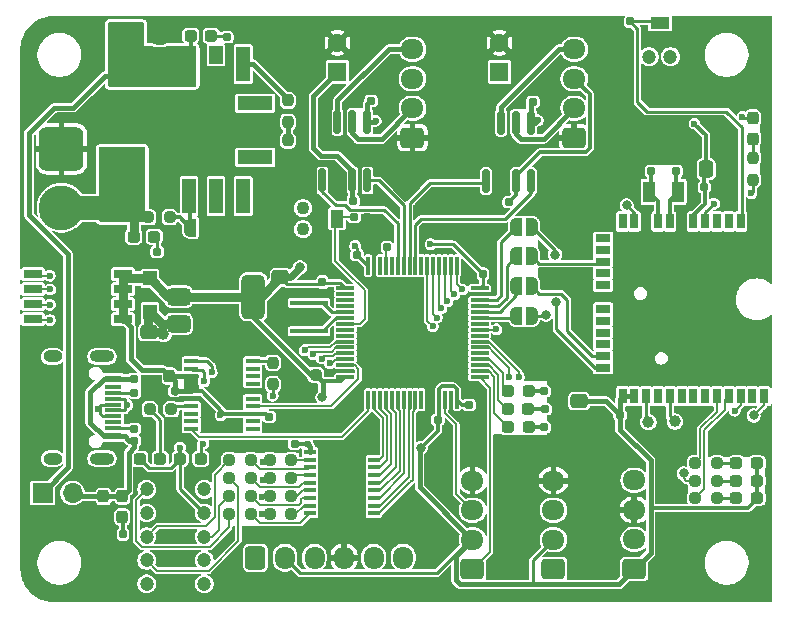
<source format=gbr>
%TF.GenerationSoftware,KiCad,Pcbnew,9.0.0*%
%TF.CreationDate,2025-03-30T21:06:09+09:00*%
%TF.ProjectId,GN10Mainboard,474e3130-4d61-4696-9e62-6f6172642e6b,rev?*%
%TF.SameCoordinates,Original*%
%TF.FileFunction,Copper,L1,Top*%
%TF.FilePolarity,Positive*%
%FSLAX46Y46*%
G04 Gerber Fmt 4.6, Leading zero omitted, Abs format (unit mm)*
G04 Created by KiCad (PCBNEW 9.0.0) date 2025-03-30 21:06:09*
%MOMM*%
%LPD*%
G01*
G04 APERTURE LIST*
G04 Aperture macros list*
%AMRoundRect*
0 Rectangle with rounded corners*
0 $1 Rounding radius*
0 $2 $3 $4 $5 $6 $7 $8 $9 X,Y pos of 4 corners*
0 Add a 4 corners polygon primitive as box body*
4,1,4,$2,$3,$4,$5,$6,$7,$8,$9,$2,$3,0*
0 Add four circle primitives for the rounded corners*
1,1,$1+$1,$2,$3*
1,1,$1+$1,$4,$5*
1,1,$1+$1,$6,$7*
1,1,$1+$1,$8,$9*
0 Add four rect primitives between the rounded corners*
20,1,$1+$1,$2,$3,$4,$5,0*
20,1,$1+$1,$4,$5,$6,$7,0*
20,1,$1+$1,$6,$7,$8,$9,0*
20,1,$1+$1,$8,$9,$2,$3,0*%
%AMFreePoly0*
4,1,23,0.500000,-0.750000,0.000000,-0.750000,0.000000,-0.745722,-0.065263,-0.745722,-0.191342,-0.711940,-0.304381,-0.646677,-0.396677,-0.554381,-0.461940,-0.441342,-0.495722,-0.315263,-0.495722,-0.250000,-0.500000,-0.250000,-0.500000,0.250000,-0.495722,0.250000,-0.495722,0.315263,-0.461940,0.441342,-0.396677,0.554381,-0.304381,0.646677,-0.191342,0.711940,-0.065263,0.745722,0.000000,0.745722,
0.000000,0.750000,0.500000,0.750000,0.500000,-0.750000,0.500000,-0.750000,$1*%
%AMFreePoly1*
4,1,23,0.000000,0.745722,0.065263,0.745722,0.191342,0.711940,0.304381,0.646677,0.396677,0.554381,0.461940,0.441342,0.495722,0.315263,0.495722,0.250000,0.500000,0.250000,0.500000,-0.250000,0.495722,-0.250000,0.495722,-0.315263,0.461940,-0.441342,0.396677,-0.554381,0.304381,-0.646677,0.191342,-0.711940,0.065263,-0.745722,0.000000,-0.745722,0.000000,-0.750000,-0.500000,-0.750000,
-0.500000,0.750000,0.000000,0.750000,0.000000,0.745722,0.000000,0.745722,$1*%
G04 Aperture macros list end*
%TA.AperFunction,SMDPad,CuDef*%
%ADD10RoundRect,0.237500X-0.250000X-0.237500X0.250000X-0.237500X0.250000X0.237500X-0.250000X0.237500X0*%
%TD*%
%TA.AperFunction,SMDPad,CuDef*%
%ADD11RoundRect,0.237500X-0.287500X-0.237500X0.287500X-0.237500X0.287500X0.237500X-0.287500X0.237500X0*%
%TD*%
%TA.AperFunction,SMDPad,CuDef*%
%ADD12RoundRect,0.237500X0.250000X0.237500X-0.250000X0.237500X-0.250000X-0.237500X0.250000X-0.237500X0*%
%TD*%
%TA.AperFunction,ComponentPad*%
%ADD13RoundRect,0.250000X0.725000X-0.600000X0.725000X0.600000X-0.725000X0.600000X-0.725000X-0.600000X0*%
%TD*%
%TA.AperFunction,ComponentPad*%
%ADD14O,1.950000X1.700000*%
%TD*%
%TA.AperFunction,SMDPad,CuDef*%
%ADD15RoundRect,0.155000X-0.212500X-0.155000X0.212500X-0.155000X0.212500X0.155000X-0.212500X0.155000X0*%
%TD*%
%TA.AperFunction,SMDPad,CuDef*%
%ADD16RoundRect,0.155000X0.212500X0.155000X-0.212500X0.155000X-0.212500X-0.155000X0.212500X-0.155000X0*%
%TD*%
%TA.AperFunction,ComponentPad*%
%ADD17R,1.600000X1.600000*%
%TD*%
%TA.AperFunction,ComponentPad*%
%ADD18C,1.600000*%
%TD*%
%TA.AperFunction,ComponentPad*%
%ADD19C,1.200000*%
%TD*%
%TA.AperFunction,SMDPad,CuDef*%
%ADD20R,1.600000X1.050000*%
%TD*%
%TA.AperFunction,SMDPad,CuDef*%
%ADD21RoundRect,0.237500X0.287500X0.237500X-0.287500X0.237500X-0.287500X-0.237500X0.287500X-0.237500X0*%
%TD*%
%TA.AperFunction,SMDPad,CuDef*%
%ADD22R,0.700000X1.300000*%
%TD*%
%TA.AperFunction,SMDPad,CuDef*%
%ADD23R,1.300000X0.700000*%
%TD*%
%TA.AperFunction,SMDPad,CuDef*%
%ADD24R,0.900000X0.900000*%
%TD*%
%TA.AperFunction,SMDPad,CuDef*%
%ADD25RoundRect,0.150000X0.150000X-0.825000X0.150000X0.825000X-0.150000X0.825000X-0.150000X-0.825000X0*%
%TD*%
%TA.AperFunction,SMDPad,CuDef*%
%ADD26RoundRect,0.160000X-0.160000X0.197500X-0.160000X-0.197500X0.160000X-0.197500X0.160000X0.197500X0*%
%TD*%
%TA.AperFunction,SMDPad,CuDef*%
%ADD27RoundRect,0.237500X-0.237500X0.300000X-0.237500X-0.300000X0.237500X-0.300000X0.237500X0.300000X0*%
%TD*%
%TA.AperFunction,SMDPad,CuDef*%
%ADD28RoundRect,0.237500X0.237500X-0.287500X0.237500X0.287500X-0.237500X0.287500X-0.237500X-0.287500X0*%
%TD*%
%TA.AperFunction,SMDPad,CuDef*%
%ADD29FreePoly0,0.000000*%
%TD*%
%TA.AperFunction,SMDPad,CuDef*%
%ADD30FreePoly1,0.000000*%
%TD*%
%TA.AperFunction,SMDPad,CuDef*%
%ADD31RoundRect,0.250000X0.475000X-0.337500X0.475000X0.337500X-0.475000X0.337500X-0.475000X-0.337500X0*%
%TD*%
%TA.AperFunction,SMDPad,CuDef*%
%ADD32RoundRect,0.160000X-0.197500X-0.160000X0.197500X-0.160000X0.197500X0.160000X-0.197500X0.160000X0*%
%TD*%
%TA.AperFunction,ComponentPad*%
%ADD33R,1.700000X1.700000*%
%TD*%
%TA.AperFunction,ComponentPad*%
%ADD34O,1.700000X1.700000*%
%TD*%
%TA.AperFunction,SMDPad,CuDef*%
%ADD35RoundRect,0.155000X0.155000X-0.212500X0.155000X0.212500X-0.155000X0.212500X-0.155000X-0.212500X0*%
%TD*%
%TA.AperFunction,SMDPad,CuDef*%
%ADD36RoundRect,0.250000X-0.475000X0.337500X-0.475000X-0.337500X0.475000X-0.337500X0.475000X0.337500X0*%
%TD*%
%TA.AperFunction,SMDPad,CuDef*%
%ADD37R,1.450000X0.600000*%
%TD*%
%TA.AperFunction,SMDPad,CuDef*%
%ADD38R,1.450000X0.300000*%
%TD*%
%TA.AperFunction,ComponentPad*%
%ADD39O,2.100000X1.000000*%
%TD*%
%TA.AperFunction,ComponentPad*%
%ADD40O,1.600000X1.000000*%
%TD*%
%TA.AperFunction,SMDPad,CuDef*%
%ADD41FreePoly0,180.000000*%
%TD*%
%TA.AperFunction,SMDPad,CuDef*%
%ADD42FreePoly1,180.000000*%
%TD*%
%TA.AperFunction,SMDPad,CuDef*%
%ADD43R,1.200000X1.200000*%
%TD*%
%TA.AperFunction,SMDPad,CuDef*%
%ADD44C,1.000000*%
%TD*%
%TA.AperFunction,ComponentPad*%
%ADD45C,1.100000*%
%TD*%
%TA.AperFunction,SMDPad,CuDef*%
%ADD46R,1.050000X1.600000*%
%TD*%
%TA.AperFunction,SMDPad,CuDef*%
%ADD47RoundRect,0.250000X-0.337500X-0.475000X0.337500X-0.475000X0.337500X0.475000X-0.337500X0.475000X0*%
%TD*%
%TA.AperFunction,SMDPad,CuDef*%
%ADD48R,1.000000X1.800000*%
%TD*%
%TA.AperFunction,SMDPad,CuDef*%
%ADD49RoundRect,0.160000X0.160000X-0.197500X0.160000X0.197500X-0.160000X0.197500X-0.160000X-0.197500X0*%
%TD*%
%TA.AperFunction,SMDPad,CuDef*%
%ADD50RoundRect,0.237500X-0.237500X0.250000X-0.237500X-0.250000X0.237500X-0.250000X0.237500X0.250000X0*%
%TD*%
%TA.AperFunction,SMDPad,CuDef*%
%ADD51R,3.200000X0.400000*%
%TD*%
%TA.AperFunction,SMDPad,CuDef*%
%ADD52RoundRect,0.237500X0.237500X-0.300000X0.237500X0.300000X-0.237500X0.300000X-0.237500X-0.300000X0*%
%TD*%
%TA.AperFunction,SMDPad,CuDef*%
%ADD53RoundRect,0.160000X0.197500X0.160000X-0.197500X0.160000X-0.197500X-0.160000X0.197500X-0.160000X0*%
%TD*%
%TA.AperFunction,SMDPad,CuDef*%
%ADD54RoundRect,0.375000X-0.625000X-0.375000X0.625000X-0.375000X0.625000X0.375000X-0.625000X0.375000X0*%
%TD*%
%TA.AperFunction,SMDPad,CuDef*%
%ADD55RoundRect,0.500000X-0.500000X-1.400000X0.500000X-1.400000X0.500000X1.400000X-0.500000X1.400000X0*%
%TD*%
%TA.AperFunction,SMDPad,CuDef*%
%ADD56R,1.000000X0.400000*%
%TD*%
%TA.AperFunction,ComponentPad*%
%ADD57RoundRect,0.760000X-1.140000X1.140000X-1.140000X-1.140000X1.140000X-1.140000X1.140000X1.140000X0*%
%TD*%
%TA.AperFunction,ComponentPad*%
%ADD58C,3.800000*%
%TD*%
%TA.AperFunction,SMDPad,CuDef*%
%ADD59RoundRect,0.237500X0.237500X-0.250000X0.237500X0.250000X-0.237500X0.250000X-0.237500X-0.250000X0*%
%TD*%
%TA.AperFunction,SMDPad,CuDef*%
%ADD60R,1.200000X3.000000*%
%TD*%
%TA.AperFunction,SMDPad,CuDef*%
%ADD61R,1.770000X4.070000*%
%TD*%
%TA.AperFunction,SMDPad,CuDef*%
%ADD62R,3.000000X1.200000*%
%TD*%
%TA.AperFunction,SMDPad,CuDef*%
%ADD63R,4.070000X1.770000*%
%TD*%
%TA.AperFunction,SMDPad,CuDef*%
%ADD64R,1.200000X1.500000*%
%TD*%
%TA.AperFunction,SMDPad,CuDef*%
%ADD65R,1.200000X0.400000*%
%TD*%
%TA.AperFunction,SMDPad,CuDef*%
%ADD66R,1.600000X0.760000*%
%TD*%
%TA.AperFunction,ComponentPad*%
%ADD67RoundRect,0.250000X-0.600000X-0.725000X0.600000X-0.725000X0.600000X0.725000X-0.600000X0.725000X0*%
%TD*%
%TA.AperFunction,ComponentPad*%
%ADD68O,1.700000X1.950000*%
%TD*%
%TA.AperFunction,SMDPad,CuDef*%
%ADD69RoundRect,0.155000X-0.155000X0.212500X-0.155000X-0.212500X0.155000X-0.212500X0.155000X0.212500X0*%
%TD*%
%TA.AperFunction,SMDPad,CuDef*%
%ADD70RoundRect,0.075000X-0.700000X-0.075000X0.700000X-0.075000X0.700000X0.075000X-0.700000X0.075000X0*%
%TD*%
%TA.AperFunction,SMDPad,CuDef*%
%ADD71RoundRect,0.075000X-0.075000X-0.700000X0.075000X-0.700000X0.075000X0.700000X-0.075000X0.700000X0*%
%TD*%
%TA.AperFunction,ViaPad*%
%ADD72C,0.600000*%
%TD*%
%TA.AperFunction,ViaPad*%
%ADD73C,0.800000*%
%TD*%
%TA.AperFunction,ViaPad*%
%ADD74C,1.000000*%
%TD*%
%TA.AperFunction,Conductor*%
%ADD75C,0.400000*%
%TD*%
%TA.AperFunction,Conductor*%
%ADD76C,0.300000*%
%TD*%
%TA.AperFunction,Conductor*%
%ADD77C,0.152400*%
%TD*%
%TA.AperFunction,Conductor*%
%ADD78C,2.000000*%
%TD*%
%TA.AperFunction,Conductor*%
%ADD79C,0.800000*%
%TD*%
%TA.AperFunction,Conductor*%
%ADD80C,0.250000*%
%TD*%
%TA.AperFunction,Conductor*%
%ADD81C,0.600000*%
%TD*%
G04 APERTURE END LIST*
D10*
%TO.P,R25,1*%
%TO.N,Net-(D12-K)*%
X141152500Y-133490000D03*
%TO.P,R25,2*%
%TO.N,Net-(U7-CBUS1)*%
X142977500Y-133490000D03*
%TD*%
D11*
%TO.P,D9,1,K*%
%TO.N,Net-(D9-K)*%
X190821600Y-141008400D03*
%TO.P,D9,2,A*%
%TO.N,+3.3V*%
X192571600Y-141008400D03*
%TD*%
D12*
%TO.P,R13,1*%
%TO.N,Net-(U4-O4)*%
X153137500Y-140856000D03*
%TO.P,R13,2*%
%TO.N,LED_D_DRV*%
X151312500Y-140856000D03*
%TD*%
D13*
%TO.P,J8,1,Pin_1*%
%TO.N,+3.3V*%
X182180000Y-147019000D03*
D14*
%TO.P,J8,2,Pin_2*%
%TO.N,SYS_SWCLK*%
X182180000Y-144519000D03*
%TO.P,J8,3,Pin_3*%
%TO.N,GND*%
X182180000Y-142019000D03*
%TO.P,J8,4,Pin_4*%
%TO.N,SYS_SWDIO*%
X182180000Y-139519000D03*
%TD*%
D15*
%TO.P,C21,1*%
%TO.N,VBUS*%
X139846500Y-136157000D03*
%TO.P,C21,2*%
%TO.N,GND*%
X140981500Y-136157000D03*
%TD*%
D10*
%TO.P,R1,1*%
%TO.N,+BATT*%
X141025500Y-117234000D03*
%TO.P,R1,2*%
%TO.N,Net-(JP1-B)*%
X142850500Y-117234000D03*
%TD*%
D16*
%TO.P,C31,1*%
%TO.N,+5V*%
X171588500Y-115964000D03*
%TO.P,C31,2*%
%TO.N,GND*%
X170453500Y-115964000D03*
%TD*%
D17*
%TO.P,C29,1*%
%TO.N,+5V*%
X157051000Y-104954380D03*
D18*
%TO.P,C29,2*%
%TO.N,GND*%
X157051000Y-102454380D03*
%TD*%
D15*
%TO.P,C25,1*%
%TO.N,+3.3V*%
X151276500Y-134125000D03*
%TO.P,C25,2*%
%TO.N,GND*%
X152411500Y-134125000D03*
%TD*%
D19*
%TO.P,SW3,*%
%TO.N,*%
X185245000Y-103645000D03*
X183445000Y-103645000D03*
D20*
%TO.P,SW3,1,1*%
%TO.N,BLE_RESET*%
X184345000Y-100770000D03*
%TO.P,SW3,2,2*%
%TO.N,GND*%
X184345000Y-106520000D03*
%TD*%
D16*
%TO.P,C30,1*%
%TO.N,+3.3V*%
X173620500Y-107455000D03*
%TO.P,C30,2*%
%TO.N,GND*%
X172485500Y-107455000D03*
%TD*%
D21*
%TO.P,D12,1,K*%
%TO.N,Net-(D12-K)*%
X142051000Y-137681000D03*
%TO.P,D12,2,A*%
%TO.N,+3.3V*%
X140301000Y-137681000D03*
%TD*%
%TO.P,D13,1,K*%
%TO.N,Net-(D13-K)*%
X145480000Y-137681000D03*
%TO.P,D13,2,A*%
%TO.N,+3.3V*%
X143730000Y-137681000D03*
%TD*%
D22*
%TO.P,U6,1,GND*%
%TO.N,GND*%
X193182000Y-117600000D03*
%TO.P,U6,2,GND*%
X192182000Y-117600000D03*
%TO.P,U6,3,NMCLR*%
%TO.N,BLE_RESET*%
X191182000Y-117600000D03*
%TO.P,U6,4,PB0*%
%TO.N,unconnected-(U6-PB0-Pad4)*%
X190182000Y-117600000D03*
%TO.P,U6,5,PB3*%
%TO.N,unconnected-(U6-PB3-Pad5)*%
X189182000Y-117600000D03*
%TO.P,U6,6,PB5*%
%TO.N,BLE_STATUS_LED*%
X188182000Y-117600000D03*
%TO.P,U6,7,VDD_A*%
%TO.N,+3.3V*%
X187182000Y-117600000D03*
%TO.P,U6,8,GND*%
%TO.N,GND*%
X186182000Y-117600000D03*
%TO.P,U6,9,PA11*%
%TO.N,Net-(U6-PA11)*%
X185182000Y-117600000D03*
%TO.P,U6,10,PA12*%
%TO.N,Net-(U6-PA12)*%
X184182000Y-117600000D03*
%TO.P,U6,11,GND*%
%TO.N,GND*%
X183182000Y-117600000D03*
%TO.P,U6,12,PB6*%
%TO.N,BLE_UART_RX*%
X182182000Y-117600000D03*
%TO.P,U6,13,PB7*%
%TO.N,unconnected-(U6-PB7-Pad13)*%
X181182000Y-117600000D03*
D23*
%TO.P,U6,14,PB8*%
%TO.N,unconnected-(U6-PB8-Pad14)*%
X179532000Y-119000000D03*
%TO.P,U6,15,PB9*%
%TO.N,unconnected-(U6-PB9-Pad15)*%
X179532000Y-120000000D03*
%TO.P,U6,16,PA4*%
%TO.N,BLE_UART_RTS*%
X179532000Y-121000000D03*
%TO.P,U6,17,PB10*%
%TO.N,unconnected-(U6-PB10-Pad17)*%
X179532000Y-122000000D03*
%TO.P,U6,18,PB11*%
%TO.N,unconnected-(U6-PB11-Pad18)*%
X179532000Y-123000000D03*
%TO.P,U6,19,GND*%
%TO.N,GND*%
X179532000Y-124000000D03*
%TO.P,U6,20,PA0*%
%TO.N,unconnected-(U6-PA0-Pad20)*%
X179532000Y-125000000D03*
%TO.P,U6,21,PA1*%
%TO.N,unconnected-(U6-PA1-Pad21)*%
X179532000Y-126000000D03*
%TO.P,U6,22,PB12*%
%TO.N,unconnected-(U6-PB12-Pad22)*%
X179532000Y-127000000D03*
%TO.P,U6,23,PB13*%
%TO.N,unconnected-(U6-PB13-Pad23)*%
X179532000Y-128000000D03*
%TO.P,U6,24,PA5*%
%TO.N,BLE_UART_TX*%
X179532000Y-129000000D03*
%TO.P,U6,25,PA6*%
%TO.N,BLE_UART_CTS*%
X179532000Y-130000000D03*
%TO.P,U6,26,GND*%
%TO.N,GND*%
X179532000Y-131000000D03*
D22*
%TO.P,U6,27,VDD*%
%TO.N,+3.3V*%
X181182000Y-132400000D03*
%TO.P,U6,28,VDD*%
X182182000Y-132400000D03*
%TO.P,U6,29,PA8*%
%TO.N,BLE_DEBUG_UART_RX*%
X183182000Y-132400000D03*
%TO.P,U6,30,PA9*%
%TO.N,unconnected-(U6-PA9-Pad30)*%
X184182000Y-132400000D03*
%TO.P,U6,31,PA7*%
%TO.N,BLE_DEBUG_UART_TX*%
X185182000Y-132400000D03*
%TO.P,U6,32,PA10*%
%TO.N,unconnected-(U6-PA10-Pad32)*%
X186182000Y-132400000D03*
%TO.P,U6,33,PA13*%
%TO.N,unconnected-(U6-PA13-Pad33)*%
X187182000Y-132400000D03*
%TO.P,U6,34,PA14*%
%TO.N,unconnected-(U6-PA14-Pad34)*%
X188182000Y-132400000D03*
%TO.P,U6,35,PA2*%
%TO.N,BLE_UART_TX_LED*%
X189182000Y-132400000D03*
%TO.P,U6,36,PA3*%
%TO.N,BLE_EVENT_LED*%
X190182000Y-132400000D03*
%TO.P,U6,37,PB2*%
%TO.N,BLE_UART_MODE*%
X191182000Y-132400000D03*
%TO.P,U6,38,PB1*%
%TO.N,unconnected-(U6-PB1-Pad38)*%
X192182000Y-132400000D03*
%TO.P,U6,39,PB4*%
%TO.N,BLE_UART_RX_LED*%
X193182000Y-132400000D03*
D24*
%TO.P,U6,40,TPAD_GND*%
%TO.N,GND*%
X187382000Y-123120000D03*
X186182000Y-123120000D03*
X184982000Y-123120000D03*
X187382000Y-124320000D03*
X186182000Y-124320000D03*
X184982000Y-124320000D03*
X187382000Y-125520000D03*
X186182000Y-125520000D03*
X184982000Y-125520000D03*
%TD*%
D12*
%TO.P,C11,1*%
%TO.N,+3.3V*%
X155193000Y-130569000D03*
%TO.P,C11,2*%
%TO.N,GND*%
X153368000Y-130569000D03*
%TD*%
D25*
%TO.P,U8,1,TXD*%
%TO.N,CAN2_TX*%
X155781000Y-114121000D03*
%TO.P,U8,2,VSS*%
%TO.N,GND*%
X157051000Y-114121000D03*
%TO.P,U8,3,VDD*%
%TO.N,+5V*%
X158321000Y-114121000D03*
%TO.P,U8,4,RXD*%
%TO.N,CAN2_RX*%
X159591000Y-114121000D03*
%TO.P,U8,5,Vio*%
%TO.N,+3.3V*%
X159591000Y-109171000D03*
%TO.P,U8,6,CANL*%
%TO.N,CAN1_L*%
X158321000Y-109171000D03*
%TO.P,U8,7,CANH*%
%TO.N,CAN1_H*%
X157051000Y-109171000D03*
%TO.P,U8,8,STBY*%
%TO.N,GND*%
X155781000Y-109171000D03*
%TD*%
D11*
%TO.P,D11,1,K*%
%TO.N,Net-(D11-K)*%
X190823500Y-139535200D03*
%TO.P,D11,2,A*%
%TO.N,+3.3V*%
X192573500Y-139535200D03*
%TD*%
D26*
%TO.P,R5,1*%
%TO.N,Net-(D3-K)*%
X138890000Y-144068500D03*
%TO.P,R5,2*%
%TO.N,GND*%
X138890000Y-145263500D03*
%TD*%
D13*
%TO.P,J5,1,Pin_1*%
%TO.N,GND*%
X177100000Y-110510000D03*
D14*
%TO.P,J5,2,Pin_2*%
%TO.N,CAN2_L*%
X177100000Y-108010000D03*
%TO.P,J5,3,Pin_3*%
%TO.N,+5V*%
X177100000Y-105510000D03*
%TO.P,J5,4,Pin_4*%
%TO.N,CAN2_H*%
X177100000Y-103010000D03*
%TD*%
D27*
%TO.P,C22,1*%
%TO.N,VBUS*%
X137239000Y-140882500D03*
%TO.P,C22,2*%
%TO.N,GND*%
X137239000Y-142607500D03*
%TD*%
D28*
%TO.P,D3,1,K*%
%TO.N,Net-(D3-K)*%
X138839200Y-142606000D03*
%TO.P,D3,2,A*%
%TO.N,VBUS*%
X138839200Y-140856000D03*
%TD*%
D29*
%TO.P,JP4,1,A*%
%TO.N,USART1_TX*%
X172199800Y-125590600D03*
D30*
%TO.P,JP4,2,B*%
%TO.N,BLE_UART_RX*%
X173499800Y-125590600D03*
%TD*%
D16*
%TO.P,C18,1*%
%TO.N,+3.3V*%
X180986500Y-133998000D03*
%TO.P,C18,2*%
%TO.N,GND*%
X179851500Y-133998000D03*
%TD*%
D31*
%TO.P,C4,1*%
%TO.N,+3.3V*%
X152225000Y-122335500D03*
%TO.P,C4,2*%
%TO.N,GND*%
X152225000Y-120260500D03*
%TD*%
D32*
%TO.P,R23,1*%
%TO.N,Net-(J3-CC1)*%
X139854000Y-132093000D03*
%TO.P,R23,2*%
%TO.N,GND*%
X141049000Y-132093000D03*
%TD*%
D33*
%TO.P,J2,1,Pin_1*%
%TO.N,+5V*%
X132075000Y-140589000D03*
D34*
%TO.P,J2,2,Pin_2*%
%TO.N,VBUS*%
X134615000Y-140589000D03*
%TD*%
D16*
%TO.P,C10,1*%
%TO.N,+3.3V*%
X165552000Y-134379000D03*
%TO.P,C10,2*%
%TO.N,GND*%
X164417000Y-134379000D03*
%TD*%
D35*
%TO.P,C6,1*%
%TO.N,+3.3V*%
X155781000Y-122720400D03*
%TO.P,C6,2*%
%TO.N,GND*%
X155781000Y-121585400D03*
%TD*%
D36*
%TO.P,C3,1*%
%TO.N,+5V*%
X141099800Y-126966100D03*
%TO.P,C3,2*%
%TO.N,GND*%
X141099800Y-129041100D03*
%TD*%
D11*
%TO.P,D10,1,K*%
%TO.N,Net-(D10-K)*%
X190823500Y-138062000D03*
%TO.P,D10,2,A*%
%TO.N,+3.3V*%
X192573500Y-138062000D03*
%TD*%
D37*
%TO.P,J3,A1,GND*%
%TO.N,GND*%
X138030000Y-130100000D03*
%TO.P,J3,A4,VBUS*%
%TO.N,VBUS*%
X138030000Y-130900000D03*
D38*
%TO.P,J3,A5,CC1*%
%TO.N,Net-(J3-CC1)*%
X138030000Y-132100000D03*
%TO.P,J3,A6,D+*%
%TO.N,Net-(U7-USBDP)*%
X138030000Y-133100000D03*
%TO.P,J3,A7,D-*%
%TO.N,Net-(U7-USBDM)*%
X138030000Y-133600000D03*
%TO.P,J3,A8,SBU1*%
%TO.N,unconnected-(J3-SBU1-PadA8)*%
X138030000Y-134600000D03*
D37*
%TO.P,J3,A9,VBUS*%
%TO.N,VBUS*%
X138030000Y-135800000D03*
%TO.P,J3,A12,GND*%
%TO.N,GND*%
X138030000Y-136600000D03*
%TO.P,J3,B1,GND*%
X138030000Y-136600000D03*
%TO.P,J3,B4,VBUS*%
%TO.N,VBUS*%
X138030000Y-135800000D03*
D38*
%TO.P,J3,B5,CC2*%
%TO.N,Net-(J3-CC2)*%
X138030000Y-135100000D03*
%TO.P,J3,B6,D+*%
%TO.N,Net-(U7-USBDP)*%
X138030000Y-134100000D03*
%TO.P,J3,B7,D-*%
%TO.N,Net-(U7-USBDM)*%
X138030000Y-132600000D03*
%TO.P,J3,B8,SBU2*%
%TO.N,unconnected-(J3-SBU2-PadB8)*%
X138030000Y-131600000D03*
D37*
%TO.P,J3,B9,VBUS*%
%TO.N,VBUS*%
X138030000Y-130900000D03*
%TO.P,J3,B12,GND*%
%TO.N,GND*%
X138030000Y-130100000D03*
D39*
%TO.P,J3,S1,SHIELD*%
%TO.N,unconnected-(J3-SHIELD-PadS1)_3*%
X137115000Y-129030000D03*
D40*
%TO.N,unconnected-(J3-SHIELD-PadS1)_1*%
X132935000Y-129030000D03*
D39*
%TO.N,unconnected-(J3-SHIELD-PadS1)_2*%
X137115000Y-137670000D03*
D40*
%TO.N,unconnected-(J3-SHIELD-PadS1)*%
X132935000Y-137670000D03*
%TD*%
D35*
%TO.P,C17,1*%
%TO.N,Net-(U6-PA12)*%
X183594000Y-113356500D03*
%TO.P,C17,2*%
%TO.N,GND*%
X183594000Y-112221500D03*
%TD*%
D16*
%TO.P,C23,1*%
%TO.N,+3.3V*%
X143267500Y-131966000D03*
%TO.P,C23,2*%
%TO.N,GND*%
X142132500Y-131966000D03*
%TD*%
D41*
%TO.P,JP5,1,A*%
%TO.N,BLE_UART_TX*%
X173499800Y-123076000D03*
D42*
%TO.P,JP5,2,B*%
%TO.N,USART1_RX*%
X172199800Y-123076000D03*
%TD*%
D36*
%TO.P,C1,1*%
%TO.N,+BATT*%
X137874000Y-116958500D03*
%TO.P,C1,2*%
%TO.N,GND*%
X137874000Y-119033500D03*
%TD*%
D16*
%TO.P,C12,1*%
%TO.N,+3.3V*%
X153427500Y-136411000D03*
%TO.P,C12,2*%
%TO.N,GND*%
X152292500Y-136411000D03*
%TD*%
D43*
%TO.P,D1,1,K*%
%TO.N,+5V*%
X141176000Y-125225000D03*
%TO.P,D1,2,A*%
%TO.N,+3.3V*%
X141176000Y-122425000D03*
%TD*%
D12*
%TO.P,R11,1*%
%TO.N,Net-(U4-O2)*%
X153137500Y-142380000D03*
%TO.P,R11,2*%
%TO.N,LED_B_DRV*%
X151312500Y-142380000D03*
%TD*%
D17*
%TO.P,C32,1*%
%TO.N,+5V*%
X170767000Y-104954380D03*
D18*
%TO.P,C32,2*%
%TO.N,GND*%
X170767000Y-102454380D03*
%TD*%
D13*
%TO.P,J4,1,Pin_1*%
%TO.N,GND*%
X163401000Y-110510000D03*
D14*
%TO.P,J4,2,Pin_2*%
%TO.N,CAN1_L*%
X163401000Y-108010000D03*
%TO.P,J4,3,Pin_3*%
%TO.N,+5V*%
X163401000Y-105510000D03*
%TO.P,J4,4,Pin_4*%
%TO.N,CAN1_H*%
X163401000Y-103010000D03*
%TD*%
D44*
%TO.P,TP2,1,1*%
%TO.N,BLE_DEBUG_UART_RX*%
X183365400Y-134582200D03*
%TD*%
D15*
%TO.P,C20,1*%
%TO.N,VBUS*%
X139846500Y-130899200D03*
%TO.P,C20,2*%
%TO.N,GND*%
X140981500Y-130899200D03*
%TD*%
D12*
%TO.P,R22,1*%
%TO.N,Net-(D11-K)*%
X189180100Y-139535200D03*
%TO.P,R22,2*%
%TO.N,BLE_UART_RX_LED*%
X187355100Y-139535200D03*
%TD*%
D45*
%TO.P,SW1,*%
%TO.N,*%
X154130000Y-118261000D03*
X154130000Y-116461000D03*
D46*
%TO.P,SW1,1,1*%
%TO.N,STM32_RESET*%
X157005000Y-117361000D03*
%TO.P,SW1,2,2*%
%TO.N,GND*%
X151255000Y-117361000D03*
%TD*%
D41*
%TO.P,JP3,1,A*%
%TO.N,BLE_UART_RTS*%
X173497000Y-120563000D03*
D42*
%TO.P,JP3,2,B*%
%TO.N,USART1_CTS*%
X172197000Y-120563000D03*
%TD*%
D12*
%TO.P,R12,1*%
%TO.N,Net-(U4-O3)*%
X149708500Y-140856000D03*
%TO.P,R12,2*%
%TO.N,LED_C_DRV*%
X147883500Y-140856000D03*
%TD*%
D35*
%TO.P,C15,1*%
%TO.N,Net-(U6-PA11)*%
X185753000Y-113356500D03*
%TO.P,C15,2*%
%TO.N,GND*%
X185753000Y-112221500D03*
%TD*%
D21*
%TO.P,D5,1,K*%
%TO.N,Net-(D5-K)*%
X173232000Y-135014000D03*
%TO.P,D5,2,A*%
%TO.N,LED_RED*%
X171482000Y-135014000D03*
%TD*%
D47*
%TO.P,C2,1*%
%TO.N,+5V*%
X139906000Y-101867000D03*
%TO.P,C2,2*%
%TO.N,GND*%
X141981000Y-101867000D03*
%TD*%
D15*
%TO.P,C9,1*%
%TO.N,+3.3V*%
X168192900Y-133109000D03*
%TO.P,C9,2*%
%TO.N,GND*%
X169327900Y-133109000D03*
%TD*%
D12*
%TO.P,R10,1*%
%TO.N,Net-(U4-O1)*%
X149708500Y-142380000D03*
%TO.P,R10,2*%
%TO.N,LED_A_DRV*%
X147883500Y-142380000D03*
%TD*%
D21*
%TO.P,D7,1,K*%
%TO.N,Net-(D7-K)*%
X173232000Y-131966000D03*
%TO.P,D7,2,A*%
%TO.N,LED_BLUE*%
X171482000Y-131966000D03*
%TD*%
D16*
%TO.P,C7,1*%
%TO.N,+3.3V*%
X158702000Y-120409000D03*
%TO.P,C7,2*%
%TO.N,GND*%
X157567000Y-120409000D03*
%TD*%
D15*
%TO.P,C28,1*%
%TO.N,+5V*%
X158388500Y-115837000D03*
%TO.P,C28,2*%
%TO.N,GND*%
X159523500Y-115837000D03*
%TD*%
D41*
%TO.P,JP1,1,A*%
%TO.N,GND*%
X145890000Y-118123000D03*
D42*
%TO.P,JP1,2,B*%
%TO.N,Net-(JP1-B)*%
X144590000Y-118123000D03*
%TD*%
D25*
%TO.P,U9,1,TXD*%
%TO.N,CAN3_TX*%
X169624000Y-114183000D03*
%TO.P,U9,2,VSS*%
%TO.N,GND*%
X170894000Y-114183000D03*
%TO.P,U9,3,VDD*%
%TO.N,+5V*%
X172164000Y-114183000D03*
%TO.P,U9,4,RXD*%
%TO.N,CAN3_RX*%
X173434000Y-114183000D03*
%TO.P,U9,5,Vio*%
%TO.N,+3.3V*%
X173434000Y-109233000D03*
%TO.P,U9,6,CANL*%
%TO.N,CAN2_L*%
X172164000Y-109233000D03*
%TO.P,U9,7,CANH*%
%TO.N,CAN2_H*%
X170894000Y-109233000D03*
%TO.P,U9,8,STBY*%
%TO.N,GND*%
X169624000Y-109233000D03*
%TD*%
D19*
%TO.P,U5,1,A*%
%TO.N,LED_A_DRV*%
X140895000Y-140285000D03*
%TO.P,U5,2,F*%
%TO.N,LED_F_DRV*%
X140895000Y-142285000D03*
%TO.P,U5,3,G*%
%TO.N,LED_G_DRV*%
X140895000Y-144285000D03*
%TO.P,U5,4,E*%
%TO.N,LED_E_DRV*%
X140895000Y-146285000D03*
%TO.P,U5,5,D*%
%TO.N,LED_D_DRV*%
X140895000Y-148285000D03*
%TO.P,U5,6,DP_Cathode*%
%TO.N,LED_DP_DRV*%
X145775000Y-148285000D03*
%TO.P,U5,7,DP_Anode*%
%TO.N,+3.3V*%
X145775000Y-146285000D03*
%TO.P,U5,8,C*%
%TO.N,LED_C_DRV*%
X145775000Y-144285000D03*
%TO.P,U5,9,COM_Anode*%
%TO.N,+3.3V*%
X145775000Y-142285000D03*
%TO.P,U5,10,B*%
%TO.N,LED_B_DRV*%
X145775000Y-140285000D03*
%TD*%
D28*
%TO.P,D8,1,K*%
%TO.N,Net-(D8-K)*%
X192230000Y-110578500D03*
%TO.P,D8,2,A*%
%TO.N,+3.3V*%
X192230000Y-108828500D03*
%TD*%
D12*
%TO.P,R17,1*%
%TO.N,Net-(U4-O8)*%
X153137500Y-137808000D03*
%TO.P,R17,2*%
%TO.N,LED_DP_DRV*%
X151312500Y-137808000D03*
%TD*%
D15*
%TO.P,C5,1*%
%TO.N,STM32_RESET*%
X158448000Y-117234000D03*
%TO.P,C5,2*%
%TO.N,GND*%
X159583000Y-117234000D03*
%TD*%
D32*
%TO.P,R9,1*%
%TO.N,Net-(D6-K)*%
X174629000Y-133490000D03*
%TO.P,R9,2*%
%TO.N,GND*%
X175824000Y-133490000D03*
%TD*%
D12*
%TO.P,R14,1*%
%TO.N,Net-(U4-O5)*%
X149708500Y-139332000D03*
%TO.P,R14,2*%
%TO.N,LED_E_DRV*%
X147883500Y-139332000D03*
%TD*%
D48*
%TO.P,Y2,1,1*%
%TO.N,Net-(U6-PA11)*%
X185908000Y-115075000D03*
%TO.P,Y2,2,2*%
%TO.N,Net-(U6-PA12)*%
X183408000Y-115075000D03*
%TD*%
D49*
%TO.P,R7,1*%
%TO.N,Net-(U3-PB8)*%
X161242000Y-119774000D03*
%TO.P,R7,2*%
%TO.N,GND*%
X161242000Y-118579000D03*
%TD*%
D12*
%TO.P,R16,1*%
%TO.N,Net-(U4-O7)*%
X149708500Y-137808000D03*
%TO.P,R16,2*%
%TO.N,LED_G_DRV*%
X147883500Y-137808000D03*
%TD*%
%TO.P,R20,1*%
%TO.N,Net-(D9-K)*%
X189180100Y-141008400D03*
%TO.P,R20,2*%
%TO.N,BLE_EVENT_LED*%
X187355100Y-141008400D03*
%TD*%
D32*
%TO.P,R8,1*%
%TO.N,Net-(D5-K)*%
X174577000Y-135014000D03*
%TO.P,R8,2*%
%TO.N,GND*%
X175772000Y-135014000D03*
%TD*%
D50*
%TO.P,R2,1*%
%TO.N,Net-(U1-Trim)*%
X152860000Y-107351500D03*
%TO.P,R2,2*%
%TO.N,Net-(R2-Pad2)*%
X152860000Y-109176500D03*
%TD*%
D51*
%TO.P,Y1,1,1*%
%TO.N,Net-(U3-PF0)*%
X154638000Y-124486000D03*
%TO.P,Y1,2,2*%
%TO.N,GND*%
X154638000Y-125686000D03*
%TO.P,Y1,3,3*%
%TO.N,Net-(U3-PF1)*%
X154638000Y-126886000D03*
%TD*%
D52*
%TO.P,C26,1*%
%TO.N,+3.3V*%
X142827000Y-130696000D03*
%TO.P,C26,2*%
%TO.N,GND*%
X142827000Y-128971000D03*
%TD*%
D12*
%TO.P,R15,1*%
%TO.N,Net-(U4-O6)*%
X153137500Y-139332000D03*
%TO.P,R15,2*%
%TO.N,LED_F_DRV*%
X151312500Y-139332000D03*
%TD*%
D32*
%TO.P,R6,1*%
%TO.N,Net-(D4-K)*%
X147690500Y-101994000D03*
%TO.P,R6,2*%
%TO.N,GND*%
X148885500Y-101994000D03*
%TD*%
D29*
%TO.P,JP2,1,A*%
%TO.N,USART1_RTS*%
X172197000Y-118063000D03*
D30*
%TO.P,JP2,2,B*%
%TO.N,BLE_UART_CTS*%
X173497000Y-118063000D03*
%TD*%
D53*
%TO.P,R4,1*%
%TO.N,Net-(D2-K)*%
X141773500Y-120155000D03*
%TO.P,R4,2*%
%TO.N,GND*%
X140578500Y-120155000D03*
%TD*%
D44*
%TO.P,TP1,1,1*%
%TO.N,BLE_DEBUG_UART_TX*%
X185626000Y-134531400D03*
%TD*%
D35*
%TO.P,C8,1*%
%TO.N,+3.3V*%
X169370000Y-122060000D03*
%TO.P,C8,2*%
%TO.N,GND*%
X169370000Y-120925000D03*
%TD*%
D54*
%TO.P,U2,1,GND*%
%TO.N,GND*%
X143614000Y-121665000D03*
%TO.P,U2,2,VOUT*%
%TO.N,+3.3V*%
X143614000Y-123965000D03*
D55*
X149914000Y-123965000D03*
D54*
%TO.P,U2,3,VIN*%
%TO.N,+5V*%
X143614000Y-126265000D03*
%TD*%
D50*
%TO.P,R3,1*%
%TO.N,Net-(R2-Pad2)*%
X152860000Y-110733500D03*
%TO.P,R3,2*%
%TO.N,GND*%
X152860000Y-112558500D03*
%TD*%
D56*
%TO.P,U4,1,I1*%
%TO.N,LED_A*%
X160132000Y-142313000D03*
%TO.P,U4,2,I2*%
%TO.N,LED_B*%
X160132000Y-141663000D03*
%TO.P,U4,3,I3*%
%TO.N,LED_C*%
X160132000Y-141013000D03*
%TO.P,U4,4,I4*%
%TO.N,LED_D*%
X160132000Y-140363000D03*
%TO.P,U4,5,I5*%
%TO.N,LED_E*%
X160132000Y-139713000D03*
%TO.P,U4,6,I6*%
%TO.N,LED_F*%
X160132000Y-139063000D03*
%TO.P,U4,7,I7*%
%TO.N,LED_G*%
X160132000Y-138413000D03*
%TO.P,U4,8,I8*%
%TO.N,LED_DP*%
X160132000Y-137763000D03*
%TO.P,U4,9,GND*%
%TO.N,GND*%
X160132000Y-137113000D03*
%TO.P,U4,10,COM*%
%TO.N,+3.3V*%
X154732000Y-137113000D03*
%TO.P,U4,11,O8*%
%TO.N,Net-(U4-O8)*%
X154732000Y-137763000D03*
%TO.P,U4,12,O7*%
%TO.N,Net-(U4-O7)*%
X154732000Y-138413000D03*
%TO.P,U4,13,O6*%
%TO.N,Net-(U4-O6)*%
X154732000Y-139063000D03*
%TO.P,U4,14,O5*%
%TO.N,Net-(U4-O5)*%
X154732000Y-139713000D03*
%TO.P,U4,15,O4*%
%TO.N,Net-(U4-O4)*%
X154732000Y-140363000D03*
%TO.P,U4,16,O3*%
%TO.N,Net-(U4-O3)*%
X154732000Y-141013000D03*
%TO.P,U4,17,O2*%
%TO.N,Net-(U4-O2)*%
X154732000Y-141663000D03*
%TO.P,U4,18,O1*%
%TO.N,Net-(U4-O1)*%
X154732000Y-142313000D03*
%TD*%
D57*
%TO.P,J1,1,Pin_1*%
%TO.N,GND*%
X133683000Y-111432000D03*
D58*
%TO.P,J1,2,Pin_2*%
%TO.N,+BATT*%
X133683000Y-116432000D03*
%TD*%
D21*
%TO.P,D4,1,K*%
%TO.N,Net-(D4-K)*%
X146369000Y-101867000D03*
%TO.P,D4,2,A*%
%TO.N,+5V*%
X144619000Y-101867000D03*
%TD*%
%TO.P,D2,1,K*%
%TO.N,Net-(D2-K)*%
X141543000Y-118885000D03*
%TO.P,D2,2,A*%
%TO.N,+BATT*%
X139793000Y-118885000D03*
%TD*%
D50*
%TO.P,R19,1*%
%TO.N,Net-(D8-K)*%
X192230000Y-112234000D03*
%TO.P,R19,2*%
%TO.N,BLE_STATUS_LED*%
X192230000Y-114059000D03*
%TD*%
D21*
%TO.P,D6,1,K*%
%TO.N,Net-(D6-K)*%
X173218000Y-133490000D03*
%TO.P,D6,2,A*%
%TO.N,LED_GREEN*%
X171468000Y-133490000D03*
%TD*%
D59*
%TO.P,R26,1*%
%TO.N,Net-(D13-K)*%
X151590000Y-131378000D03*
%TO.P,R26,2*%
%TO.N,Net-(U7-CBUS2)*%
X151590000Y-129553000D03*
%TD*%
D15*
%TO.P,C14,1*%
%TO.N,+3.3V*%
X188106500Y-114694000D03*
%TO.P,C14,2*%
%TO.N,GND*%
X189241500Y-114694000D03*
%TD*%
D13*
%TO.P,J6,1,Pin_1*%
%TO.N,USART3_RX*%
X168481000Y-147039000D03*
D14*
%TO.P,J6,2,Pin_2*%
%TO.N,+3.3V*%
X168481000Y-144539000D03*
%TO.P,J6,3,Pin_3*%
%TO.N,USART3_TX*%
X168481000Y-142039000D03*
%TO.P,J6,4,Pin_4*%
%TO.N,GND*%
X168481000Y-139539000D03*
%TD*%
D13*
%TO.P,J7,1,Pin_1*%
%TO.N,I2C4_SCL*%
X175339000Y-147039000D03*
D14*
%TO.P,J7,2,Pin_2*%
%TO.N,+3.3V*%
X175339000Y-144539000D03*
%TO.P,J7,3,Pin_3*%
%TO.N,I2C4_SDA*%
X175339000Y-142039000D03*
%TO.P,J7,4,Pin_4*%
%TO.N,GND*%
X175339000Y-139539000D03*
%TD*%
D60*
%TO.P,U1,1,ON/OFF*%
%TO.N,Net-(JP1-B)*%
X144478000Y-115468000D03*
%TO.P,U1,2,Vin*%
%TO.N,+BATT*%
X139898000Y-115468000D03*
D61*
X139893000Y-113303000D03*
D62*
X138878000Y-112158000D03*
%TO.P,U1,3,GND*%
%TO.N,GND*%
X138878000Y-109868000D03*
D61*
X139893000Y-108723000D03*
D62*
X138878000Y-107578000D03*
D63*
%TO.P,U1,4,Vout*%
%TO.N,+5V*%
X141043000Y-105283000D03*
D60*
X139898000Y-104268000D03*
%TO.P,U1,5,Sense*%
X144478000Y-104268000D03*
%TO.P,U1,6,Trim*%
%TO.N,Net-(U1-Trim)*%
X149058000Y-104268000D03*
D62*
%TO.P,U1,7,GND*%
%TO.N,GND*%
X150078000Y-109868000D03*
%TO.P,U1,8*%
%TO.N,N/C*%
X150078000Y-112158000D03*
D60*
%TO.P,U1,9,SEQUENCE*%
%TO.N,unconnected-(U1-SEQUENCE-Pad9)*%
X149058000Y-115468000D03*
%TO.P,U1,10*%
%TO.N,N/C*%
X146768000Y-115468000D03*
D64*
%TO.P,U1,11*%
X146768000Y-103518000D03*
D62*
%TO.P,U1,12*%
X150078000Y-107578000D03*
%TD*%
D47*
%TO.P,C13,1*%
%TO.N,+3.3V*%
X188271500Y-113170000D03*
%TO.P,C13,2*%
%TO.N,GND*%
X190346500Y-113170000D03*
%TD*%
D36*
%TO.P,C19,1*%
%TO.N,+3.3V*%
X177498000Y-132812000D03*
%TO.P,C19,2*%
%TO.N,GND*%
X177498000Y-134887000D03*
%TD*%
D65*
%TO.P,U7,1,~{DTR}*%
%TO.N,unconnected-(U7-~{DTR}-Pad1)*%
X149872000Y-135141000D03*
%TO.P,U7,2,~{RTS}*%
%TO.N,unconnected-(U7-~{RTS}-Pad2)*%
X149872000Y-134506000D03*
%TO.P,U7,3,VCCIO*%
%TO.N,+3.3V*%
X149872000Y-133871000D03*
%TO.P,U7,4,RXD*%
%TO.N,USART2_TX*%
X149872000Y-133236000D03*
%TO.P,U7,5,~{RI}*%
%TO.N,unconnected-(U7-~{RI}-Pad5)*%
X149872000Y-132601000D03*
%TO.P,U7,6,GND*%
%TO.N,GND*%
X149872000Y-131966000D03*
%TO.P,U7,7,~{DSR}*%
%TO.N,unconnected-(U7-~{DSR}-Pad7)*%
X149872000Y-131331000D03*
%TO.P,U7,8,~{DCD}*%
%TO.N,unconnected-(U7-~{DCD}-Pad8)*%
X149872000Y-130696000D03*
%TO.P,U7,9,~{CTS}*%
%TO.N,unconnected-(U7-~{CTS}-Pad9)*%
X149872000Y-130061000D03*
%TO.P,U7,10,CBUS2*%
%TO.N,Net-(U7-CBUS2)*%
X149872000Y-129426000D03*
%TO.P,U7,11,USBDP*%
%TO.N,Net-(U7-USBDP)*%
X144672000Y-129426000D03*
%TO.P,U7,12,USBDM*%
%TO.N,Net-(U7-USBDM)*%
X144672000Y-130061000D03*
%TO.P,U7,13,3V3OUT*%
%TO.N,+3.3V*%
X144672000Y-130696000D03*
%TO.P,U7,14,~{RESET}*%
X144672000Y-131331000D03*
%TO.P,U7,15,VCC*%
X144672000Y-131966000D03*
%TO.P,U7,16,GND*%
%TO.N,GND*%
X144672000Y-132601000D03*
%TO.P,U7,17,CBUS1*%
%TO.N,Net-(U7-CBUS1)*%
X144672000Y-133236000D03*
%TO.P,U7,18,CBUS0*%
%TO.N,unconnected-(U7-CBUS0-Pad18)*%
X144672000Y-133871000D03*
%TO.P,U7,19,CBUS3*%
%TO.N,unconnected-(U7-CBUS3-Pad19)*%
X144672000Y-134506000D03*
%TO.P,U7,20,TXD*%
%TO.N,USART2_RX*%
X144672000Y-135141000D03*
%TD*%
D66*
%TO.P,SW2,1*%
%TO.N,DIP_1*%
X131270000Y-122060000D03*
%TO.P,SW2,2*%
%TO.N,DIP_2*%
X131270000Y-123330000D03*
%TO.P,SW2,3*%
%TO.N,DIP_3*%
X131270000Y-124600000D03*
%TO.P,SW2,4*%
%TO.N,DIP_4*%
X131270000Y-125870000D03*
%TO.P,SW2,5*%
%TO.N,+3.3V*%
X138890000Y-125870000D03*
%TO.P,SW2,6*%
X138890000Y-124600000D03*
%TO.P,SW2,7*%
X138890000Y-123330000D03*
%TO.P,SW2,8*%
X138890000Y-122060000D03*
%TD*%
D12*
%TO.P,R21,1*%
%TO.N,Net-(D10-K)*%
X189182000Y-138062000D03*
%TO.P,R21,2*%
%TO.N,BLE_UART_TX_LED*%
X187357000Y-138062000D03*
%TD*%
D32*
%TO.P,R24,1*%
%TO.N,Net-(J3-CC2)*%
X139854000Y-135141000D03*
%TO.P,R24,2*%
%TO.N,GND*%
X141049000Y-135141000D03*
%TD*%
D67*
%TO.P,J9,1,Pin_1*%
%TO.N,SPI3_MOSI*%
X150106000Y-146063000D03*
D68*
%TO.P,J9,2,Pin_2*%
%TO.N,+3.3V*%
X152606000Y-146063000D03*
%TO.P,J9,3,Pin_3*%
%TO.N,SPI3_MISO*%
X155106000Y-146063000D03*
%TO.P,J9,4,Pin_4*%
%TO.N,GND*%
X157606000Y-146063000D03*
%TO.P,J9,5,Pin_5*%
%TO.N,SPI3_SCK*%
X160106000Y-146063000D03*
%TO.P,J9,6,Pin_6*%
%TO.N,SPI3_CS*%
X162606000Y-146063000D03*
%TD*%
D69*
%TO.P,C16,1*%
%TO.N,BLE_RESET*%
X181816000Y-100664500D03*
%TO.P,C16,2*%
%TO.N,GND*%
X181816000Y-101799500D03*
%TD*%
D70*
%TO.P,U3,1,VBAT*%
%TO.N,+3.3V*%
X157726000Y-123263000D03*
%TO.P,U3,2,PC13*%
%TO.N,unconnected-(U3-PC13-Pad2)*%
X157726000Y-123763000D03*
%TO.P,U3,3,PC14*%
%TO.N,unconnected-(U3-PC14-Pad3)*%
X157726000Y-124263000D03*
%TO.P,U3,4,PC15*%
%TO.N,unconnected-(U3-PC15-Pad4)*%
X157726000Y-124763000D03*
%TO.P,U3,5,PF0*%
%TO.N,Net-(U3-PF0)*%
X157726000Y-125263000D03*
%TO.P,U3,6,PF1*%
%TO.N,Net-(U3-PF1)*%
X157726000Y-125763000D03*
%TO.P,U3,7,PG10*%
%TO.N,STM32_RESET*%
X157726000Y-126263000D03*
%TO.P,U3,8,PC0*%
%TO.N,unconnected-(U3-PC0-Pad8)*%
X157726000Y-126763000D03*
%TO.P,U3,9,PC1*%
%TO.N,unconnected-(U3-PC1-Pad9)*%
X157726000Y-127263000D03*
%TO.P,U3,10,PC2*%
%TO.N,DIP_1*%
X157726000Y-127763000D03*
%TO.P,U3,11,PC3*%
%TO.N,DIP_2*%
X157726000Y-128263000D03*
%TO.P,U3,12,PA0*%
%TO.N,DIP_3*%
X157726000Y-128763000D03*
%TO.P,U3,13,PA1*%
%TO.N,DIP_4*%
X157726000Y-129263000D03*
%TO.P,U3,14,PA2*%
%TO.N,USART2_TX*%
X157726000Y-129763000D03*
%TO.P,U3,15,VSS*%
%TO.N,GND*%
X157726000Y-130263000D03*
%TO.P,U3,16,VDD*%
%TO.N,+3.3V*%
X157726000Y-130763000D03*
D71*
%TO.P,U3,17,PA3*%
%TO.N,USART2_RX*%
X159651000Y-132688000D03*
%TO.P,U3,18,PA4*%
%TO.N,LED_DP*%
X160151000Y-132688000D03*
%TO.P,U3,19,PA5*%
%TO.N,LED_G*%
X160651000Y-132688000D03*
%TO.P,U3,20,PA6*%
%TO.N,LED_F*%
X161151000Y-132688000D03*
%TO.P,U3,21,PA7*%
%TO.N,LED_E*%
X161651000Y-132688000D03*
%TO.P,U3,22,PC4*%
%TO.N,LED_D*%
X162151000Y-132688000D03*
%TO.P,U3,23,PC5*%
%TO.N,LED_C*%
X162651000Y-132688000D03*
%TO.P,U3,24,PB0*%
%TO.N,LED_B*%
X163151000Y-132688000D03*
%TO.P,U3,25,PB1*%
%TO.N,LED_A*%
X163651000Y-132688000D03*
%TO.P,U3,26,PB2*%
%TO.N,unconnected-(U3-PB2-Pad26)*%
X164151000Y-132688000D03*
%TO.P,U3,27,VSSA*%
%TO.N,GND*%
X164651000Y-132688000D03*
%TO.P,U3,28,VREF+*%
X165151000Y-132688000D03*
%TO.P,U3,29,VDDA*%
%TO.N,+3.3V*%
X165651000Y-132688000D03*
%TO.P,U3,30,PB10*%
%TO.N,USART3_TX*%
X166151000Y-132688000D03*
%TO.P,U3,31,VSS*%
%TO.N,GND*%
X166651000Y-132688000D03*
%TO.P,U3,32,VDD*%
%TO.N,+3.3V*%
X167151000Y-132688000D03*
D70*
%TO.P,U3,33,PB11*%
%TO.N,USART3_RX*%
X169076000Y-130763000D03*
%TO.P,U3,34,PB12*%
%TO.N,LED_RED*%
X169076000Y-130263000D03*
%TO.P,U3,35,PB13*%
%TO.N,LED_GREEN*%
X169076000Y-129763000D03*
%TO.P,U3,36,PB14*%
%TO.N,LED_BLUE*%
X169076000Y-129263000D03*
%TO.P,U3,37,PB15*%
%TO.N,unconnected-(U3-PB15-Pad37)*%
X169076000Y-128763000D03*
%TO.P,U3,38,PC6*%
%TO.N,I2C4_SCL*%
X169076000Y-128263000D03*
%TO.P,U3,39,PC7*%
%TO.N,I2C4_SDA*%
X169076000Y-127763000D03*
%TO.P,U3,40,PC8*%
%TO.N,unconnected-(U3-PC8-Pad40)*%
X169076000Y-127263000D03*
%TO.P,U3,41,PC9*%
%TO.N,BLE_UART_MODE*%
X169076000Y-126763000D03*
%TO.P,U3,42,PA8*%
%TO.N,unconnected-(U3-PA8-Pad42)*%
X169076000Y-126263000D03*
%TO.P,U3,43,PA9*%
%TO.N,USART1_TX*%
X169076000Y-125763000D03*
%TO.P,U3,44,PA10*%
%TO.N,USART1_RX*%
X169076000Y-125263000D03*
%TO.P,U3,45,PA11*%
%TO.N,USART1_CTS*%
X169076000Y-124763000D03*
%TO.P,U3,46,PA12*%
%TO.N,USART1_RTS*%
X169076000Y-124263000D03*
%TO.P,U3,47,VSS*%
%TO.N,GND*%
X169076000Y-123763000D03*
%TO.P,U3,48,VDD*%
%TO.N,+3.3V*%
X169076000Y-123263000D03*
D71*
%TO.P,U3,49,PA13*%
%TO.N,SYS_SWDIO*%
X167151000Y-121338000D03*
%TO.P,U3,50,PA14*%
%TO.N,SYS_SWCLK*%
X166651000Y-121338000D03*
%TO.P,U3,51,PA15*%
%TO.N,SPI3_CS*%
X166151000Y-121338000D03*
%TO.P,U3,52,PC10*%
%TO.N,SPI3_SCK*%
X165651000Y-121338000D03*
%TO.P,U3,53,PC11*%
%TO.N,SPI3_MISO*%
X165151000Y-121338000D03*
%TO.P,U3,54,PC12*%
%TO.N,SPI3_MOSI*%
X164651000Y-121338000D03*
%TO.P,U3,55,PD2*%
%TO.N,unconnected-(U3-PD2-Pad55)*%
X164151000Y-121338000D03*
%TO.P,U3,56,PB3*%
%TO.N,CAN3_RX*%
X163651000Y-121338000D03*
%TO.P,U3,57,PB4*%
%TO.N,CAN3_TX*%
X163151000Y-121338000D03*
%TO.P,U3,58,PB5*%
%TO.N,CAN2_RX*%
X162651000Y-121338000D03*
%TO.P,U3,59,PB6*%
%TO.N,CAN2_TX*%
X162151000Y-121338000D03*
%TO.P,U3,60,PB7*%
%TO.N,unconnected-(U3-PB7-Pad60)*%
X161651000Y-121338000D03*
%TO.P,U3,61,PB8*%
%TO.N,Net-(U3-PB8)*%
X161151000Y-121338000D03*
%TO.P,U3,62,PB9*%
%TO.N,unconnected-(U3-PB9-Pad62)*%
X160651000Y-121338000D03*
%TO.P,U3,63,VSS*%
%TO.N,GND*%
X160151000Y-121338000D03*
%TO.P,U3,64,VDD*%
%TO.N,+3.3V*%
X159651000Y-121338000D03*
%TD*%
D16*
%TO.P,C27,1*%
%TO.N,+3.3V*%
X159904500Y-107378800D03*
%TO.P,C27,2*%
%TO.N,GND*%
X158769500Y-107378800D03*
%TD*%
D32*
%TO.P,R18,1*%
%TO.N,Net-(D7-K)*%
X174539500Y-131966000D03*
%TO.P,R18,2*%
%TO.N,GND*%
X175734500Y-131966000D03*
%TD*%
D72*
%TO.N,GND*%
X155781000Y-118504000D03*
X157305000Y-115583000D03*
X160607000Y-115710000D03*
X135080000Y-132220000D03*
X192230000Y-127140000D03*
X157889200Y-107632800D03*
X174450000Y-149365000D03*
X186705500Y-111582500D03*
X176482000Y-122949000D03*
X187023000Y-112789000D03*
X156670000Y-111138000D03*
X184508400Y-141110000D03*
X193246000Y-105550000D03*
X142192000Y-144412000D03*
X188877200Y-136030000D03*
X193246000Y-143650000D03*
X182451000Y-111773000D03*
X152098000Y-125489000D03*
X179530000Y-116980000D03*
X179530000Y-110249000D03*
X190960000Y-125870000D03*
X193246000Y-110630000D03*
X164086800Y-135776000D03*
X184610000Y-127140000D03*
X193246000Y-106820000D03*
X150320000Y-148730000D03*
X175088174Y-132720696D03*
X192230000Y-120790000D03*
X144478000Y-140094000D03*
X139177582Y-130122054D03*
X154130000Y-107836000D03*
X136477000Y-100724000D03*
X160480000Y-128410000D03*
X189690000Y-127140000D03*
X189690000Y-129680000D03*
X130863600Y-143421400D03*
X177625000Y-149365000D03*
X131270000Y-132220000D03*
X161242000Y-108344000D03*
X170132000Y-116726000D03*
X156822400Y-122034600D03*
X178895000Y-134252000D03*
X159972000Y-111646000D03*
X157940000Y-148730000D03*
X192230000Y-128410000D03*
X138890000Y-146190000D03*
X163020000Y-148730000D03*
X139575800Y-134226600D03*
X189690000Y-128410000D03*
X142877800Y-136893600D03*
X164925000Y-118631000D03*
X182451000Y-116218000D03*
X184610000Y-122060000D03*
X179530000Y-136030000D03*
X153495000Y-134252000D03*
X192230000Y-129680000D03*
X152250400Y-126886000D03*
X167338000Y-126251000D03*
X187150000Y-122060000D03*
X190452000Y-136919000D03*
X154130000Y-114440000D03*
X184610000Y-119520000D03*
X179530000Y-112408000D03*
X136172200Y-143497600D03*
X190909200Y-129680000D03*
X191061600Y-119520000D03*
X178381998Y-122009200D03*
X177040800Y-145885200D03*
X179530000Y-103010000D03*
X146002000Y-133871000D03*
X156111200Y-120536000D03*
X154003000Y-123584000D03*
X165560000Y-144920000D03*
X193500000Y-130950000D03*
X192357000Y-116218000D03*
X154130000Y-103010000D03*
X184356000Y-143396000D03*
X172824400Y-140449600D03*
X165560000Y-148730000D03*
X193500000Y-128410000D03*
X182070000Y-122060000D03*
X193500000Y-129680000D03*
X156162000Y-127597200D03*
X189436000Y-107582000D03*
X189055000Y-109995000D03*
X171910000Y-100724000D03*
X190452000Y-110122000D03*
X156111200Y-107302600D03*
X192230000Y-142380000D03*
X186261000Y-110122000D03*
X192230000Y-119520000D03*
X182070000Y-129680000D03*
X163020000Y-125870000D03*
X169116000Y-131966000D03*
X137112000Y-106820000D03*
X193500000Y-122060000D03*
X151971000Y-109868000D03*
X160480000Y-148730000D03*
X184610000Y-136030000D03*
X141226800Y-136792000D03*
X191010800Y-120739200D03*
X193246000Y-114948000D03*
X151386800Y-136741200D03*
X193246000Y-100724000D03*
X172468800Y-147155200D03*
X160607000Y-117488000D03*
X147780000Y-148730000D03*
X190706000Y-107709000D03*
X164747200Y-139535200D03*
X187023000Y-115964000D03*
X159819600Y-134404400D03*
X179530000Y-140475000D03*
X182070000Y-119520000D03*
X187023000Y-134252000D03*
X155400000Y-148730000D03*
X182070000Y-127140000D03*
X186388000Y-136030000D03*
X135486400Y-126581200D03*
X178381998Y-120028000D03*
X193246000Y-136157000D03*
X138890000Y-148730000D03*
X144351000Y-127775000D03*
X187150000Y-127140000D03*
X193500000Y-138824000D03*
X154003000Y-144818400D03*
X193500000Y-127140000D03*
X178260000Y-115760800D03*
X145240000Y-119520000D03*
X134935000Y-129832400D03*
X193500000Y-119520000D03*
X179530000Y-108090000D03*
X148796000Y-100724000D03*
X193246000Y-113170000D03*
X163020000Y-113170000D03*
X141811000Y-131026200D03*
X185499000Y-111265000D03*
X139398000Y-120840800D03*
X182324000Y-114313000D03*
X174450000Y-114694000D03*
X179530000Y-105550000D03*
X131270000Y-129680000D03*
X156670000Y-112727000D03*
X136350000Y-120790000D03*
X192230000Y-130950000D03*
X131270000Y-137300000D03*
X171275000Y-149365000D03*
X187023000Y-115329000D03*
X181054000Y-108090000D03*
X168100000Y-100724000D03*
X179530000Y-100724000D03*
X182324000Y-115583000D03*
X131270000Y-127140000D03*
X147780000Y-119520000D03*
X154638000Y-122060000D03*
X163020000Y-141110000D03*
X156212800Y-123685600D03*
D73*
X140668000Y-123838000D03*
D72*
X190960000Y-127140000D03*
X163020000Y-128410000D03*
X189690000Y-130950000D03*
X160480000Y-123330000D03*
X184610000Y-148730000D03*
X152352000Y-123965000D03*
X148415000Y-135141000D03*
X157584400Y-118707200D03*
X141430000Y-100724000D03*
X168100000Y-149365000D03*
X170640000Y-136030000D03*
X187150000Y-119520000D03*
X135080000Y-136030000D03*
X137112000Y-109106000D03*
X168100000Y-103010000D03*
X187150000Y-129680000D03*
X190604400Y-115405200D03*
X164290000Y-100724000D03*
X180952400Y-145682000D03*
X193246000Y-135014000D03*
X159718000Y-118758000D03*
X136350000Y-139840000D03*
X160480000Y-100724000D03*
X151590000Y-114440000D03*
X158041600Y-121298000D03*
X193246000Y-115837000D03*
X181968400Y-134404400D03*
X154130000Y-111392000D03*
X190960000Y-128410000D03*
X174551600Y-122974400D03*
X183594000Y-111265000D03*
X167338000Y-130569000D03*
X174450000Y-127140000D03*
X142192000Y-139840000D03*
X167947600Y-137452400D03*
X153266400Y-127978200D03*
X178361600Y-125819200D03*
X193500000Y-137300000D03*
X143970000Y-100724000D03*
X160480000Y-130950000D03*
X169217600Y-143243600D03*
X147653000Y-132982000D03*
X180927000Y-113551000D03*
X152860000Y-148730000D03*
X178310800Y-127546400D03*
X163020000Y-123330000D03*
X146510000Y-137300000D03*
X184610000Y-139332000D03*
X193246000Y-114059000D03*
X171204015Y-126375368D03*
X163020000Y-130950000D03*
X186743600Y-149339600D03*
X190909200Y-130950000D03*
X156670000Y-134353600D03*
X187150000Y-100724000D03*
X192230000Y-122060000D03*
X146510000Y-127140000D03*
X142700000Y-134760000D03*
X148034000Y-144285000D03*
X182070000Y-124600000D03*
X157940000Y-137300000D03*
X131270000Y-108090000D03*
X143970000Y-148730000D03*
X182324000Y-113043000D03*
X190604400Y-114516200D03*
X178387000Y-118250000D03*
X160480000Y-125870000D03*
X173180000Y-136030000D03*
X193246000Y-109360000D03*
X180139600Y-132016800D03*
X154130000Y-100724000D03*
X131270000Y-134760000D03*
X171452800Y-110782400D03*
X136350000Y-123330000D03*
X150675600Y-144386600D03*
X136985000Y-148730000D03*
X167338000Y-128537000D03*
X189690000Y-125870000D03*
X164747200Y-137503200D03*
X150726400Y-119723200D03*
X178387000Y-123965000D03*
X193500000Y-120790000D03*
X193246000Y-111900000D03*
X190452000Y-111646000D03*
X182070000Y-148730000D03*
X176482000Y-119774000D03*
X143970000Y-146190000D03*
X189690000Y-122060000D03*
X193500000Y-140348000D03*
X151590000Y-103010000D03*
X166830000Y-108090000D03*
X153876000Y-132474000D03*
X168100000Y-134125000D03*
X166677600Y-111849200D03*
X177345600Y-137350800D03*
X169268400Y-119875600D03*
X189690000Y-123330000D03*
X156314400Y-130442000D03*
X146510000Y-100724000D03*
X150320000Y-127902000D03*
X193246000Y-108090000D03*
X188166000Y-107582000D03*
X193500000Y-141745000D03*
X175720000Y-100724000D03*
X184356000Y-134252000D03*
X170233600Y-122415600D03*
X169370000Y-111900000D03*
X193347600Y-133845600D03*
X174704000Y-107328000D03*
X189690000Y-119520000D03*
X189944000Y-134506000D03*
X193347600Y-149390400D03*
X189690000Y-120790000D03*
X142700000Y-119520000D03*
X191010800Y-122060000D03*
X157940000Y-142380000D03*
X151590000Y-100724000D03*
X182451000Y-137808000D03*
X136350000Y-114440000D03*
X170182800Y-147206000D03*
X146764000Y-145478800D03*
X167846000Y-122415600D03*
X187023000Y-114059000D03*
X148288000Y-130442000D03*
X142700000Y-118250000D03*
X142700000Y-142380000D03*
X131270000Y-119520000D03*
X174551600Y-120434400D03*
X189690000Y-124600000D03*
D74*
%TO.N,+5V*%
X138636000Y-101867000D03*
X142319000Y-127140000D03*
D72*
%TO.N,SYS_SWDIO*%
X167617400Y-123355400D03*
%TO.N,SYS_SWCLK*%
X166937186Y-123776485D03*
%TO.N,+3.3V*%
X158549600Y-119672400D03*
X187277000Y-109310000D03*
D73*
X153876000Y-121475800D03*
X164096200Y-136781000D03*
D72*
X154536400Y-136461800D03*
X143716000Y-136766600D03*
X147145000Y-133998000D03*
X164925000Y-119520000D03*
X191341000Y-108725000D03*
X174018200Y-109029800D03*
D73*
X155781000Y-132499400D03*
D72*
X160276800Y-109080600D03*
%TO.N,SPI3_SCK*%
X165822000Y-124954662D03*
%TO.N,DIP_3*%
X155718544Y-129203934D03*
X132692400Y-124650800D03*
%TO.N,DIP_4*%
X132692400Y-125946200D03*
X156416000Y-129595800D03*
%TO.N,DIP_2*%
X132717800Y-123355400D03*
X155008932Y-128834537D03*
%TO.N,DIP_1*%
X154277915Y-128500600D03*
X132692400Y-122187000D03*
%TO.N,SPI3_CS*%
X166360986Y-124361750D03*
%TO.N,Net-(U7-USBDM)*%
X139255002Y-133134400D03*
X145774106Y-131116858D03*
%TO.N,I2C4_SDA*%
X172408045Y-130782155D03*
%TO.N,Net-(U7-USBDP)*%
X136804998Y-133490000D03*
X146399106Y-130371039D03*
%TO.N,SPI3_MISO*%
X165469600Y-125732711D03*
%TO.N,I2C4_SCL*%
X171605000Y-130770418D03*
%TO.N,SPI3_MOSI*%
X165117200Y-126461812D03*
%TO.N,LED_B_DRV*%
X150696000Y-142356660D03*
%TO.N,LED_D_DRV*%
X150696000Y-140903941D03*
%TO.N,LED_DP_DRV*%
X150707985Y-137992615D03*
%TO.N,LED_F_DRV*%
X150704708Y-139507000D03*
D73*
%TO.N,BLE_UART_RX_LED*%
X192280800Y-134023400D03*
X186362600Y-138925600D03*
%TO.N,BLE_UART_RX*%
X174704000Y-125489000D03*
X181534583Y-116220697D03*
D72*
%TO.N,BLE_STATUS_LED*%
X192103000Y-115202000D03*
X188928000Y-116091000D03*
%TO.N,BLE_UART_MODE*%
X190680600Y-133617000D03*
X170489815Y-126735816D03*
D73*
%TO.N,BLE_UART_CTS*%
X175593000Y-124423000D03*
X175466000Y-120409000D03*
D72*
%TO.N,Net-(D13-K)*%
X151564600Y-132347000D03*
X145695062Y-136401000D03*
%TD*%
D75*
%TO.N,+5V*%
X158321000Y-115769500D02*
X158388500Y-115837000D01*
X158321000Y-114121000D02*
X158321000Y-115769500D01*
%TO.N,GND*%
X182451000Y-116218000D02*
X183182000Y-116949000D01*
X185499000Y-111265000D02*
X184864000Y-111265000D01*
X182324000Y-112408000D02*
X182324000Y-113043000D01*
D76*
X166651000Y-132688000D02*
X166651000Y-133566120D01*
X169076000Y-123763000D02*
X168197880Y-123763000D01*
D75*
X186182000Y-117600000D02*
X186182000Y-117001000D01*
D76*
X166651000Y-133566120D02*
X167211000Y-134126120D01*
X168197880Y-123763000D02*
X167719000Y-124241880D01*
D75*
X187023000Y-113424000D02*
X187023000Y-112789000D01*
X182324000Y-115583000D02*
X182324000Y-116091000D01*
D76*
X144672000Y-132601000D02*
X144630000Y-132643000D01*
D75*
X187023000Y-111900000D02*
X186705500Y-111582500D01*
D76*
X164651000Y-134145000D02*
X164651000Y-132688000D01*
D75*
X182324000Y-114948000D02*
X182324000Y-115583000D01*
X182324000Y-113678000D02*
X182324000Y-114313000D01*
X187023000Y-112154000D02*
X187023000Y-111900000D01*
X187023000Y-115964000D02*
X187023000Y-115329000D01*
D76*
X144630000Y-132643000D02*
X142809500Y-132643000D01*
X164417000Y-134379000D02*
X164651000Y-134145000D01*
D75*
X186388000Y-111265000D02*
X186134000Y-111265000D01*
X186705500Y-111582500D02*
X186388000Y-111265000D01*
X182959000Y-111265000D02*
X182895500Y-111328500D01*
X182324000Y-116091000D02*
X182451000Y-116218000D01*
X187023000Y-112789000D02*
X187023000Y-112154000D01*
X187023000Y-115329000D02*
X187023000Y-114694000D01*
X182451000Y-111773000D02*
X182324000Y-111900000D01*
X182895500Y-111328500D02*
X182451000Y-111773000D01*
X183182000Y-116949000D02*
X183182000Y-117600000D01*
X186182000Y-117001000D02*
X187023000Y-116160000D01*
X187023000Y-114059000D02*
X187023000Y-113424000D01*
X187023000Y-116160000D02*
X187023000Y-115964000D01*
X184229000Y-111265000D02*
X183594000Y-111265000D01*
X183594000Y-111265000D02*
X182959000Y-111265000D01*
D76*
X142809500Y-132643000D02*
X142132500Y-131966000D01*
D77*
X144672000Y-132601000D02*
X144593800Y-132679200D01*
D75*
X182324000Y-113043000D02*
X182324000Y-113678000D01*
X187023000Y-114694000D02*
X187023000Y-114059000D01*
X182324000Y-111900000D02*
X182324000Y-112408000D01*
X182324000Y-114313000D02*
X182324000Y-114948000D01*
X186134000Y-111265000D02*
X185499000Y-111265000D01*
X184864000Y-111265000D02*
X184229000Y-111265000D01*
D78*
%TO.N,+BATT*%
X133683000Y-116432000D02*
X137025000Y-116432000D01*
D79*
X139793000Y-118885000D02*
X139793000Y-117375000D01*
%TO.N,+5V*%
X143614000Y-126265000D02*
X142216000Y-126265000D01*
D76*
X172164000Y-114183000D02*
X172164000Y-113765322D01*
D75*
X133090090Y-107963000D02*
X134699000Y-107963000D01*
D76*
X178426000Y-111365870D02*
X178426000Y-106836000D01*
D79*
X142170500Y-126991500D02*
X142319000Y-127140000D01*
D75*
X155019000Y-111392000D02*
X155654000Y-112027000D01*
D76*
X174218322Y-111711000D02*
X178080870Y-111711000D01*
X172164000Y-115388500D02*
X172164000Y-114183000D01*
D75*
X130914400Y-110138690D02*
X133090090Y-107963000D01*
X134235000Y-120378113D02*
X130914400Y-117057513D01*
D79*
X142216000Y-126265000D02*
X141176000Y-125225000D01*
D75*
X130914400Y-117057513D02*
X130914400Y-110138690D01*
X134235000Y-138429000D02*
X134235000Y-120378113D01*
X155654000Y-112027000D02*
X157051000Y-112027000D01*
D76*
X171588500Y-115964000D02*
X172164000Y-115388500D01*
X178080870Y-111711000D02*
X178426000Y-111365870D01*
D75*
X132075000Y-140589000D02*
X134235000Y-138429000D01*
D79*
X141049000Y-125352000D02*
X141176000Y-125225000D01*
D75*
X158321000Y-113297000D02*
X158321000Y-114121000D01*
X137379000Y-105283000D02*
X141043000Y-105283000D01*
D76*
X178426000Y-106836000D02*
X177100000Y-105510000D01*
D75*
X155019000Y-106986380D02*
X155019000Y-111392000D01*
X134699000Y-107963000D02*
X137379000Y-105283000D01*
D79*
X141049000Y-126991500D02*
X142170500Y-126991500D01*
D75*
X157051000Y-112027000D02*
X158321000Y-113297000D01*
D76*
X172164000Y-113765322D02*
X174218322Y-111711000D01*
X144619000Y-104127000D02*
X144478000Y-104268000D01*
X144619000Y-101867000D02*
X144619000Y-104127000D01*
D75*
X157051000Y-104954380D02*
X155019000Y-106986380D01*
D79*
X141049000Y-126991500D02*
X141049000Y-125352000D01*
D75*
%TO.N,CAN1_H*%
X157051000Y-107354380D02*
X161395380Y-103010000D01*
X161395380Y-103010000D02*
X163401000Y-103010000D01*
X157051000Y-109171000D02*
X157051000Y-107354380D01*
%TO.N,CAN1_L*%
X158321000Y-110145999D02*
X158805001Y-110630000D01*
X158321000Y-109171000D02*
X158321000Y-110145999D01*
X160781000Y-110630000D02*
X163401000Y-108010000D01*
X158805001Y-110630000D02*
X160781000Y-110630000D01*
%TO.N,CAN2_L*%
X174502000Y-110608000D02*
X177100000Y-108010000D01*
X172164000Y-110207999D02*
X172564001Y-110608000D01*
X172164000Y-109233000D02*
X172164000Y-110207999D01*
X172564001Y-110608000D02*
X174502000Y-110608000D01*
%TO.N,CAN2_H*%
X175773816Y-103010000D02*
X177100000Y-103010000D01*
X170894000Y-109233000D02*
X170894000Y-107889816D01*
X170894000Y-107889816D02*
X175773816Y-103010000D01*
D77*
%TO.N,SYS_SWDIO*%
X167151000Y-122889000D02*
X167151000Y-121338000D01*
X167617400Y-123355400D02*
X167151000Y-122889000D01*
%TO.N,SYS_SWCLK*%
X166651000Y-123490299D02*
X166651000Y-121338000D01*
X166937186Y-123776485D02*
X166651000Y-123490299D01*
D76*
%TO.N,+3.3V*%
X192573500Y-141110000D02*
X191811500Y-141872000D01*
D75*
X139550400Y-129230366D02*
X139550400Y-126530400D01*
D76*
X167151000Y-132688000D02*
X167572000Y-133109000D01*
D79*
X143614000Y-123965000D02*
X149914000Y-123965000D01*
D75*
X183555000Y-137819800D02*
X183555000Y-145644000D01*
D76*
X165651000Y-131809880D02*
X165897880Y-131563000D01*
D75*
X183555000Y-145644000D02*
X182180000Y-147019000D01*
X140508034Y-130188000D02*
X139550400Y-129230366D01*
D76*
X153478300Y-136461800D02*
X153427500Y-136411000D01*
D75*
X154732000Y-137113000D02*
X154732000Y-136657400D01*
D79*
X138890000Y-122060000D02*
X138890000Y-125870000D01*
X149914000Y-123965000D02*
X150595500Y-123965000D01*
D75*
X143267500Y-132093000D02*
X143267500Y-131136500D01*
D80*
X191444500Y-108828500D02*
X191341000Y-108725000D01*
D76*
X147442000Y-133871000D02*
X145537000Y-131966000D01*
X167572000Y-133109000D02*
X168192900Y-133109000D01*
D75*
X180986500Y-133976316D02*
X180986500Y-133998000D01*
D76*
X154536400Y-136461800D02*
X153478300Y-136461800D01*
X147145000Y-133574000D02*
X145537000Y-131966000D01*
D75*
X173815000Y-109233000D02*
X174018200Y-109029800D01*
D80*
X159651000Y-121338000D02*
X159631000Y-121338000D01*
D76*
X145537000Y-131966000D02*
X144672000Y-131966000D01*
X143716000Y-137667000D02*
X143730000Y-137681000D01*
D80*
X165479200Y-147363000D02*
X168303200Y-144539000D01*
X169370000Y-122060000D02*
X166830000Y-119520000D01*
D76*
X188271500Y-110304500D02*
X188271500Y-113170000D01*
D81*
X153876000Y-121501200D02*
X153041700Y-122335500D01*
D76*
X151276500Y-134125000D02*
X151022500Y-133871000D01*
D75*
X181182000Y-132400000D02*
X182182000Y-132400000D01*
D76*
X155193000Y-130569000D02*
X155726400Y-131102400D01*
D75*
X177498000Y-132812000D02*
X179822184Y-132812000D01*
D76*
X143716000Y-136766600D02*
X143716000Y-137667000D01*
D80*
X169370000Y-122969000D02*
X169076000Y-123263000D01*
D75*
X179822184Y-132812000D02*
X180986500Y-133976316D01*
X163996200Y-136881000D02*
X163996200Y-140054200D01*
D80*
X158702000Y-119824800D02*
X158549600Y-119672400D01*
D75*
X167084000Y-147968000D02*
X167439600Y-148323600D01*
D76*
X187182000Y-117075000D02*
X188166000Y-116091000D01*
X151022500Y-133871000D02*
X149872000Y-133871000D01*
D75*
X159591000Y-107641500D02*
X159904500Y-107328000D01*
X144672000Y-131966000D02*
X143394500Y-131966000D01*
X173434000Y-109233000D02*
X173434000Y-107641500D01*
D80*
X143730000Y-137681000D02*
X142930000Y-138481000D01*
D76*
X192573500Y-138062000D02*
X192573500Y-141110000D01*
D75*
X142827000Y-130696000D02*
X142319000Y-130188000D01*
X163996200Y-140054200D02*
X168481000Y-144539000D01*
D76*
X165552000Y-135325200D02*
X165552000Y-134379000D01*
D80*
X173611800Y-146266200D02*
X173611800Y-148323600D01*
D75*
X155828000Y-131204000D02*
X155828000Y-132452400D01*
D76*
X165897880Y-131563000D02*
X166904120Y-131563000D01*
D75*
X173434000Y-107641500D02*
X173620500Y-107455000D01*
X180986500Y-132595500D02*
X181182000Y-132400000D01*
X154826600Y-130569000D02*
X149914000Y-125656400D01*
D80*
X152771000Y-122881500D02*
X152225000Y-122335500D01*
X175339000Y-144539000D02*
X173611800Y-146266200D01*
X169370000Y-122060000D02*
X169370000Y-122969000D01*
D75*
X155193000Y-130569000D02*
X154826600Y-130569000D01*
D80*
X142930000Y-138481000D02*
X141101000Y-138481000D01*
D75*
X142319000Y-130188000D02*
X140508034Y-130188000D01*
D80*
X143730000Y-137681000D02*
X143730000Y-140240000D01*
D75*
X160186400Y-109171000D02*
X160276800Y-109080600D01*
D76*
X183555000Y-141872000D02*
X183555000Y-145644000D01*
D81*
X153041700Y-122335500D02*
X152225000Y-122335500D01*
D76*
X187182000Y-117600000D02*
X187182000Y-117075000D01*
D79*
X150595500Y-123965000D02*
X152225000Y-122335500D01*
D75*
X159591000Y-109171000D02*
X160186400Y-109171000D01*
D80*
X155840500Y-122822000D02*
X155781000Y-122881500D01*
D76*
X166904120Y-131563000D02*
X167151000Y-131809880D01*
X191811500Y-141872000D02*
X183555000Y-141872000D01*
D80*
X153906000Y-147363000D02*
X165479200Y-147363000D01*
D79*
X143614000Y-123965000D02*
X142716000Y-123965000D01*
D75*
X144672000Y-130696000D02*
X142827000Y-130696000D01*
D76*
X188166000Y-114753500D02*
X188106500Y-114694000D01*
D80*
X157726000Y-123263000D02*
X157285000Y-122822000D01*
D75*
X180986500Y-135251300D02*
X183555000Y-137819800D01*
X180986500Y-133998000D02*
X180986500Y-135251300D01*
X149914000Y-125656400D02*
X149914000Y-123965000D01*
D80*
X155781000Y-122881500D02*
X152771000Y-122881500D01*
D75*
X154732000Y-136657400D02*
X154536400Y-136461800D01*
D79*
X141176000Y-122425000D02*
X139255000Y-122425000D01*
D80*
X143730000Y-140240000D02*
X145775000Y-142285000D01*
D76*
X167151000Y-131809880D02*
X167151000Y-132688000D01*
D80*
X157285000Y-122822000D02*
X155840500Y-122822000D01*
D76*
X164096200Y-136781000D02*
X165552000Y-135325200D01*
D80*
X192230000Y-108828500D02*
X191444500Y-108828500D01*
D75*
X159591000Y-109171000D02*
X159591000Y-107641500D01*
D76*
X188166000Y-116091000D02*
X188166000Y-114753500D01*
D75*
X168481000Y-144539000D02*
X167084000Y-145936000D01*
D80*
X141101000Y-138481000D02*
X140301000Y-137681000D01*
D79*
X139255000Y-122425000D02*
X138890000Y-122060000D01*
D76*
X153876000Y-121475800D02*
X153876000Y-121501200D01*
X188106500Y-114694000D02*
X188106500Y-113335000D01*
D80*
X159631000Y-121338000D02*
X158702000Y-120409000D01*
D76*
X157386600Y-131102400D02*
X157726000Y-130763000D01*
D80*
X152606000Y-146063000D02*
X153906000Y-147363000D01*
D76*
X155726400Y-131102400D02*
X157386600Y-131102400D01*
D80*
X168303200Y-144539000D02*
X168481000Y-144539000D01*
D75*
X155193000Y-130569000D02*
X155828000Y-131204000D01*
D76*
X155828000Y-132452400D02*
X155781000Y-132499400D01*
X165552000Y-134379000D02*
X165651000Y-134280000D01*
D75*
X164096200Y-136781000D02*
X163996200Y-136881000D01*
D76*
X143394500Y-131966000D02*
X143267500Y-132093000D01*
D75*
X143267500Y-131136500D02*
X142827000Y-130696000D01*
D76*
X165651000Y-134280000D02*
X165651000Y-132688000D01*
D75*
X167084000Y-145936000D02*
X167084000Y-147968000D01*
X173434000Y-109233000D02*
X173815000Y-109233000D01*
D76*
X188106500Y-113335000D02*
X188271500Y-113170000D01*
D79*
X142716000Y-123965000D02*
X141176000Y-122425000D01*
D80*
X158702000Y-120409000D02*
X158702000Y-119824800D01*
D75*
X180875400Y-148323600D02*
X182180000Y-147019000D01*
D76*
X165651000Y-132688000D02*
X165651000Y-131809880D01*
D75*
X180986500Y-133998000D02*
X180986500Y-132595500D01*
D76*
X149872000Y-133871000D02*
X147442000Y-133871000D01*
X187277000Y-109310000D02*
X188271500Y-110304500D01*
X147145000Y-133998000D02*
X147145000Y-133574000D01*
D80*
X166830000Y-119520000D02*
X164925000Y-119520000D01*
D75*
X139550400Y-126530400D02*
X138890000Y-125870000D01*
X167439600Y-148323600D02*
X180875400Y-148323600D01*
D77*
%TO.N,SPI3_SCK*%
X165822000Y-124954662D02*
X165651000Y-124783662D01*
X165651000Y-124783662D02*
X165651000Y-121338000D01*
%TO.N,USART3_RX*%
X169971600Y-131658600D02*
X169076000Y-130763000D01*
X169971600Y-145548400D02*
X169971600Y-131658600D01*
X168481000Y-147039000D02*
X169971600Y-145548400D01*
%TO.N,USART3_TX*%
X167109400Y-140667400D02*
X168481000Y-142039000D01*
X167109400Y-134785400D02*
X167109400Y-140667400D01*
X166151000Y-132688000D02*
X166151000Y-133827000D01*
X166151000Y-133827000D02*
X167109400Y-134785400D01*
%TO.N,DIP_3*%
X155718544Y-129203934D02*
X155902878Y-129019600D01*
X131320800Y-124650800D02*
X131270000Y-124600000D01*
X155902878Y-129019600D02*
X156694019Y-129019600D01*
X156694019Y-129019600D02*
X156950619Y-128763000D01*
X156950619Y-128763000D02*
X157726000Y-128763000D01*
X132692400Y-124650800D02*
X131320800Y-124650800D01*
%TO.N,DIP_4*%
X131346200Y-125946200D02*
X131270000Y-125870000D01*
X156416000Y-129595800D02*
X156619450Y-129595800D01*
X156619450Y-129595800D02*
X156952250Y-129263000D01*
X132692400Y-125946200D02*
X131346200Y-125946200D01*
X156952250Y-129263000D02*
X157726000Y-129263000D01*
%TO.N,DIP_2*%
X155215735Y-128627734D02*
X156587516Y-128627734D01*
X132717800Y-123355400D02*
X131295400Y-123355400D01*
X155008932Y-128834537D02*
X155215735Y-128627734D01*
X131295400Y-123355400D02*
X131270000Y-123330000D01*
X156952250Y-128263000D02*
X157726000Y-128263000D01*
X156587516Y-128627734D02*
X156952250Y-128263000D01*
%TO.N,DIP_1*%
X156952250Y-127763000D02*
X157726000Y-127763000D01*
X131397000Y-122187000D02*
X131270000Y-122060000D01*
X132692400Y-122187000D02*
X131397000Y-122187000D01*
X154277915Y-128500600D02*
X154520915Y-128257600D01*
X156457650Y-128257600D02*
X156952250Y-127763000D01*
X154520915Y-128257600D02*
X156457650Y-128257600D01*
%TO.N,LED_D*%
X162151000Y-132688000D02*
X162151000Y-133461750D01*
X162151000Y-133461750D02*
X162324600Y-133635350D01*
X162324600Y-133635350D02*
X162324600Y-138703400D01*
X162324600Y-138703400D02*
X160665000Y-140363000D01*
X160665000Y-140363000D02*
X160132000Y-140363000D01*
%TO.N,STM32_RESET*%
X159362400Y-125870000D02*
X159362400Y-123431600D01*
X159362400Y-123431600D02*
X157805000Y-121874200D01*
X157802930Y-121874200D02*
X156874500Y-120945770D01*
X158448000Y-117234000D02*
X157248000Y-117234000D01*
X157248000Y-117234000D02*
X157132000Y-117350000D01*
X158969400Y-126263000D02*
X159362400Y-125870000D01*
X157805000Y-121874200D02*
X157802930Y-121874200D01*
X157726000Y-126263000D02*
X158969400Y-126263000D01*
X156874500Y-117607500D02*
X157132000Y-117350000D01*
X156874500Y-120945770D02*
X156874500Y-117607500D01*
D80*
%TO.N,CAN3_RX*%
X164163000Y-117361000D02*
X171275000Y-117361000D01*
X163651000Y-121338000D02*
X163651000Y-117873000D01*
X171275000Y-117361000D02*
X173434000Y-115202000D01*
X163651000Y-117873000D02*
X164163000Y-117361000D01*
X173434000Y-115202000D02*
X173434000Y-114183000D01*
%TO.N,USART1_RX*%
X172199800Y-123853000D02*
X172199800Y-123076000D01*
X169076000Y-125263000D02*
X170789800Y-125263000D01*
X170789800Y-125263000D02*
X172199800Y-123853000D01*
D77*
%TO.N,LED_DP*%
X160151000Y-132688000D02*
X160151000Y-133461750D01*
X160915000Y-137451000D02*
X160603000Y-137763000D01*
X160151000Y-133461750D02*
X160915000Y-134225750D01*
X160603000Y-137763000D02*
X160132000Y-137763000D01*
X160915000Y-134225750D02*
X160915000Y-137451000D01*
%TO.N,SPI3_CS*%
X166151000Y-124151764D02*
X166151000Y-121338000D01*
X166360986Y-124361750D02*
X166151000Y-124151764D01*
%TO.N,LED_G*%
X161267400Y-137782600D02*
X160637000Y-138413000D01*
X160651000Y-133461750D02*
X161267400Y-134078150D01*
X160637000Y-138413000D02*
X160132000Y-138413000D01*
X160651000Y-132688000D02*
X160651000Y-133461750D01*
X161267400Y-134078150D02*
X161267400Y-137782600D01*
D76*
%TO.N,Net-(D6-K)*%
X173218000Y-133490000D02*
X174629000Y-133490000D01*
D80*
%TO.N,USART1_TX*%
X169076000Y-125763000D02*
X169096000Y-125743000D01*
X172047400Y-125743000D02*
X172199800Y-125590600D01*
X169096000Y-125743000D02*
X172047400Y-125743000D01*
%TO.N,USART1_CTS*%
X172197000Y-120563000D02*
X171364709Y-121395291D01*
X170653404Y-124763000D02*
X169076000Y-124763000D01*
X171364709Y-121395291D02*
X171364709Y-124051695D01*
X171364709Y-124051695D02*
X170653404Y-124763000D01*
D77*
%TO.N,LED_GREEN*%
X170676400Y-130588401D02*
X169850999Y-129763000D01*
X169850999Y-129763000D02*
X169076000Y-129763000D01*
X170676400Y-132698400D02*
X170676400Y-130588401D01*
X171468000Y-133490000D02*
X170676400Y-132698400D01*
%TO.N,LED_F*%
X160665500Y-139063000D02*
X160132000Y-139063000D01*
X161619800Y-133930550D02*
X161619800Y-138108700D01*
X161151000Y-133461750D02*
X161619800Y-133930550D01*
X161619800Y-138108700D02*
X160665500Y-139063000D01*
X161151000Y-132688000D02*
X161151000Y-133461750D01*
D80*
%TO.N,Net-(U7-USBDM)*%
X144782000Y-130171000D02*
X144672000Y-130061000D01*
X145774106Y-131116858D02*
X145774106Y-130348106D01*
X139080000Y-133575000D02*
X139055000Y-133600000D01*
X145597000Y-130171000D02*
X144782000Y-130171000D01*
X138030000Y-132600000D02*
X139055000Y-132600000D01*
X139080000Y-132625000D02*
X139080000Y-133575000D01*
X139055000Y-133600000D02*
X138030000Y-133600000D01*
X139055000Y-132600000D02*
X139080000Y-132625000D01*
X145774106Y-130348106D02*
X145597000Y-130171000D01*
D77*
%TO.N,I2C4_SDA*%
X169849750Y-127763000D02*
X169076000Y-127763000D01*
X172408045Y-130321295D02*
X169849750Y-127763000D01*
X172408045Y-130782155D02*
X172408045Y-130321295D01*
D80*
%TO.N,Net-(U7-USBDP)*%
X136980000Y-133916800D02*
X137163200Y-134100000D01*
X146399106Y-130371039D02*
X146399106Y-129823106D01*
X146399106Y-129823106D02*
X146002000Y-129426000D01*
X137163200Y-134100000D02*
X138030000Y-134100000D01*
X136980000Y-133125000D02*
X136980000Y-133916800D01*
X137005000Y-133100000D02*
X136980000Y-133125000D01*
X146002000Y-129426000D02*
X144672000Y-129426000D01*
X138030000Y-133100000D02*
X137005000Y-133100000D01*
D77*
%TO.N,LED_BLUE*%
X171028800Y-130442432D02*
X169849368Y-129263000D01*
X171028800Y-131512800D02*
X171028800Y-130442432D01*
X171482000Y-131966000D02*
X171028800Y-131512800D01*
X169849368Y-129263000D02*
X169076000Y-129263000D01*
%TO.N,SPI3_MISO*%
X165151000Y-125414111D02*
X165151000Y-121338000D01*
X165469600Y-125732711D02*
X165151000Y-125414111D01*
%TO.N,LED_E*%
X160657800Y-139713000D02*
X160132000Y-139713000D01*
X161651000Y-132688000D02*
X161651000Y-133461750D01*
X161972200Y-133782950D02*
X161972200Y-138398600D01*
X161972200Y-138398600D02*
X160657800Y-139713000D01*
X161651000Y-133461750D02*
X161972200Y-133782950D01*
%TO.N,LED_B*%
X163151000Y-133461750D02*
X163067600Y-133545150D01*
X160635500Y-141663000D02*
X160132000Y-141663000D01*
X163067600Y-139230900D02*
X160635500Y-141663000D01*
X163067600Y-133545150D02*
X163067600Y-139230900D01*
X163151000Y-132688000D02*
X163151000Y-133461750D01*
%TO.N,I2C4_SCL*%
X171605000Y-130016618D02*
X170203400Y-128615018D01*
X170201768Y-128615018D02*
X169849750Y-128263000D01*
X169849750Y-128263000D02*
X169076000Y-128263000D01*
X171605000Y-130770418D02*
X171605000Y-130016618D01*
X170203400Y-128615018D02*
X170201768Y-128615018D01*
D80*
%TO.N,USART1_RTS*%
X170517008Y-124263000D02*
X170914709Y-123865299D01*
X170914709Y-119345291D02*
X172197000Y-118063000D01*
X170914709Y-123865299D02*
X170914709Y-119345291D01*
X169076000Y-124263000D02*
X170517008Y-124263000D01*
D77*
%TO.N,LED_C*%
X162715200Y-138925600D02*
X160627800Y-141013000D01*
X160627800Y-141013000D02*
X160132000Y-141013000D01*
X162651000Y-132688000D02*
X162715200Y-132752200D01*
X162715200Y-132752200D02*
X162715200Y-138925600D01*
%TO.N,LED_RED*%
X170324000Y-130737250D02*
X169849750Y-130263000D01*
X169849750Y-130263000D02*
X169076000Y-130263000D01*
X171482000Y-135014000D02*
X170324000Y-133856000D01*
X170324000Y-133856000D02*
X170324000Y-130737250D01*
%TO.N,SPI3_MOSI*%
X164651000Y-125995612D02*
X165117200Y-126461812D01*
X164651000Y-121338000D02*
X164651000Y-125995612D01*
D80*
%TO.N,CAN3_TX*%
X163464190Y-115771000D02*
X163938000Y-115297190D01*
X164205000Y-115033000D02*
X164925000Y-114313000D01*
X164925000Y-114313000D02*
X169494000Y-114313000D01*
X169494000Y-114313000D02*
X169624000Y-114183000D01*
X163200000Y-116035190D02*
X163464190Y-115771000D01*
X164202190Y-115033000D02*
X164205000Y-115033000D01*
X163151000Y-121338000D02*
X163151000Y-116087000D01*
X163151000Y-116087000D02*
X163200000Y-116038000D01*
X163938000Y-115297190D02*
X164202190Y-115033000D01*
X163200000Y-116038000D02*
X163200000Y-116035190D01*
D77*
%TO.N,LED_A*%
X163420000Y-139475769D02*
X163420000Y-133692750D01*
X163213569Y-139682200D02*
X163420000Y-139475769D01*
X160132000Y-142313000D02*
X160582768Y-142313000D01*
X163420000Y-133692750D02*
X163651000Y-133461750D01*
X163651000Y-133461750D02*
X163651000Y-132688000D01*
X160582768Y-142313000D02*
X163213569Y-139682200D01*
D80*
%TO.N,Net-(U7-CBUS1)*%
X142977500Y-133490000D02*
X143231500Y-133236000D01*
X143231500Y-133236000D02*
X144672000Y-133236000D01*
%TO.N,Net-(U7-CBUS2)*%
X151590000Y-129553000D02*
X151463000Y-129426000D01*
X151463000Y-129426000D02*
X149872000Y-129426000D01*
D77*
%TO.N,USART2_RX*%
X157434000Y-135824800D02*
X145355800Y-135824800D01*
X145355800Y-135824800D02*
X144672000Y-135141000D01*
X159651000Y-133607800D02*
X157434000Y-135824800D01*
X159651000Y-132688000D02*
X159651000Y-133607800D01*
%TO.N,USART2_TX*%
X158829000Y-130091001D02*
X158829000Y-130933750D01*
X158829000Y-130933750D02*
X156526750Y-133236000D01*
X157726000Y-129763000D02*
X158500999Y-129763000D01*
X156526750Y-133236000D02*
X149872000Y-133236000D01*
X158500999Y-129763000D02*
X158829000Y-130091001D01*
%TO.N,LED_E_DRV*%
X146137934Y-147161200D02*
X141771200Y-147161200D01*
X148647200Y-144651934D02*
X146137934Y-147161200D01*
X141771200Y-147161200D02*
X140895000Y-146285000D01*
X148647200Y-140095700D02*
X148647200Y-144651934D01*
X147883500Y-139332000D02*
X148647200Y-140095700D01*
%TO.N,LED_A_DRV*%
X147883500Y-142380000D02*
X147883500Y-143495700D01*
X147883500Y-143495700D02*
X146218000Y-145161200D01*
X146218000Y-145161200D02*
X140532066Y-145161200D01*
X140018800Y-141161200D02*
X140895000Y-140285000D01*
X140018800Y-144647934D02*
X140018800Y-141161200D01*
X140532066Y-145161200D02*
X140018800Y-144647934D01*
D76*
%TO.N,Net-(D3-K)*%
X138890000Y-142606000D02*
X138890000Y-144068500D01*
D80*
%TO.N,Net-(D2-K)*%
X141773500Y-120155000D02*
X141773500Y-119115500D01*
X141773500Y-119115500D02*
X141543000Y-118885000D01*
D77*
%TO.N,LED_B_DRV*%
X150719340Y-142380000D02*
X150696000Y-142356660D01*
X151312500Y-142380000D02*
X150719340Y-142380000D01*
%TO.N,LED_D_DRV*%
X150743941Y-140856000D02*
X151312500Y-140856000D01*
X150696000Y-140903941D02*
X150743941Y-140856000D01*
%TO.N,LED_DP_DRV*%
X151312500Y-137808000D02*
X150892600Y-137808000D01*
X150892600Y-137808000D02*
X150707985Y-137992615D01*
%TO.N,LED_G_DRV*%
X147883500Y-137808000D02*
X146662400Y-139029100D01*
X141784000Y-143396000D02*
X140895000Y-144285000D01*
X146662400Y-142636734D02*
X145903134Y-143396000D01*
X146662400Y-139029100D02*
X146662400Y-142636734D01*
X145903134Y-143396000D02*
X141784000Y-143396000D01*
D80*
%TO.N,Net-(D4-K)*%
X147563500Y-101867000D02*
X147690500Y-101994000D01*
X146369000Y-101867000D02*
X147563500Y-101867000D01*
D76*
%TO.N,Net-(D5-K)*%
X174577000Y-135014000D02*
X173232000Y-135014000D01*
D77*
%TO.N,LED_F_DRV*%
X151312500Y-139332000D02*
X150879708Y-139332000D01*
X150879708Y-139332000D02*
X150704708Y-139507000D01*
%TO.N,LED_C_DRV*%
X147883500Y-140856000D02*
X147014800Y-141724700D01*
X146459200Y-144285000D02*
X145775000Y-144285000D01*
X147014800Y-143729400D02*
X146459200Y-144285000D01*
X147014800Y-141724700D02*
X147014800Y-143729400D01*
D80*
%TO.N,CAN2_RX*%
X162651000Y-121338000D02*
X162651000Y-116233702D01*
X162651000Y-116233702D02*
X160538298Y-114121000D01*
X160538298Y-114121000D02*
X159591000Y-114121000D01*
%TO.N,BLE_UART_TX*%
X176482000Y-126850000D02*
X178632000Y-129000000D01*
X176482000Y-124219000D02*
X176482000Y-126850000D01*
X178632000Y-129000000D02*
X179532000Y-129000000D01*
X173499800Y-123076000D02*
X174121800Y-123698000D01*
X175961000Y-123698000D02*
X176482000Y-124219000D01*
X174121800Y-123698000D02*
X175961000Y-123698000D01*
D77*
%TO.N,BLE_UART_RX_LED*%
X186591200Y-139535200D02*
X187355100Y-139535200D01*
X193182000Y-132400000D02*
X193182000Y-133122200D01*
X193182000Y-133122200D02*
X192280800Y-134023400D01*
X186362600Y-138925600D02*
X186362600Y-139306600D01*
X186362600Y-139306600D02*
X186591200Y-139535200D01*
D80*
%TO.N,BLE_RESET*%
X184239500Y-100664500D02*
X184345000Y-100770000D01*
X191290200Y-109614000D02*
X191290200Y-117491800D01*
X191290200Y-117491800D02*
X191182000Y-117600000D01*
X189969400Y-108293200D02*
X191290200Y-109614000D01*
X181816000Y-100664500D02*
X184239500Y-100664500D01*
X182451000Y-101299500D02*
X182451000Y-107455000D01*
X182451000Y-107455000D02*
X183289200Y-108293200D01*
X183289200Y-108293200D02*
X189969400Y-108293200D01*
X181816000Y-100664500D02*
X182451000Y-101299500D01*
D77*
%TO.N,BLE_EVENT_LED*%
X189842400Y-133542000D02*
X188120700Y-135263700D01*
X188120700Y-135263700D02*
X188120700Y-140242800D01*
X190182000Y-132400000D02*
X189842400Y-132739600D01*
X189842400Y-132739600D02*
X189842400Y-133542000D01*
X188120700Y-140242800D02*
X187355100Y-141008400D01*
D80*
%TO.N,BLE_UART_RX*%
X181534583Y-116220697D02*
X182182000Y-116868114D01*
X182182000Y-116868114D02*
X182182000Y-117600000D01*
X173499800Y-125590600D02*
X174602400Y-125590600D01*
X174602400Y-125590600D02*
X174704000Y-125489000D01*
%TO.N,BLE_STATUS_LED*%
X192230000Y-114059000D02*
X192230000Y-115075000D01*
X188182000Y-116837000D02*
X188182000Y-117600000D01*
X192230000Y-115075000D02*
X192103000Y-115202000D01*
X188928000Y-116091000D02*
X188182000Y-116837000D01*
D77*
%TO.N,BLE_UART_MODE*%
X191182000Y-132400000D02*
X191182000Y-133115600D01*
X170462631Y-126763000D02*
X169076000Y-126763000D01*
X191182000Y-133115600D02*
X190680600Y-133617000D01*
X170489815Y-126735816D02*
X170462631Y-126763000D01*
D80*
%TO.N,BLE_UART_CTS*%
X175593000Y-126713000D02*
X178880000Y-130000000D01*
X178880000Y-130000000D02*
X179532000Y-130000000D01*
X173497000Y-118063000D02*
X175466000Y-120032000D01*
X175593000Y-124423000D02*
X175593000Y-126713000D01*
X175466000Y-120032000D02*
X175466000Y-120409000D01*
%TO.N,BLE_UART_RTS*%
X176403000Y-121158000D02*
X174092000Y-121158000D01*
X176403000Y-121158000D02*
X179374000Y-121158000D01*
X174092000Y-121158000D02*
X173497000Y-120563000D01*
X179374000Y-121158000D02*
X179532000Y-121000000D01*
D77*
%TO.N,BLE_UART_TX_LED*%
X187768300Y-135117732D02*
X187768300Y-137650700D01*
X189182000Y-133704032D02*
X187768300Y-135117732D01*
X187768300Y-137650700D02*
X187357000Y-138062000D01*
X189182000Y-132400000D02*
X189182000Y-133704032D01*
D80*
%TO.N,BLE_DEBUG_UART_TX*%
X185182000Y-132400000D02*
X185182000Y-134087400D01*
X185182000Y-134087400D02*
X185626000Y-134531400D01*
%TO.N,BLE_DEBUG_UART_RX*%
X183182000Y-132400000D02*
X183182000Y-134398800D01*
X183182000Y-134398800D02*
X183388000Y-134604800D01*
D75*
%TO.N,VBUS*%
X138030000Y-130900000D02*
X139769500Y-130900000D01*
X139769500Y-130900000D02*
X139846500Y-130823000D01*
X138030000Y-135800000D02*
X139055000Y-135800000D01*
X138812700Y-140882500D02*
X137239000Y-140882500D01*
X139412000Y-136157000D02*
X139846500Y-136157000D01*
X136096000Y-134630000D02*
X137266000Y-135800000D01*
X138030000Y-130900000D02*
X137241016Y-130900000D01*
X136096000Y-132045016D02*
X136096000Y-134630000D01*
X139846500Y-136702358D02*
X139376000Y-137172858D01*
X134908500Y-140882500D02*
X134615000Y-140589000D01*
X139846500Y-136157000D02*
X139846500Y-136702358D01*
X137266000Y-135800000D02*
X138030000Y-135800000D01*
X137239000Y-140882500D02*
X134908500Y-140882500D01*
X137241016Y-130900000D02*
X136096000Y-132045016D01*
X139376000Y-140319200D02*
X138839200Y-140856000D01*
X139376000Y-137172858D02*
X139376000Y-140319200D01*
X138839200Y-140856000D02*
X138812700Y-140882500D01*
X139055000Y-135800000D02*
X139412000Y-136157000D01*
D76*
%TO.N,Net-(U6-PA11)*%
X185908000Y-115075000D02*
X185753000Y-114920000D01*
X185182000Y-115801000D02*
X185908000Y-115075000D01*
X185753000Y-114920000D02*
X185753000Y-113356500D01*
X185182000Y-117600000D02*
X185182000Y-115801000D01*
%TO.N,Net-(U6-PA12)*%
X184182000Y-115849000D02*
X183408000Y-115075000D01*
X183594000Y-114889000D02*
X183594000Y-113356500D01*
X184182000Y-117600000D02*
X184182000Y-115849000D01*
X183408000Y-115075000D02*
X183594000Y-114889000D01*
%TO.N,Net-(D7-K)*%
X173232000Y-131966000D02*
X174539500Y-131966000D01*
D80*
%TO.N,Net-(D8-K)*%
X192230000Y-110578500D02*
X192230000Y-112234000D01*
%TO.N,Net-(D9-K)*%
X190821600Y-141008400D02*
X189180100Y-141008400D01*
%TO.N,Net-(D10-K)*%
X189182000Y-138062000D02*
X190823500Y-138062000D01*
%TO.N,Net-(D11-K)*%
X189180100Y-139535200D02*
X190823500Y-139535200D01*
%TO.N,Net-(D12-K)*%
X141152500Y-133490000D02*
X142051000Y-134388500D01*
X142051000Y-134388500D02*
X142051000Y-137681000D01*
%TO.N,Net-(D13-K)*%
X151564600Y-131403400D02*
X151590000Y-131378000D01*
X151564600Y-132347000D02*
X151564600Y-131403400D01*
X145480000Y-137681000D02*
X145480000Y-136616062D01*
X145480000Y-136616062D02*
X145695062Y-136401000D01*
%TO.N,Net-(J3-CC2)*%
X139813000Y-135100000D02*
X139854000Y-135141000D01*
X138030000Y-135100000D02*
X139813000Y-135100000D01*
%TO.N,Net-(J3-CC1)*%
X138030000Y-132100000D02*
X139847000Y-132100000D01*
X139847000Y-132100000D02*
X139854000Y-132093000D01*
D76*
%TO.N,Net-(JP1-B)*%
X144590000Y-115580000D02*
X144478000Y-115468000D01*
X143701000Y-117234000D02*
X144590000Y-118123000D01*
X144590000Y-118123000D02*
X144590000Y-115580000D01*
X142850500Y-117234000D02*
X143701000Y-117234000D01*
D75*
%TO.N,Net-(U1-Trim)*%
X149927000Y-104268000D02*
X152860000Y-107201000D01*
X152860000Y-107201000D02*
X152860000Y-107351500D01*
X149058000Y-104268000D02*
X149927000Y-104268000D01*
%TO.N,Net-(R2-Pad2)*%
X152860000Y-109176500D02*
X152860000Y-110733500D01*
D77*
%TO.N,Net-(U3-PB8)*%
X161151000Y-119865000D02*
X161151000Y-121338000D01*
X161242000Y-119774000D02*
X161151000Y-119865000D01*
%TO.N,Net-(U4-O1)*%
X149708500Y-142380000D02*
X150459700Y-143131200D01*
X153913800Y-143131200D02*
X154732000Y-142313000D01*
X150459700Y-143131200D02*
X153913800Y-143131200D01*
%TO.N,Net-(U4-O2)*%
X154732000Y-141663000D02*
X154202369Y-141663000D01*
X154202369Y-141663000D02*
X153485369Y-142380000D01*
X153485369Y-142380000D02*
X153137500Y-142380000D01*
%TO.N,Net-(U4-O3)*%
X154079600Y-141013000D02*
X154732000Y-141013000D01*
X153955800Y-141136800D02*
X154079600Y-141013000D01*
X149708500Y-140856000D02*
X150459700Y-141607200D01*
X153759800Y-141607200D02*
X153955800Y-141411200D01*
X150459700Y-141607200D02*
X153759800Y-141607200D01*
X153955800Y-141411200D02*
X153955800Y-141136800D01*
%TO.N,Net-(U4-O4)*%
X153137500Y-140856000D02*
X153625000Y-140856000D01*
X154118000Y-140363000D02*
X154732000Y-140363000D01*
X153625000Y-140856000D02*
X154118000Y-140363000D01*
%TO.N,Net-(U4-O5)*%
X150459700Y-140083200D02*
X153759400Y-140083200D01*
X149708500Y-139332000D02*
X150459700Y-140083200D01*
X153759400Y-140083200D02*
X154129600Y-139713000D01*
X154129600Y-139713000D02*
X154732000Y-139713000D01*
%TO.N,Net-(U4-O6)*%
X153137500Y-139332000D02*
X153406500Y-139063000D01*
X153406500Y-139063000D02*
X154732000Y-139063000D01*
%TO.N,Net-(U4-O7)*%
X154564200Y-138580800D02*
X154732000Y-138413000D01*
X150481300Y-138580800D02*
X154564200Y-138580800D01*
X149708500Y-137808000D02*
X150481300Y-138580800D01*
%TO.N,Net-(U4-O8)*%
X153137500Y-137808000D02*
X154687000Y-137808000D01*
X154687000Y-137808000D02*
X154732000Y-137763000D01*
D80*
%TO.N,Net-(U3-PF1)*%
X157726000Y-125763000D02*
X156883236Y-125763000D01*
X155760236Y-126886000D02*
X154638000Y-126886000D01*
X156883236Y-125763000D02*
X155760236Y-126886000D01*
%TO.N,Net-(U3-PF0)*%
X155786000Y-124486000D02*
X154638000Y-124486000D01*
X156563000Y-125263000D02*
X155786000Y-124486000D01*
X157726000Y-125263000D02*
X156563000Y-125263000D01*
%TO.N,CAN2_TX*%
X162151000Y-117765702D02*
X162151000Y-121338000D01*
X158098468Y-116599000D02*
X160984298Y-116599000D01*
X160984298Y-116599000D02*
X162151000Y-117765702D01*
X157717468Y-116218000D02*
X158098468Y-116599000D01*
X156903001Y-116218000D02*
X157717468Y-116218000D01*
X155781000Y-115095999D02*
X156903001Y-116218000D01*
X155781000Y-114121000D02*
X155781000Y-115095999D01*
%TD*%
%TA.AperFunction,Conductor*%
%TO.N,+BATT*%
G36*
X140738039Y-111284685D02*
G01*
X140783794Y-111337489D01*
X140795000Y-111389000D01*
X140795000Y-117491000D01*
X140775315Y-117558039D01*
X140722511Y-117603794D01*
X140671000Y-117615000D01*
X136982000Y-117615000D01*
X136914961Y-117595315D01*
X136869206Y-117542511D01*
X136858000Y-117491000D01*
X136858000Y-114687410D01*
X136862225Y-114655316D01*
X136862984Y-114652485D01*
X136900500Y-114512475D01*
X136900500Y-114367525D01*
X136862984Y-114227515D01*
X136862983Y-114227513D01*
X136862225Y-114224684D01*
X136858000Y-114192590D01*
X136858000Y-111389000D01*
X136877685Y-111321961D01*
X136930489Y-111276206D01*
X136982000Y-111265000D01*
X140671000Y-111265000D01*
X140738039Y-111284685D01*
G37*
%TD.AperFunction*%
%TD*%
%TA.AperFunction,Conductor*%
%TO.N,+3.3V*%
G36*
X144629071Y-130519335D02*
G01*
X144629213Y-130518807D01*
X144684811Y-130533705D01*
X144684812Y-130533705D01*
X144694903Y-130536408D01*
X144732564Y-130546500D01*
X144732565Y-130546500D01*
X145166800Y-130546500D01*
X145175485Y-130549050D01*
X145184447Y-130547762D01*
X145208487Y-130558740D01*
X145233839Y-130566185D01*
X145239766Y-130573025D01*
X145248003Y-130576787D01*
X145262292Y-130599021D01*
X145279594Y-130618989D01*
X145281881Y-130629503D01*
X145285777Y-130635565D01*
X145290800Y-130670500D01*
X145290800Y-130819743D01*
X145274188Y-130881742D01*
X145261122Y-130904372D01*
X145261122Y-130904373D01*
X145223606Y-131044383D01*
X145223606Y-131189333D01*
X145261122Y-131329343D01*
X145261123Y-131329345D01*
X145274186Y-131351970D01*
X145290800Y-131413972D01*
X145290800Y-132026500D01*
X145271115Y-132093539D01*
X145218311Y-132139294D01*
X145166800Y-132150500D01*
X144170200Y-132150500D01*
X144103161Y-132130815D01*
X144057406Y-132078011D01*
X144046200Y-132026500D01*
X144046200Y-130635500D01*
X144065885Y-130568461D01*
X144118689Y-130522706D01*
X144170200Y-130511500D01*
X144589680Y-130511500D01*
X144629071Y-130519335D01*
G37*
%TD.AperFunction*%
%TD*%
%TA.AperFunction,Conductor*%
%TO.N,+5V*%
G36*
X140611039Y-100743685D02*
G01*
X140656794Y-100796489D01*
X140668000Y-100848000D01*
X140668000Y-102756000D01*
X141320095Y-102756000D01*
X141387134Y-102775685D01*
X141394407Y-102780734D01*
X141401168Y-102785795D01*
X141401171Y-102785797D01*
X141446118Y-102802561D01*
X141536017Y-102836091D01*
X141595627Y-102842500D01*
X142366372Y-102842499D01*
X142425983Y-102836091D01*
X142560831Y-102785796D01*
X142567593Y-102780734D01*
X142633057Y-102756316D01*
X142641905Y-102756000D01*
X144989000Y-102756000D01*
X145056039Y-102775685D01*
X145101794Y-102828489D01*
X145113000Y-102880000D01*
X145113000Y-106061000D01*
X145093315Y-106128039D01*
X145040511Y-106173794D01*
X144989000Y-106185000D01*
X137744000Y-106185000D01*
X137676961Y-106165315D01*
X137631206Y-106112511D01*
X137620000Y-106061000D01*
X137620000Y-100848000D01*
X137639685Y-100780961D01*
X137692489Y-100735206D01*
X137744000Y-100724000D01*
X140544000Y-100724000D01*
X140611039Y-100743685D01*
G37*
%TD.AperFunction*%
%TD*%
%TA.AperFunction,Conductor*%
%TO.N,GND*%
G36*
X181320090Y-100204785D02*
G01*
X181331267Y-100205479D01*
X181336746Y-100211684D01*
X181344394Y-100214852D01*
X181348678Y-100225196D01*
X181356091Y-100233590D01*
X181355578Y-100241852D01*
X181358746Y-100249500D01*
X181353767Y-100271021D01*
X181315567Y-100349159D01*
X181315567Y-100349160D01*
X181305500Y-100418255D01*
X181305500Y-100910744D01*
X181315567Y-100979839D01*
X181315567Y-100979840D01*
X181367673Y-101086425D01*
X181367675Y-101086428D01*
X181367676Y-101086429D01*
X181451571Y-101170324D01*
X181451572Y-101170324D01*
X181451574Y-101170326D01*
X181488648Y-101188450D01*
X181558160Y-101222433D01*
X181611665Y-101230228D01*
X181627256Y-101232500D01*
X181627258Y-101232500D01*
X181903378Y-101232500D01*
X181938026Y-101246852D01*
X182111148Y-101419974D01*
X182125500Y-101454622D01*
X182125500Y-107497856D01*
X182147681Y-107580637D01*
X182147682Y-107580640D01*
X182190535Y-107654862D01*
X183027019Y-108491345D01*
X183027024Y-108491351D01*
X183028735Y-108493062D01*
X183089338Y-108553665D01*
X183114228Y-108568035D01*
X183163561Y-108596518D01*
X183228853Y-108614012D01*
X183246343Y-108618699D01*
X183246344Y-108618700D01*
X183246347Y-108618700D01*
X189814277Y-108618700D01*
X189848925Y-108633052D01*
X190950348Y-109734475D01*
X190964700Y-109769123D01*
X190964700Y-116700500D01*
X190950348Y-116735148D01*
X190915700Y-116749500D01*
X190812252Y-116749500D01*
X190753779Y-116761131D01*
X190753769Y-116761133D01*
X190709223Y-116790898D01*
X190672441Y-116798214D01*
X190654777Y-116790898D01*
X190637476Y-116779338D01*
X190610231Y-116761133D01*
X190551748Y-116749500D01*
X189812252Y-116749500D01*
X189753779Y-116761131D01*
X189753769Y-116761133D01*
X189709223Y-116790898D01*
X189672441Y-116798214D01*
X189654777Y-116790898D01*
X189637476Y-116779338D01*
X189610231Y-116761133D01*
X189551748Y-116749500D01*
X188848123Y-116749500D01*
X188813475Y-116735148D01*
X188799123Y-116700500D01*
X188813475Y-116665852D01*
X188873475Y-116605852D01*
X188908123Y-116591500D01*
X188993895Y-116591500D01*
X188993895Y-116591499D01*
X189121186Y-116557392D01*
X189235314Y-116491500D01*
X189328500Y-116398314D01*
X189394392Y-116284186D01*
X189428499Y-116156895D01*
X189428500Y-116156895D01*
X189428500Y-116025105D01*
X189428499Y-116025104D01*
X189413257Y-115968220D01*
X189394392Y-115897814D01*
X189394391Y-115897813D01*
X189394391Y-115897811D01*
X189352617Y-115825457D01*
X189328500Y-115783686D01*
X189235314Y-115690500D01*
X189210875Y-115676390D01*
X189121188Y-115624608D01*
X189121184Y-115624607D01*
X188993895Y-115590500D01*
X188993892Y-115590500D01*
X188862108Y-115590500D01*
X188862105Y-115590500D01*
X188734815Y-115624607D01*
X188734811Y-115624608D01*
X188620685Y-115690500D01*
X188620685Y-115690501D01*
X188600148Y-115711038D01*
X188565500Y-115725390D01*
X188530852Y-115711038D01*
X188516500Y-115676390D01*
X188516500Y-115174549D01*
X188530852Y-115139901D01*
X188570399Y-115100354D01*
X188612324Y-115058429D01*
X188664433Y-114951840D01*
X188674500Y-114882742D01*
X188674500Y-114505258D01*
X188673078Y-114495500D01*
X188670650Y-114478835D01*
X188664433Y-114436160D01*
X188628054Y-114361746D01*
X188612326Y-114329574D01*
X188612322Y-114329569D01*
X188528430Y-114245677D01*
X188528425Y-114245673D01*
X188484479Y-114224189D01*
X188478999Y-114217983D01*
X188471352Y-114214816D01*
X188467067Y-114204471D01*
X188459655Y-114196078D01*
X188457000Y-114180168D01*
X188457000Y-114144500D01*
X188471352Y-114109852D01*
X188506000Y-114095500D01*
X188663256Y-114095500D01*
X188663266Y-114095500D01*
X188693699Y-114092646D01*
X188821882Y-114047793D01*
X188864763Y-114016146D01*
X188931150Y-113967150D01*
X189011791Y-113857885D01*
X189011791Y-113857884D01*
X189011793Y-113857882D01*
X189056646Y-113729699D01*
X189059500Y-113699266D01*
X189059500Y-112640734D01*
X189056646Y-112610301D01*
X189030915Y-112536767D01*
X189011795Y-112482123D01*
X189011791Y-112482114D01*
X188931150Y-112372849D01*
X188821885Y-112292208D01*
X188821876Y-112292204D01*
X188693698Y-112247353D01*
X188666425Y-112244796D01*
X188633268Y-112227272D01*
X188622000Y-112196010D01*
X188622000Y-110258353D01*
X188601247Y-110180906D01*
X188598114Y-110169212D01*
X188592445Y-110159394D01*
X188566954Y-110115242D01*
X188551969Y-110089288D01*
X188486712Y-110024031D01*
X187791852Y-109329170D01*
X187777500Y-109294522D01*
X187777500Y-109244105D01*
X187777499Y-109244104D01*
X187757307Y-109168746D01*
X187743392Y-109116814D01*
X187743391Y-109116813D01*
X187743391Y-109116811D01*
X187689341Y-109023196D01*
X187677500Y-109002686D01*
X187584314Y-108909500D01*
X187546062Y-108887415D01*
X187470188Y-108843608D01*
X187470184Y-108843607D01*
X187342895Y-108809500D01*
X187342892Y-108809500D01*
X187211108Y-108809500D01*
X187211105Y-108809500D01*
X187083815Y-108843607D01*
X187083811Y-108843608D01*
X186969685Y-108909500D01*
X186969685Y-108909501D01*
X186876501Y-109002685D01*
X186876500Y-109002685D01*
X186810608Y-109116811D01*
X186810607Y-109116815D01*
X186776500Y-109244104D01*
X186776500Y-109375895D01*
X186810607Y-109503184D01*
X186810608Y-109503188D01*
X186858335Y-109585852D01*
X186876500Y-109617314D01*
X186969686Y-109710500D01*
X187011212Y-109734475D01*
X187083811Y-109776391D01*
X187083813Y-109776391D01*
X187083814Y-109776392D01*
X187184207Y-109803292D01*
X187211104Y-109810499D01*
X187211105Y-109810500D01*
X187211108Y-109810500D01*
X187261522Y-109810500D01*
X187296170Y-109824852D01*
X187906648Y-110435329D01*
X187921000Y-110469977D01*
X187921000Y-112196010D01*
X187906648Y-112230658D01*
X187876575Y-112244796D01*
X187849301Y-112247353D01*
X187849300Y-112247353D01*
X187721123Y-112292204D01*
X187721114Y-112292208D01*
X187611849Y-112372849D01*
X187531208Y-112482114D01*
X187531204Y-112482123D01*
X187486353Y-112610300D01*
X187486353Y-112610301D01*
X187483500Y-112640724D01*
X187483500Y-113699275D01*
X187486353Y-113729698D01*
X187486353Y-113729699D01*
X187531204Y-113857876D01*
X187531208Y-113857885D01*
X187611849Y-113967150D01*
X187697616Y-114030448D01*
X187721118Y-114047793D01*
X187721121Y-114047794D01*
X187723181Y-114048515D01*
X187724189Y-114049416D01*
X187724367Y-114049510D01*
X187724343Y-114049553D01*
X187731429Y-114055885D01*
X187741648Y-114060118D01*
X187744869Y-114067894D01*
X187751146Y-114073503D01*
X187756000Y-114094766D01*
X187756000Y-114180168D01*
X187741648Y-114214816D01*
X187728521Y-114224189D01*
X187684574Y-114245673D01*
X187684569Y-114245677D01*
X187600677Y-114329569D01*
X187600673Y-114329574D01*
X187548567Y-114436159D01*
X187548567Y-114436160D01*
X187538500Y-114505255D01*
X187538500Y-114882744D01*
X187548567Y-114951839D01*
X187548567Y-114951840D01*
X187600673Y-115058425D01*
X187600675Y-115058428D01*
X187600676Y-115058429D01*
X187684571Y-115142324D01*
X187684573Y-115142325D01*
X187684576Y-115142327D01*
X187696498Y-115148155D01*
X187788021Y-115192898D01*
X187812845Y-115221007D01*
X187815500Y-115236918D01*
X187815500Y-115925522D01*
X187801148Y-115960170D01*
X187026170Y-116735148D01*
X186991522Y-116749500D01*
X186812252Y-116749500D01*
X186753779Y-116761131D01*
X186753769Y-116761133D01*
X186687447Y-116805447D01*
X186651354Y-116859465D01*
X186643133Y-116871769D01*
X186631500Y-116930252D01*
X186631500Y-118269748D01*
X186643133Y-118328231D01*
X186655658Y-118346976D01*
X186687447Y-118394552D01*
X186709222Y-118409101D01*
X186753769Y-118438867D01*
X186812252Y-118450500D01*
X186812255Y-118450500D01*
X187551745Y-118450500D01*
X187551748Y-118450500D01*
X187610231Y-118438867D01*
X187654778Y-118409100D01*
X187691559Y-118401784D01*
X187709219Y-118409099D01*
X187753769Y-118438867D01*
X187812252Y-118450500D01*
X187812255Y-118450500D01*
X188551745Y-118450500D01*
X188551748Y-118450500D01*
X188610231Y-118438867D01*
X188654778Y-118409100D01*
X188691559Y-118401784D01*
X188709219Y-118409099D01*
X188753769Y-118438867D01*
X188812252Y-118450500D01*
X188812255Y-118450500D01*
X189551745Y-118450500D01*
X189551748Y-118450500D01*
X189610231Y-118438867D01*
X189654778Y-118409100D01*
X189691559Y-118401784D01*
X189709219Y-118409099D01*
X189753769Y-118438867D01*
X189812252Y-118450500D01*
X189812255Y-118450500D01*
X190551745Y-118450500D01*
X190551748Y-118450500D01*
X190610231Y-118438867D01*
X190654778Y-118409100D01*
X190691559Y-118401784D01*
X190709219Y-118409099D01*
X190753769Y-118438867D01*
X190812252Y-118450500D01*
X190812255Y-118450500D01*
X191551745Y-118450500D01*
X191551748Y-118450500D01*
X191610231Y-118438867D01*
X191676552Y-118394552D01*
X191720867Y-118328231D01*
X191732500Y-118269748D01*
X191732500Y-116930252D01*
X191720867Y-116871769D01*
X191694301Y-116832012D01*
X191676552Y-116805447D01*
X191637477Y-116779338D01*
X191616641Y-116748155D01*
X191615700Y-116738596D01*
X191615700Y-115540542D01*
X191630052Y-115505894D01*
X191664700Y-115491542D01*
X191699348Y-115505894D01*
X191701253Y-115508067D01*
X191702500Y-115509314D01*
X191795686Y-115602500D01*
X191804402Y-115607532D01*
X191909811Y-115668391D01*
X191909813Y-115668391D01*
X191909814Y-115668392D01*
X191992323Y-115690500D01*
X192037104Y-115702499D01*
X192037105Y-115702500D01*
X192037108Y-115702500D01*
X192168895Y-115702500D01*
X192168895Y-115702499D01*
X192296186Y-115668392D01*
X192410314Y-115602500D01*
X192503500Y-115509314D01*
X192569392Y-115395186D01*
X192603499Y-115267895D01*
X192603500Y-115267895D01*
X192603500Y-115136105D01*
X192603499Y-115136104D01*
X192569393Y-115008818D01*
X192569392Y-115008814D01*
X192562063Y-114996120D01*
X192555500Y-114971623D01*
X192555500Y-114777014D01*
X192569852Y-114742366D01*
X192588317Y-114730764D01*
X192674469Y-114700618D01*
X192674467Y-114700618D01*
X192674475Y-114700616D01*
X192700037Y-114681751D01*
X192780711Y-114622211D01*
X192844300Y-114536050D01*
X192859116Y-114515975D01*
X192902725Y-114391349D01*
X192905500Y-114361756D01*
X192905500Y-113756244D01*
X192902725Y-113726651D01*
X192893146Y-113699275D01*
X192867750Y-113626698D01*
X192865000Y-113610514D01*
X192865000Y-112682484D01*
X192867750Y-112666300D01*
X192876696Y-112640734D01*
X192902725Y-112566349D01*
X192905500Y-112536756D01*
X192905500Y-111931244D01*
X192902725Y-111901651D01*
X192867750Y-111801698D01*
X192865000Y-111785514D01*
X192865000Y-111064484D01*
X192867750Y-111048300D01*
X192871968Y-111036246D01*
X192902725Y-110948349D01*
X192905500Y-110918756D01*
X192905500Y-110238244D01*
X192902725Y-110208651D01*
X192893017Y-110180906D01*
X192867750Y-110108698D01*
X192865000Y-110092514D01*
X192865000Y-109314484D01*
X192867750Y-109298300D01*
X192886714Y-109244104D01*
X192902725Y-109198349D01*
X192905500Y-109168756D01*
X192905500Y-108488244D01*
X192902725Y-108458651D01*
X192859116Y-108334025D01*
X192859114Y-108334022D01*
X192859115Y-108334022D01*
X192780711Y-108227788D01*
X192674477Y-108149385D01*
X192674475Y-108149384D01*
X192637069Y-108136294D01*
X192549851Y-108105775D01*
X192549842Y-108105774D01*
X192520267Y-108103001D01*
X192520266Y-108103000D01*
X192520256Y-108103000D01*
X191939744Y-108103000D01*
X191939734Y-108103000D01*
X191939732Y-108103001D01*
X191910157Y-108105774D01*
X191910148Y-108105775D01*
X191785522Y-108149385D01*
X191679288Y-108227788D01*
X191645986Y-108272911D01*
X191613864Y-108292267D01*
X191582061Y-108286249D01*
X191534187Y-108258608D01*
X191534184Y-108258607D01*
X191406895Y-108224500D01*
X191406892Y-108224500D01*
X191275108Y-108224500D01*
X191275105Y-108224500D01*
X191147815Y-108258607D01*
X191147811Y-108258608D01*
X191033685Y-108324500D01*
X191033685Y-108324501D01*
X190940501Y-108417685D01*
X190940500Y-108417685D01*
X190874608Y-108531811D01*
X190874607Y-108531815D01*
X190852984Y-108612513D01*
X190830154Y-108642266D01*
X190792972Y-108647161D01*
X190771006Y-108634479D01*
X190169262Y-108032735D01*
X190095040Y-107989882D01*
X190095037Y-107989881D01*
X190012256Y-107967700D01*
X190012253Y-107967700D01*
X183444322Y-107967700D01*
X183409674Y-107953348D01*
X182790852Y-107334525D01*
X182776500Y-107299877D01*
X182776500Y-104226874D01*
X182790852Y-104192226D01*
X182825500Y-104177874D01*
X182860148Y-104192226D01*
X182934711Y-104266789D01*
X183065821Y-104354394D01*
X183211503Y-104414737D01*
X183211509Y-104414738D01*
X183211512Y-104414739D01*
X183366152Y-104445499D01*
X183366158Y-104445500D01*
X183523842Y-104445500D01*
X183678497Y-104414737D01*
X183824179Y-104354394D01*
X183955289Y-104266789D01*
X184066789Y-104155289D01*
X184154394Y-104024179D01*
X184214737Y-103878497D01*
X184245500Y-103723842D01*
X184245500Y-103566158D01*
X184245499Y-103566152D01*
X184444500Y-103566152D01*
X184444500Y-103723847D01*
X184475260Y-103878487D01*
X184475263Y-103878498D01*
X184533928Y-104020128D01*
X184535606Y-104024179D01*
X184623211Y-104155289D01*
X184734711Y-104266789D01*
X184865821Y-104354394D01*
X185011503Y-104414737D01*
X185011509Y-104414738D01*
X185011512Y-104414739D01*
X185166152Y-104445499D01*
X185166158Y-104445500D01*
X185323842Y-104445500D01*
X185478497Y-104414737D01*
X185624179Y-104354394D01*
X185755289Y-104266789D01*
X185866789Y-104155289D01*
X185954394Y-104024179D01*
X186014737Y-103878497D01*
X186045500Y-103723842D01*
X186045500Y-103566158D01*
X186043157Y-103554380D01*
X186014739Y-103411512D01*
X186014736Y-103411501D01*
X186014321Y-103410500D01*
X186001154Y-103378712D01*
X188149500Y-103378712D01*
X188149500Y-103621288D01*
X188181162Y-103861789D01*
X188181163Y-103861793D01*
X188181164Y-103861800D01*
X188243944Y-104096095D01*
X188243946Y-104096101D01*
X188336776Y-104320213D01*
X188458062Y-104530286D01*
X188458072Y-104530301D01*
X188605730Y-104722732D01*
X188605740Y-104722744D01*
X188777255Y-104894259D01*
X188777267Y-104894269D01*
X188969698Y-105041927D01*
X188969707Y-105041933D01*
X188969711Y-105041936D01*
X189179788Y-105163224D01*
X189403900Y-105256054D01*
X189403904Y-105256055D01*
X189638199Y-105318835D01*
X189638200Y-105318835D01*
X189638211Y-105318838D01*
X189878712Y-105350500D01*
X189878716Y-105350500D01*
X190121284Y-105350500D01*
X190121288Y-105350500D01*
X190361789Y-105318838D01*
X190596100Y-105256054D01*
X190820212Y-105163224D01*
X191030289Y-105041936D01*
X191222738Y-104894265D01*
X191394265Y-104722738D01*
X191541936Y-104530289D01*
X191663224Y-104320212D01*
X191756054Y-104096100D01*
X191818838Y-103861789D01*
X191850500Y-103621288D01*
X191850500Y-103378712D01*
X191818838Y-103138211D01*
X191811848Y-103112126D01*
X191756055Y-102903904D01*
X191756053Y-102903898D01*
X191726384Y-102832269D01*
X191663224Y-102679788D01*
X191541936Y-102469711D01*
X191541933Y-102469707D01*
X191541927Y-102469698D01*
X191394269Y-102277267D01*
X191394259Y-102277255D01*
X191222744Y-102105740D01*
X191222732Y-102105730D01*
X191030301Y-101958072D01*
X191030286Y-101958062D01*
X190820212Y-101836776D01*
X190820213Y-101836776D01*
X190596101Y-101743946D01*
X190596095Y-101743944D01*
X190361800Y-101681164D01*
X190361793Y-101681163D01*
X190361789Y-101681162D01*
X190121288Y-101649500D01*
X189878712Y-101649500D01*
X189638211Y-101681162D01*
X189638207Y-101681162D01*
X189638199Y-101681164D01*
X189403904Y-101743944D01*
X189403898Y-101743946D01*
X189179786Y-101836776D01*
X188969713Y-101958062D01*
X188969698Y-101958072D01*
X188777267Y-102105730D01*
X188777255Y-102105740D01*
X188605740Y-102277255D01*
X188605730Y-102277267D01*
X188458072Y-102469698D01*
X188458062Y-102469713D01*
X188336776Y-102679786D01*
X188243946Y-102903898D01*
X188243944Y-102903904D01*
X188181164Y-103138199D01*
X188181162Y-103138207D01*
X188181162Y-103138211D01*
X188149500Y-103378712D01*
X186001154Y-103378712D01*
X185954394Y-103265821D01*
X185866789Y-103134711D01*
X185755289Y-103023211D01*
X185624179Y-102935606D01*
X185624176Y-102935604D01*
X185624175Y-102935604D01*
X185478498Y-102875263D01*
X185478487Y-102875260D01*
X185323847Y-102844500D01*
X185323842Y-102844500D01*
X185166158Y-102844500D01*
X185166152Y-102844500D01*
X185011512Y-102875260D01*
X185011501Y-102875263D01*
X184865824Y-102935604D01*
X184734711Y-103023210D01*
X184623210Y-103134711D01*
X184535604Y-103265824D01*
X184475263Y-103411501D01*
X184475260Y-103411512D01*
X184444500Y-103566152D01*
X184245499Y-103566152D01*
X184243157Y-103554380D01*
X184214739Y-103411512D01*
X184214736Y-103411501D01*
X184154394Y-103265821D01*
X184066789Y-103134711D01*
X183955289Y-103023211D01*
X183824179Y-102935606D01*
X183824176Y-102935604D01*
X183824175Y-102935604D01*
X183678498Y-102875263D01*
X183678487Y-102875260D01*
X183523847Y-102844500D01*
X183523842Y-102844500D01*
X183366158Y-102844500D01*
X183366152Y-102844500D01*
X183211512Y-102875260D01*
X183211501Y-102875263D01*
X183065824Y-102935604D01*
X182934711Y-103023210D01*
X182860148Y-103097774D01*
X182825500Y-103112126D01*
X182790852Y-103097774D01*
X182776500Y-103063126D01*
X182776500Y-101346309D01*
X182776501Y-101346296D01*
X182776501Y-101256645D01*
X182759788Y-101194275D01*
X182754318Y-101173862D01*
X182752276Y-101170324D01*
X182750069Y-101166501D01*
X182711464Y-101099637D01*
X182685475Y-101073648D01*
X182671123Y-101039000D01*
X182685475Y-101004352D01*
X182720123Y-100990000D01*
X183295500Y-100990000D01*
X183330148Y-101004352D01*
X183344500Y-101039000D01*
X183344500Y-101314748D01*
X183356133Y-101373231D01*
X183361635Y-101381465D01*
X183400447Y-101439552D01*
X183423001Y-101454622D01*
X183466769Y-101483867D01*
X183525252Y-101495500D01*
X183525255Y-101495500D01*
X185164745Y-101495500D01*
X185164748Y-101495500D01*
X185223231Y-101483867D01*
X185289552Y-101439552D01*
X185333867Y-101373231D01*
X185345500Y-101314748D01*
X185345500Y-100249500D01*
X185359852Y-100214852D01*
X185394500Y-100200500D01*
X193832000Y-100200500D01*
X193866648Y-100214852D01*
X193881000Y-100249500D01*
X193881000Y-104951000D01*
X193866648Y-104985648D01*
X193832000Y-105000000D01*
X193832000Y-116871909D01*
X193828270Y-116890660D01*
X193799501Y-116960114D01*
X193799500Y-116960120D01*
X193799500Y-122827110D01*
X193785148Y-122861758D01*
X193750500Y-122876110D01*
X193719949Y-122865420D01*
X193541895Y-122723427D01*
X193541894Y-122723426D01*
X193312147Y-122590781D01*
X193065191Y-122493858D01*
X192806553Y-122434825D01*
X192806544Y-122434824D01*
X192542000Y-122415000D01*
X192277455Y-122434824D01*
X192277446Y-122434825D01*
X192018808Y-122493858D01*
X191771852Y-122590781D01*
X191542105Y-122723426D01*
X191542104Y-122723427D01*
X191334692Y-122888833D01*
X191154250Y-123083304D01*
X191154248Y-123083306D01*
X191004803Y-123302502D01*
X190889701Y-123541513D01*
X190889696Y-123541526D01*
X190837730Y-123710000D01*
X190811503Y-123795025D01*
X190771963Y-124057354D01*
X190771963Y-124322646D01*
X190811503Y-124584975D01*
X190840251Y-124678173D01*
X190889696Y-124838473D01*
X190889701Y-124838486D01*
X191004803Y-125077497D01*
X191137314Y-125271856D01*
X191154249Y-125296694D01*
X191334693Y-125491167D01*
X191379906Y-125527223D01*
X191542104Y-125656572D01*
X191542105Y-125656573D01*
X191771852Y-125789218D01*
X191771853Y-125789218D01*
X191771856Y-125789220D01*
X192018810Y-125886142D01*
X192277450Y-125945175D01*
X192542000Y-125965000D01*
X192806550Y-125945175D01*
X193065190Y-125886142D01*
X193312144Y-125789220D01*
X193541893Y-125656574D01*
X193719949Y-125514578D01*
X193755986Y-125504197D01*
X193788810Y-125522338D01*
X193799500Y-125552889D01*
X193799500Y-131627920D01*
X193785148Y-131662568D01*
X193750500Y-131676920D01*
X193715852Y-131662568D01*
X193709758Y-131655143D01*
X193676552Y-131605447D01*
X193636795Y-131578882D01*
X193610231Y-131561133D01*
X193551748Y-131549500D01*
X192812252Y-131549500D01*
X192753769Y-131561133D01*
X192709223Y-131590898D01*
X192672441Y-131598214D01*
X192654777Y-131590898D01*
X192643329Y-131583249D01*
X192610231Y-131561133D01*
X192551748Y-131549500D01*
X191812252Y-131549500D01*
X191753769Y-131561133D01*
X191709223Y-131590898D01*
X191672441Y-131598214D01*
X191654777Y-131590898D01*
X191643329Y-131583249D01*
X191610231Y-131561133D01*
X191551748Y-131549500D01*
X190812252Y-131549500D01*
X190753769Y-131561133D01*
X190709223Y-131590898D01*
X190672441Y-131598214D01*
X190654777Y-131590898D01*
X190643329Y-131583249D01*
X190610231Y-131561133D01*
X190551748Y-131549500D01*
X189812252Y-131549500D01*
X189753769Y-131561133D01*
X189709223Y-131590898D01*
X189672441Y-131598214D01*
X189654777Y-131590898D01*
X189643329Y-131583249D01*
X189610231Y-131561133D01*
X189551748Y-131549500D01*
X188812252Y-131549500D01*
X188753769Y-131561133D01*
X188709223Y-131590898D01*
X188672441Y-131598214D01*
X188654777Y-131590898D01*
X188643329Y-131583249D01*
X188610231Y-131561133D01*
X188551748Y-131549500D01*
X187812252Y-131549500D01*
X187753769Y-131561133D01*
X187709223Y-131590898D01*
X187672441Y-131598214D01*
X187654777Y-131590898D01*
X187643329Y-131583249D01*
X187610231Y-131561133D01*
X187551748Y-131549500D01*
X186812252Y-131549500D01*
X186753769Y-131561133D01*
X186709223Y-131590898D01*
X186672441Y-131598214D01*
X186654777Y-131590898D01*
X186643329Y-131583249D01*
X186610231Y-131561133D01*
X186551748Y-131549500D01*
X185812252Y-131549500D01*
X185753769Y-131561133D01*
X185709223Y-131590898D01*
X185672441Y-131598214D01*
X185654777Y-131590898D01*
X185643329Y-131583249D01*
X185610231Y-131561133D01*
X185551748Y-131549500D01*
X184812252Y-131549500D01*
X184753769Y-131561133D01*
X184709223Y-131590898D01*
X184672441Y-131598214D01*
X184654777Y-131590898D01*
X184643329Y-131583249D01*
X184610231Y-131561133D01*
X184551748Y-131549500D01*
X183812252Y-131549500D01*
X183753769Y-131561133D01*
X183709223Y-131590898D01*
X183672441Y-131598214D01*
X183654777Y-131590898D01*
X183643329Y-131583249D01*
X183610231Y-131561133D01*
X183551748Y-131549500D01*
X182812252Y-131549500D01*
X182753769Y-131561133D01*
X182709223Y-131590898D01*
X182672441Y-131598214D01*
X182654777Y-131590898D01*
X182643329Y-131583249D01*
X182610231Y-131561133D01*
X182551748Y-131549500D01*
X181812252Y-131549500D01*
X181753769Y-131561133D01*
X181709223Y-131590898D01*
X181672441Y-131598214D01*
X181654777Y-131590898D01*
X181643329Y-131583249D01*
X181610231Y-131561133D01*
X181551748Y-131549500D01*
X180812252Y-131549500D01*
X180753769Y-131561133D01*
X180687447Y-131605447D01*
X180643133Y-131671769D01*
X180631500Y-131730252D01*
X180631500Y-131730255D01*
X180631500Y-132396247D01*
X180624936Y-132420744D01*
X180619446Y-132430255D01*
X180613293Y-132440912D01*
X180613291Y-132440915D01*
X180592588Y-132518185D01*
X180586000Y-132542771D01*
X180586000Y-132891127D01*
X180571648Y-132925775D01*
X180537000Y-132940127D01*
X180502352Y-132925775D01*
X180068097Y-132491520D01*
X179976773Y-132438793D01*
X179976771Y-132438792D01*
X179874914Y-132411500D01*
X179874911Y-132411500D01*
X178463006Y-132411500D01*
X178428358Y-132397148D01*
X178416756Y-132378683D01*
X178375795Y-132261623D01*
X178375791Y-132261614D01*
X178295150Y-132152349D01*
X178185885Y-132071708D01*
X178185876Y-132071704D01*
X178057698Y-132026853D01*
X178027275Y-132024000D01*
X178027266Y-132024000D01*
X176968734Y-132024000D01*
X176968724Y-132024000D01*
X176938301Y-132026853D01*
X176938300Y-132026853D01*
X176810123Y-132071704D01*
X176810114Y-132071708D01*
X176700849Y-132152349D01*
X176620208Y-132261614D01*
X176620204Y-132261623D01*
X176575353Y-132389800D01*
X176575353Y-132389801D01*
X176572500Y-132420224D01*
X176572500Y-133203775D01*
X176575353Y-133234198D01*
X176575353Y-133234199D01*
X176620204Y-133362376D01*
X176620208Y-133362385D01*
X176700849Y-133471650D01*
X176810114Y-133552291D01*
X176810117Y-133552292D01*
X176810118Y-133552293D01*
X176810120Y-133552293D01*
X176810123Y-133552295D01*
X176859753Y-133569661D01*
X176938301Y-133597146D01*
X176968734Y-133600000D01*
X176968744Y-133600000D01*
X178027256Y-133600000D01*
X178027266Y-133600000D01*
X178057699Y-133597146D01*
X178185882Y-133552293D01*
X178190304Y-133549030D01*
X178295150Y-133471650D01*
X178375791Y-133362385D01*
X178375791Y-133362384D01*
X178375793Y-133362382D01*
X178397796Y-133299500D01*
X178416756Y-133245317D01*
X178441745Y-133217353D01*
X178463006Y-133212500D01*
X179635995Y-133212500D01*
X179670643Y-133226852D01*
X180404148Y-133960357D01*
X180418500Y-133995005D01*
X180418500Y-134186744D01*
X180423564Y-134221500D01*
X180428471Y-134255184D01*
X180428567Y-134255839D01*
X180428567Y-134255840D01*
X180480673Y-134362425D01*
X180480675Y-134362428D01*
X180480676Y-134362429D01*
X180564571Y-134446324D01*
X180564576Y-134446326D01*
X180565473Y-134446967D01*
X180565903Y-134447656D01*
X180567442Y-134449195D01*
X180567085Y-134449551D01*
X180585332Y-134478781D01*
X180586000Y-134486846D01*
X180586000Y-135304030D01*
X180613292Y-135405887D01*
X180613293Y-135405889D01*
X180666020Y-135497213D01*
X183140148Y-137971340D01*
X183154500Y-138005988D01*
X183154500Y-138764572D01*
X183140148Y-138799220D01*
X183105500Y-138813572D01*
X183070852Y-138799220D01*
X182974654Y-138703022D01*
X182869474Y-138632744D01*
X182802598Y-138588059D01*
X182791807Y-138583589D01*
X182611423Y-138508871D01*
X182611417Y-138508869D01*
X182529572Y-138492589D01*
X182408465Y-138468500D01*
X181951535Y-138468500D01*
X181850520Y-138488592D01*
X181748582Y-138508869D01*
X181748576Y-138508871D01*
X181557403Y-138588058D01*
X181385345Y-138703022D01*
X181239022Y-138849345D01*
X181124058Y-139021403D01*
X181044871Y-139212576D01*
X181044869Y-139212582D01*
X181030913Y-139282748D01*
X181004500Y-139415535D01*
X181004500Y-139622465D01*
X181018794Y-139694326D01*
X181044869Y-139825417D01*
X181044871Y-139825423D01*
X181113552Y-139991232D01*
X181124059Y-140016598D01*
X181144747Y-140047560D01*
X181231158Y-140176885D01*
X181239023Y-140188655D01*
X181385345Y-140334977D01*
X181557402Y-140449941D01*
X181748580Y-140529130D01*
X181951535Y-140569500D01*
X181951538Y-140569500D01*
X182408462Y-140569500D01*
X182408465Y-140569500D01*
X182611420Y-140529130D01*
X182802598Y-140449941D01*
X182974655Y-140334977D01*
X183070852Y-140238780D01*
X183105500Y-140224428D01*
X183140148Y-140238780D01*
X183154500Y-140273428D01*
X183154500Y-141123857D01*
X183140148Y-141158505D01*
X183105500Y-141172857D01*
X183070852Y-141158505D01*
X183054181Y-141141834D01*
X183054176Y-141141830D01*
X182907730Y-141035432D01*
X182746445Y-140953252D01*
X182574292Y-140897317D01*
X182574289Y-140897316D01*
X182430000Y-140874462D01*
X182430000Y-141614854D01*
X182363343Y-141576370D01*
X182242535Y-141544000D01*
X182117465Y-141544000D01*
X181996657Y-141576370D01*
X181930000Y-141614854D01*
X181930000Y-140874462D01*
X181929999Y-140874462D01*
X181785710Y-140897316D01*
X181785707Y-140897317D01*
X181613554Y-140953252D01*
X181452269Y-141035432D01*
X181305823Y-141141830D01*
X181177830Y-141269823D01*
X181071432Y-141416269D01*
X180989252Y-141577554D01*
X180933317Y-141749707D01*
X180933316Y-141749709D01*
X180930261Y-141769000D01*
X181775854Y-141769000D01*
X181737370Y-141835657D01*
X181705000Y-141956465D01*
X181705000Y-142081535D01*
X181737370Y-142202343D01*
X181775854Y-142269000D01*
X180930261Y-142269000D01*
X180933316Y-142288290D01*
X180933317Y-142288292D01*
X180989252Y-142460445D01*
X181071432Y-142621730D01*
X181177830Y-142768176D01*
X181177834Y-142768181D01*
X181305819Y-142896166D01*
X181305823Y-142896169D01*
X181452269Y-143002567D01*
X181613554Y-143084747D01*
X181785707Y-143140682D01*
X181785710Y-143140683D01*
X181930000Y-143163535D01*
X181930000Y-142423145D01*
X181996657Y-142461630D01*
X182117465Y-142494000D01*
X182242535Y-142494000D01*
X182363343Y-142461630D01*
X182430000Y-142423145D01*
X182430000Y-143163534D01*
X182574289Y-143140683D01*
X182574292Y-143140682D01*
X182746445Y-143084747D01*
X182907730Y-143002567D01*
X183054176Y-142896169D01*
X183054180Y-142896166D01*
X183070851Y-142879495D01*
X183105499Y-142865142D01*
X183140147Y-142879493D01*
X183154500Y-142914141D01*
X183154500Y-143764572D01*
X183140148Y-143799220D01*
X183105500Y-143813572D01*
X183070852Y-143799220D01*
X182974654Y-143703022D01*
X182871543Y-143634126D01*
X182802598Y-143588059D01*
X182802596Y-143588058D01*
X182611423Y-143508871D01*
X182611417Y-143508869D01*
X182509012Y-143488500D01*
X182408465Y-143468500D01*
X181951535Y-143468500D01*
X181850988Y-143488500D01*
X181748582Y-143508869D01*
X181748576Y-143508871D01*
X181557403Y-143588058D01*
X181385345Y-143703022D01*
X181239022Y-143849345D01*
X181124058Y-144021403D01*
X181044871Y-144212576D01*
X181044869Y-144212582D01*
X181040891Y-144232582D01*
X181004500Y-144415535D01*
X181004500Y-144622465D01*
X181017608Y-144688362D01*
X181044869Y-144825417D01*
X181044871Y-144825423D01*
X181123749Y-145015849D01*
X181124059Y-145016598D01*
X181154340Y-145061917D01*
X181196572Y-145125123D01*
X181239023Y-145188655D01*
X181385345Y-145334977D01*
X181557402Y-145449941D01*
X181748580Y-145529130D01*
X181951535Y-145569500D01*
X181951538Y-145569500D01*
X182408462Y-145569500D01*
X182408465Y-145569500D01*
X182611420Y-145529130D01*
X182802598Y-145449941D01*
X182974655Y-145334977D01*
X183070852Y-145238780D01*
X183105500Y-145224428D01*
X183140148Y-145238780D01*
X183154500Y-145273428D01*
X183154500Y-145457811D01*
X183140148Y-145492459D01*
X182678460Y-145954148D01*
X182643812Y-145968500D01*
X181400724Y-145968500D01*
X181370301Y-145971353D01*
X181370300Y-145971353D01*
X181242123Y-146016204D01*
X181242114Y-146016208D01*
X181132849Y-146096849D01*
X181052208Y-146206114D01*
X181052204Y-146206123D01*
X181007353Y-146334300D01*
X181007353Y-146334301D01*
X181004500Y-146364724D01*
X181004500Y-147607811D01*
X180990148Y-147642459D01*
X180723859Y-147908748D01*
X180689211Y-147923100D01*
X176510474Y-147923100D01*
X176475826Y-147908748D01*
X176461474Y-147874100D01*
X176466080Y-147855523D01*
X176465581Y-147855349D01*
X176511646Y-147723699D01*
X176511646Y-147723698D01*
X176514500Y-147693266D01*
X176514500Y-146384734D01*
X176511646Y-146354301D01*
X176504647Y-146334300D01*
X176466795Y-146226123D01*
X176466791Y-146226114D01*
X176386150Y-146116849D01*
X176276885Y-146036208D01*
X176276876Y-146036204D01*
X176148698Y-145991353D01*
X176118275Y-145988500D01*
X176118266Y-145988500D01*
X174559734Y-145988500D01*
X174559724Y-145988500D01*
X174529304Y-145991353D01*
X174451466Y-146018589D01*
X174414022Y-146016485D01*
X174389032Y-145988521D01*
X174391136Y-145951077D01*
X174400632Y-145937693D01*
X174800719Y-145537606D01*
X174835366Y-145523255D01*
X174854117Y-145526984D01*
X174907580Y-145549130D01*
X175110535Y-145589500D01*
X175110538Y-145589500D01*
X175567462Y-145589500D01*
X175567465Y-145589500D01*
X175770420Y-145549130D01*
X175961598Y-145469941D01*
X176133655Y-145354977D01*
X176279977Y-145208655D01*
X176394941Y-145036598D01*
X176474130Y-144845420D01*
X176514500Y-144642465D01*
X176514500Y-144435535D01*
X176474130Y-144232580D01*
X176394941Y-144041402D01*
X176279977Y-143869345D01*
X176133655Y-143723023D01*
X176073944Y-143683126D01*
X175993145Y-143629138D01*
X175961598Y-143608059D01*
X175913312Y-143588058D01*
X175770423Y-143528871D01*
X175770417Y-143528869D01*
X175687584Y-143512393D01*
X175567465Y-143488500D01*
X175110535Y-143488500D01*
X175009520Y-143508592D01*
X174907582Y-143528869D01*
X174907576Y-143528871D01*
X174716403Y-143608058D01*
X174544345Y-143723022D01*
X174398022Y-143869345D01*
X174283058Y-144041403D01*
X174203871Y-144232576D01*
X174203869Y-144232582D01*
X174190416Y-144300216D01*
X174163500Y-144435535D01*
X174163500Y-144642465D01*
X174186628Y-144758737D01*
X174203869Y-144845417D01*
X174203871Y-144845423D01*
X174283058Y-145036596D01*
X174283059Y-145036598D01*
X174299977Y-145061918D01*
X174307293Y-145098700D01*
X174293883Y-145123788D01*
X173351336Y-146066336D01*
X173351335Y-146066337D01*
X173308482Y-146140559D01*
X173306813Y-146146791D01*
X173306812Y-146146790D01*
X173306812Y-146146794D01*
X173286300Y-146223344D01*
X173286300Y-147874100D01*
X173271948Y-147908748D01*
X173237300Y-147923100D01*
X169652474Y-147923100D01*
X169617826Y-147908748D01*
X169603474Y-147874100D01*
X169608080Y-147855523D01*
X169607581Y-147855349D01*
X169653646Y-147723699D01*
X169653646Y-147723698D01*
X169656500Y-147693266D01*
X169656500Y-146384734D01*
X169653646Y-146354301D01*
X169638765Y-146311773D01*
X169640867Y-146274332D01*
X169650364Y-146260947D01*
X170193015Y-145718298D01*
X170229444Y-145655203D01*
X170248299Y-145584830D01*
X170248300Y-145584830D01*
X170248300Y-141935535D01*
X174163500Y-141935535D01*
X174163500Y-142142465D01*
X174190290Y-142277150D01*
X174203869Y-142345417D01*
X174203871Y-142345423D01*
X174283058Y-142536596D01*
X174393486Y-142701866D01*
X174398023Y-142708655D01*
X174544345Y-142854977D01*
X174716402Y-142969941D01*
X174907580Y-143049130D01*
X175110535Y-143089500D01*
X175110538Y-143089500D01*
X175567462Y-143089500D01*
X175567465Y-143089500D01*
X175770420Y-143049130D01*
X175961598Y-142969941D01*
X176133655Y-142854977D01*
X176279977Y-142708655D01*
X176394941Y-142536598D01*
X176474130Y-142345420D01*
X176484263Y-142294478D01*
X176494144Y-142244805D01*
X176494145Y-142244796D01*
X176495725Y-142236852D01*
X176514500Y-142142465D01*
X176514500Y-141935535D01*
X176512779Y-141926885D01*
X176486189Y-141793206D01*
X176474130Y-141732580D01*
X176394941Y-141541402D01*
X176279977Y-141369345D01*
X176133655Y-141223023D01*
X175961598Y-141108059D01*
X175909787Y-141086598D01*
X175770423Y-141028871D01*
X175770417Y-141028869D01*
X175687061Y-141012289D01*
X175567465Y-140988500D01*
X175110535Y-140988500D01*
X175009520Y-141008592D01*
X174907582Y-141028869D01*
X174907576Y-141028871D01*
X174716403Y-141108058D01*
X174544345Y-141223022D01*
X174398022Y-141369345D01*
X174283058Y-141541403D01*
X174203871Y-141732576D01*
X174203869Y-141732582D01*
X174183592Y-141834520D01*
X174163500Y-141935535D01*
X170248300Y-141935535D01*
X170248300Y-139289000D01*
X174089261Y-139289000D01*
X174934854Y-139289000D01*
X174896370Y-139355657D01*
X174864000Y-139476465D01*
X174864000Y-139601535D01*
X174896370Y-139722343D01*
X174934854Y-139789000D01*
X174089261Y-139789000D01*
X174092316Y-139808290D01*
X174092317Y-139808292D01*
X174148252Y-139980445D01*
X174230432Y-140141730D01*
X174336830Y-140288176D01*
X174336834Y-140288181D01*
X174464819Y-140416166D01*
X174464823Y-140416169D01*
X174611269Y-140522567D01*
X174772554Y-140604747D01*
X174944707Y-140660682D01*
X174944710Y-140660683D01*
X175089000Y-140683535D01*
X175089000Y-139943145D01*
X175155657Y-139981630D01*
X175276465Y-140014000D01*
X175401535Y-140014000D01*
X175522343Y-139981630D01*
X175589000Y-139943145D01*
X175589000Y-140683534D01*
X175733289Y-140660683D01*
X175733292Y-140660682D01*
X175905445Y-140604747D01*
X176066730Y-140522567D01*
X176213176Y-140416169D01*
X176213181Y-140416166D01*
X176341166Y-140288181D01*
X176341169Y-140288176D01*
X176447567Y-140141730D01*
X176529747Y-139980445D01*
X176585682Y-139808292D01*
X176585683Y-139808290D01*
X176588739Y-139789000D01*
X175743146Y-139789000D01*
X175781630Y-139722343D01*
X175814000Y-139601535D01*
X175814000Y-139476465D01*
X175781630Y-139355657D01*
X175743146Y-139289000D01*
X176588739Y-139289000D01*
X176585683Y-139269709D01*
X176585682Y-139269707D01*
X176529747Y-139097554D01*
X176447567Y-138936269D01*
X176341169Y-138789823D01*
X176341166Y-138789819D01*
X176213181Y-138661834D01*
X176213176Y-138661830D01*
X176066730Y-138555432D01*
X175905445Y-138473252D01*
X175733292Y-138417317D01*
X175733289Y-138417316D01*
X175589000Y-138394462D01*
X175589000Y-139134854D01*
X175522343Y-139096370D01*
X175401535Y-139064000D01*
X175276465Y-139064000D01*
X175155657Y-139096370D01*
X175089000Y-139134854D01*
X175089000Y-138394462D01*
X175088999Y-138394462D01*
X174944710Y-138417316D01*
X174944707Y-138417317D01*
X174772554Y-138473252D01*
X174611269Y-138555432D01*
X174464823Y-138661830D01*
X174336830Y-138789823D01*
X174230432Y-138936269D01*
X174148252Y-139097554D01*
X174092317Y-139269707D01*
X174092316Y-139269709D01*
X174089261Y-139289000D01*
X170248300Y-139289000D01*
X170248300Y-135674399D01*
X170262652Y-135639751D01*
X170297300Y-135625399D01*
X170297760Y-135625401D01*
X170957647Y-135632573D01*
X170984230Y-135641482D01*
X170984275Y-135641399D01*
X170984784Y-135641668D01*
X170986211Y-135642146D01*
X170987525Y-135643116D01*
X171076928Y-135674400D01*
X171112151Y-135686725D01*
X171141744Y-135689500D01*
X171141754Y-135689500D01*
X171822246Y-135689500D01*
X171822256Y-135689500D01*
X171851849Y-135686725D01*
X171966883Y-135646471D01*
X171983594Y-135643725D01*
X172755445Y-135652115D01*
X172771091Y-135654861D01*
X172862151Y-135686725D01*
X172891744Y-135689500D01*
X172891754Y-135689500D01*
X173572246Y-135689500D01*
X173572256Y-135689500D01*
X173601849Y-135686725D01*
X173664161Y-135664920D01*
X173680871Y-135662174D01*
X174805600Y-135674400D01*
X174805600Y-135674399D01*
X174805600Y-135577331D01*
X174819952Y-135542683D01*
X174847537Y-135528843D01*
X174853553Y-135527966D01*
X174878784Y-135524292D01*
X174878786Y-135524291D01*
X174910759Y-135508660D01*
X174986875Y-135471449D01*
X175071949Y-135386375D01*
X175124791Y-135278286D01*
X175135000Y-135208215D01*
X175134999Y-134819786D01*
X175131574Y-134796278D01*
X175124791Y-134749714D01*
X175124791Y-134749713D01*
X175071950Y-134641627D01*
X175071949Y-134641626D01*
X175071949Y-134641625D01*
X174986875Y-134556551D01*
X174878786Y-134503709D01*
X174847534Y-134499155D01*
X174815317Y-134479956D01*
X174805600Y-134450667D01*
X174805600Y-134059499D01*
X174819952Y-134024851D01*
X174854600Y-134010499D01*
X174860716Y-134010499D01*
X174907428Y-134003693D01*
X174930786Y-134000291D01*
X175038875Y-133947449D01*
X175123949Y-133862375D01*
X175176791Y-133754286D01*
X175187000Y-133684215D01*
X175186999Y-133295786D01*
X175186462Y-133292101D01*
X175176791Y-133225714D01*
X175176791Y-133225713D01*
X175123950Y-133117627D01*
X175123949Y-133117626D01*
X175123949Y-133117625D01*
X175038875Y-133032551D01*
X174930786Y-132979709D01*
X174907429Y-132976306D01*
X174860717Y-132969500D01*
X174860715Y-132969500D01*
X174854600Y-132969500D01*
X174819952Y-132955148D01*
X174805600Y-132920500D01*
X174805600Y-132523463D01*
X174819952Y-132488815D01*
X174837886Y-132478003D01*
X174837867Y-132477963D01*
X174838323Y-132477739D01*
X174840138Y-132476646D01*
X174841286Y-132476291D01*
X174949375Y-132423449D01*
X175034449Y-132338375D01*
X175087291Y-132230286D01*
X175097500Y-132160215D01*
X175097499Y-131771786D01*
X175097202Y-131769748D01*
X175087291Y-131701714D01*
X175087291Y-131701713D01*
X175034450Y-131593627D01*
X175034449Y-131593626D01*
X175034449Y-131593625D01*
X174949375Y-131508551D01*
X174885150Y-131477153D01*
X174841287Y-131455709D01*
X174840129Y-131455352D01*
X174839517Y-131454845D01*
X174837867Y-131454038D01*
X174838062Y-131453637D01*
X174811265Y-131431408D01*
X174805600Y-131408537D01*
X174805600Y-131102400D01*
X172885950Y-131102400D01*
X172851302Y-131088048D01*
X172836950Y-131053400D01*
X172843515Y-131028900D01*
X172874436Y-130975343D01*
X172874436Y-130975342D01*
X172874437Y-130975341D01*
X172908544Y-130848050D01*
X172908545Y-130848050D01*
X172908545Y-130716260D01*
X172908544Y-130716259D01*
X172899401Y-130682137D01*
X172874437Y-130588969D01*
X172874436Y-130588968D01*
X172874436Y-130588966D01*
X172814859Y-130485778D01*
X172808545Y-130474841D01*
X172715359Y-130381655D01*
X172715354Y-130381652D01*
X172715350Y-130381649D01*
X172709242Y-130378122D01*
X172686414Y-130348368D01*
X172684745Y-130335689D01*
X172684745Y-130284864D01*
X172684744Y-130284863D01*
X172665889Y-130214493D01*
X172665888Y-130214491D01*
X172629463Y-130151402D01*
X172629462Y-130151401D01*
X172629460Y-130151397D01*
X172577943Y-130099880D01*
X171303733Y-128825670D01*
X170019106Y-127541042D01*
X170004754Y-127506394D01*
X170013010Y-127479174D01*
X170035515Y-127445495D01*
X170051500Y-127365133D01*
X170051499Y-127160868D01*
X170044388Y-127125116D01*
X170051704Y-127088335D01*
X170082887Y-127067500D01*
X170119669Y-127074816D01*
X170127094Y-127080909D01*
X170182501Y-127136316D01*
X170230849Y-127164230D01*
X170296626Y-127202207D01*
X170296628Y-127202207D01*
X170296629Y-127202208D01*
X170397022Y-127229108D01*
X170423919Y-127236315D01*
X170423920Y-127236316D01*
X170423923Y-127236316D01*
X170555710Y-127236316D01*
X170555710Y-127236315D01*
X170683001Y-127202208D01*
X170685636Y-127200687D01*
X170698293Y-127193379D01*
X170797129Y-127136316D01*
X170890315Y-127043130D01*
X170956207Y-126929002D01*
X170990314Y-126801711D01*
X170990315Y-126801711D01*
X170990315Y-126669921D01*
X170990314Y-126669920D01*
X170966355Y-126580503D01*
X170956207Y-126542630D01*
X170956206Y-126542629D01*
X170956206Y-126542627D01*
X170903980Y-126452170D01*
X170890315Y-126428502D01*
X170797129Y-126335316D01*
X170795608Y-126334438D01*
X170683003Y-126269424D01*
X170682999Y-126269423D01*
X170555710Y-126235316D01*
X170555707Y-126235316D01*
X170423923Y-126235316D01*
X170423920Y-126235316D01*
X170296630Y-126269423D01*
X170296626Y-126269424D01*
X170182502Y-126335315D01*
X170135147Y-126382670D01*
X170100499Y-126397021D01*
X170065850Y-126382669D01*
X170051499Y-126348023D01*
X170051499Y-126160868D01*
X170044774Y-126127057D01*
X170052091Y-126090276D01*
X170083274Y-126069441D01*
X170092833Y-126068500D01*
X171495065Y-126068500D01*
X171529713Y-126082852D01*
X171540334Y-126098747D01*
X171555907Y-126136343D01*
X171555909Y-126136346D01*
X171621731Y-126250354D01*
X171621736Y-126250361D01*
X171654388Y-126292914D01*
X171747485Y-126386011D01*
X171760395Y-126395917D01*
X171790043Y-126418667D01*
X171904057Y-126484493D01*
X171953619Y-126505022D01*
X172080786Y-126539097D01*
X172133974Y-126546100D01*
X172133978Y-126546100D01*
X172699801Y-126546100D01*
X172704431Y-126545578D01*
X172745528Y-126540948D01*
X172827927Y-126501266D01*
X172827927Y-126501265D01*
X172832613Y-126499009D01*
X172870057Y-126496905D01*
X172884425Y-126504846D01*
X172910635Y-126525748D01*
X172910639Y-126525750D01*
X172967066Y-126538628D01*
X172999797Y-126546099D01*
X172999798Y-126546100D01*
X172999800Y-126546100D01*
X173565622Y-126546100D01*
X173565626Y-126546100D01*
X173618814Y-126539097D01*
X173745981Y-126505022D01*
X173795543Y-126484493D01*
X173909557Y-126418667D01*
X173952117Y-126386009D01*
X174045209Y-126292917D01*
X174077867Y-126250357D01*
X174143693Y-126136343D01*
X174164222Y-126086781D01*
X174198297Y-125959614D01*
X174198416Y-125958706D01*
X174198509Y-125958544D01*
X174198610Y-125958040D01*
X174198781Y-125958074D01*
X174206307Y-125945036D01*
X174212349Y-125930452D01*
X174215474Y-125929157D01*
X174217166Y-125926227D01*
X174246997Y-125916100D01*
X174261568Y-125916100D01*
X174296216Y-125930452D01*
X174335284Y-125969520D01*
X174335287Y-125969521D01*
X174335290Y-125969524D01*
X174472213Y-126048576D01*
X174472215Y-126048576D01*
X174472216Y-126048577D01*
X174535374Y-126065500D01*
X174624939Y-126089499D01*
X174624940Y-126089500D01*
X174624943Y-126089500D01*
X174783060Y-126089500D01*
X174783060Y-126089499D01*
X174935784Y-126048577D01*
X174950256Y-126040222D01*
X175067984Y-125972252D01*
X175072716Y-125969520D01*
X175183852Y-125858384D01*
X175218500Y-125844032D01*
X175253148Y-125858384D01*
X175267500Y-125893032D01*
X175267500Y-126755856D01*
X175289681Y-126838637D01*
X175289682Y-126838640D01*
X175332535Y-126912862D01*
X178667148Y-130247475D01*
X178681500Y-130282123D01*
X178681500Y-130369748D01*
X178693133Y-130428231D01*
X178701699Y-130441050D01*
X178737447Y-130494552D01*
X178764012Y-130512301D01*
X178803769Y-130538867D01*
X178862252Y-130550500D01*
X178862255Y-130550500D01*
X180201745Y-130550500D01*
X180201748Y-130550500D01*
X180260231Y-130538867D01*
X180326552Y-130494552D01*
X180370867Y-130428231D01*
X180382500Y-130369748D01*
X180382500Y-129630252D01*
X180370867Y-129571769D01*
X180341100Y-129527221D01*
X180333784Y-129490441D01*
X180341099Y-129472780D01*
X180370867Y-129428231D01*
X180382500Y-129369748D01*
X180382500Y-129170000D01*
X183912000Y-129170000D01*
X183930740Y-129312349D01*
X183985683Y-129444995D01*
X183985686Y-129445000D01*
X184048777Y-129527223D01*
X184073091Y-129558909D01*
X184186262Y-129645748D01*
X184186999Y-129646313D01*
X184187002Y-129646315D01*
X184271916Y-129681487D01*
X184319650Y-129701259D01*
X184462000Y-129720000D01*
X184604350Y-129701259D01*
X184737000Y-129646314D01*
X184850909Y-129558909D01*
X184938314Y-129445000D01*
X184993259Y-129312350D01*
X185012000Y-129170000D01*
X184993259Y-129027650D01*
X184968475Y-128967815D01*
X184938316Y-128895004D01*
X184938313Y-128894999D01*
X184917423Y-128867775D01*
X184850909Y-128781091D01*
X184737000Y-128693686D01*
X184736995Y-128693683D01*
X184604349Y-128638740D01*
X184462000Y-128620000D01*
X184319650Y-128638740D01*
X184187004Y-128693683D01*
X184186999Y-128693686D01*
X184073091Y-128781090D01*
X184073090Y-128781091D01*
X183985686Y-128894999D01*
X183985683Y-128895004D01*
X183930740Y-129027650D01*
X183912000Y-129170000D01*
X180382500Y-129170000D01*
X180382500Y-128630252D01*
X180370867Y-128571769D01*
X180341100Y-128527221D01*
X180333784Y-128490441D01*
X180341099Y-128472780D01*
X180370867Y-128428231D01*
X180382500Y-128369748D01*
X180382500Y-127630252D01*
X180370867Y-127571769D01*
X180341100Y-127527221D01*
X180333784Y-127490441D01*
X180341099Y-127472780D01*
X180370867Y-127428231D01*
X180382500Y-127369748D01*
X180382500Y-126630252D01*
X180370867Y-126571769D01*
X180341100Y-126527221D01*
X180333784Y-126490441D01*
X180341099Y-126472780D01*
X180370867Y-126428231D01*
X180382500Y-126369748D01*
X180382500Y-125630252D01*
X180370867Y-125571769D01*
X180341100Y-125527221D01*
X180333784Y-125490441D01*
X180341099Y-125472780D01*
X180370867Y-125428231D01*
X180382500Y-125369748D01*
X180382500Y-124630252D01*
X180370867Y-124571769D01*
X180337986Y-124522560D01*
X180326552Y-124505447D01*
X180286795Y-124478882D01*
X180260231Y-124461133D01*
X180201748Y-124449500D01*
X178862252Y-124449500D01*
X178803769Y-124461133D01*
X178737447Y-124505447D01*
X178693133Y-124571769D01*
X178681500Y-124630252D01*
X178681500Y-125369748D01*
X178693133Y-125428231D01*
X178704669Y-125445495D01*
X178722898Y-125472777D01*
X178730214Y-125509559D01*
X178722897Y-125527223D01*
X178693133Y-125571769D01*
X178681500Y-125630252D01*
X178681500Y-126369748D01*
X178693133Y-126428231D01*
X178700240Y-126438867D01*
X178722898Y-126472777D01*
X178730214Y-126509559D01*
X178722898Y-126527223D01*
X178713728Y-126540947D01*
X178693133Y-126571769D01*
X178681500Y-126630252D01*
X178681500Y-127369748D01*
X178693133Y-127428231D01*
X178704669Y-127445495D01*
X178722898Y-127472777D01*
X178730214Y-127509559D01*
X178722897Y-127527223D01*
X178693133Y-127571769D01*
X178681500Y-127630252D01*
X178681500Y-128369748D01*
X178693133Y-128428230D01*
X178693133Y-128428231D01*
X178722897Y-128472776D01*
X178724798Y-128482334D01*
X178730213Y-128490438D01*
X178728311Y-128499999D01*
X178730213Y-128509559D01*
X178722898Y-128527221D01*
X178714674Y-128539530D01*
X178683492Y-128560366D01*
X178646709Y-128553051D01*
X178639283Y-128546956D01*
X176821852Y-126729525D01*
X176807500Y-126694877D01*
X176807500Y-124176146D01*
X176805191Y-124167531D01*
X176800574Y-124150300D01*
X176800574Y-124150298D01*
X176787341Y-124100913D01*
X176785318Y-124093361D01*
X176780779Y-124085500D01*
X176754638Y-124040222D01*
X176742465Y-124019138D01*
X176433327Y-123710000D01*
X182152000Y-123710000D01*
X182170740Y-123852349D01*
X182225683Y-123984995D01*
X182225686Y-123985000D01*
X182308834Y-124093362D01*
X182313091Y-124098909D01*
X182427000Y-124186314D01*
X182427002Y-124186314D01*
X182427004Y-124186316D01*
X182478797Y-124207769D01*
X182559650Y-124241259D01*
X182702000Y-124260000D01*
X182844350Y-124241259D01*
X182977000Y-124186314D01*
X183090909Y-124098909D01*
X183178314Y-123985000D01*
X183233259Y-123852350D01*
X183252000Y-123710000D01*
X183233259Y-123567650D01*
X183225363Y-123548588D01*
X183178316Y-123435004D01*
X183178313Y-123434999D01*
X183167795Y-123421292D01*
X183090909Y-123321091D01*
X183071871Y-123306483D01*
X182977000Y-123233686D01*
X182976995Y-123233683D01*
X182844349Y-123178740D01*
X182702000Y-123160000D01*
X182559650Y-123178740D01*
X182427004Y-123233683D01*
X182426999Y-123233686D01*
X182313091Y-123321090D01*
X182313090Y-123321091D01*
X182225686Y-123434999D01*
X182225683Y-123435004D01*
X182170740Y-123567650D01*
X182152000Y-123710000D01*
X176433327Y-123710000D01*
X176160862Y-123437535D01*
X176144747Y-123428231D01*
X176086640Y-123394682D01*
X176086637Y-123394681D01*
X176003856Y-123372500D01*
X176003853Y-123372500D01*
X174276923Y-123372500D01*
X174276922Y-123372499D01*
X174276922Y-123372500D01*
X174257610Y-123364500D01*
X174242275Y-123358148D01*
X174242274Y-123358147D01*
X174219651Y-123335523D01*
X174215018Y-123324338D01*
X174205300Y-123300876D01*
X174205300Y-122760177D01*
X174204499Y-122754091D01*
X174198297Y-122706986D01*
X174164222Y-122579819D01*
X174143693Y-122530257D01*
X174077867Y-122416243D01*
X174077865Y-122416241D01*
X174077863Y-122416237D01*
X174053726Y-122384782D01*
X174043600Y-122354952D01*
X174043600Y-121532500D01*
X174057952Y-121497852D01*
X174092600Y-121483500D01*
X174134853Y-121483500D01*
X176360147Y-121483500D01*
X178660440Y-121483500D01*
X178695088Y-121497852D01*
X178709440Y-121532500D01*
X178701182Y-121559722D01*
X178693133Y-121571767D01*
X178693133Y-121571769D01*
X178681500Y-121630252D01*
X178681500Y-122369748D01*
X178693133Y-122428231D01*
X178699530Y-122437804D01*
X178722898Y-122472777D01*
X178730214Y-122509559D01*
X178722898Y-122527223D01*
X178703670Y-122556000D01*
X178693133Y-122571769D01*
X178681500Y-122630252D01*
X178681500Y-123369748D01*
X178693133Y-123428231D01*
X178704668Y-123445494D01*
X178737447Y-123494552D01*
X178764012Y-123512301D01*
X178803769Y-123538867D01*
X178862252Y-123550500D01*
X178862255Y-123550500D01*
X180201745Y-123550500D01*
X180201748Y-123550500D01*
X180260231Y-123538867D01*
X180326552Y-123494552D01*
X180370867Y-123428231D01*
X180382500Y-123369748D01*
X180382500Y-122630252D01*
X180370867Y-122571769D01*
X180341100Y-122527221D01*
X180333784Y-122490441D01*
X180341099Y-122472780D01*
X180370867Y-122428231D01*
X180382500Y-122369748D01*
X180382500Y-121630252D01*
X180370867Y-121571769D01*
X180341100Y-121527221D01*
X180333784Y-121490441D01*
X180341099Y-121472780D01*
X180370867Y-121428231D01*
X180382500Y-121369748D01*
X180382500Y-120630252D01*
X180370867Y-120571769D01*
X180341100Y-120527221D01*
X180333784Y-120490441D01*
X180341099Y-120472780D01*
X180370867Y-120428231D01*
X180382500Y-120369748D01*
X180382500Y-119630252D01*
X180370867Y-119571769D01*
X180341100Y-119527221D01*
X180333784Y-119490441D01*
X180341099Y-119472780D01*
X180370867Y-119428231D01*
X180382500Y-119369748D01*
X180382500Y-118630252D01*
X180370867Y-118571769D01*
X180344301Y-118532012D01*
X180326552Y-118505447D01*
X180286795Y-118478882D01*
X180260231Y-118461133D01*
X180201748Y-118449500D01*
X178862252Y-118449500D01*
X178803769Y-118461133D01*
X178737447Y-118505447D01*
X178697557Y-118565148D01*
X178693133Y-118571769D01*
X178681500Y-118630252D01*
X178681500Y-119369748D01*
X178693133Y-119428231D01*
X178716797Y-119463646D01*
X178722898Y-119472777D01*
X178730214Y-119509559D01*
X178722897Y-119527223D01*
X178693133Y-119571769D01*
X178681500Y-119630252D01*
X178681500Y-120369748D01*
X178693133Y-120428231D01*
X178700580Y-120439376D01*
X178722898Y-120472777D01*
X178730214Y-120509559D01*
X178722898Y-120527223D01*
X178722796Y-120527376D01*
X178693133Y-120571769D01*
X178681500Y-120630252D01*
X178681500Y-120630255D01*
X178681500Y-120783500D01*
X178667148Y-120818148D01*
X178632500Y-120832500D01*
X175999761Y-120832500D01*
X175965113Y-120818148D01*
X175950761Y-120783500D01*
X175957326Y-120759000D01*
X176025576Y-120640786D01*
X176025576Y-120640785D01*
X176025577Y-120640784D01*
X176066499Y-120488060D01*
X176066500Y-120488060D01*
X176066500Y-120329940D01*
X176066499Y-120329939D01*
X176030068Y-120193978D01*
X176025577Y-120177216D01*
X176025576Y-120177215D01*
X176025576Y-120177213D01*
X175946524Y-120040290D01*
X175946521Y-120040287D01*
X175946520Y-120040284D01*
X175834716Y-119928480D01*
X175820894Y-119920500D01*
X175767144Y-119889467D01*
X175749209Y-119871532D01*
X175743841Y-119862235D01*
X175726465Y-119832138D01*
X175665862Y-119771535D01*
X175664156Y-119769829D01*
X175664145Y-119769819D01*
X174216852Y-118322525D01*
X174202500Y-118287877D01*
X174202500Y-117747177D01*
X174200822Y-117734432D01*
X174195497Y-117693986D01*
X174161422Y-117566819D01*
X174140893Y-117517257D01*
X174075067Y-117403243D01*
X174060136Y-117383785D01*
X174042411Y-117360685D01*
X173949314Y-117267588D01*
X173906761Y-117234936D01*
X173906754Y-117234931D01*
X173825323Y-117187917D01*
X173792743Y-117169107D01*
X173743181Y-117148578D01*
X173743180Y-117148577D01*
X173743176Y-117148576D01*
X173616021Y-117114505D01*
X173616014Y-117114503D01*
X173562826Y-117107500D01*
X172997000Y-117107500D01*
X172996999Y-117107500D01*
X172951271Y-117112652D01*
X172951265Y-117112653D01*
X172864185Y-117154590D01*
X172826741Y-117156693D01*
X172812374Y-117148753D01*
X172786164Y-117127851D01*
X172786160Y-117127849D01*
X172697003Y-117107500D01*
X172697000Y-117107500D01*
X172131174Y-117107500D01*
X172110356Y-117110240D01*
X172074132Y-117100534D01*
X172055380Y-117068056D01*
X172065087Y-117031831D01*
X172069305Y-117027020D01*
X172166073Y-116930252D01*
X180631500Y-116930252D01*
X180631500Y-118269748D01*
X180643133Y-118328231D01*
X180655658Y-118346976D01*
X180687447Y-118394552D01*
X180709222Y-118409101D01*
X180753769Y-118438867D01*
X180812252Y-118450500D01*
X180812255Y-118450500D01*
X181551745Y-118450500D01*
X181551748Y-118450500D01*
X181610231Y-118438867D01*
X181654778Y-118409100D01*
X181691559Y-118401784D01*
X181709219Y-118409099D01*
X181753769Y-118438867D01*
X181812252Y-118450500D01*
X181812255Y-118450500D01*
X182551745Y-118450500D01*
X182551748Y-118450500D01*
X182610231Y-118438867D01*
X182676552Y-118394552D01*
X182720867Y-118328231D01*
X182732500Y-118269748D01*
X182732500Y-116930252D01*
X182720867Y-116871769D01*
X182694301Y-116832012D01*
X182676552Y-116805447D01*
X182636795Y-116778882D01*
X182610231Y-116761133D01*
X182551748Y-116749500D01*
X182551745Y-116749500D01*
X182517663Y-116749500D01*
X182483015Y-116735148D01*
X182475230Y-116725003D01*
X182442465Y-116668252D01*
X182142171Y-116367958D01*
X182127819Y-116333310D01*
X182129488Y-116320633D01*
X182135083Y-116299754D01*
X182135083Y-116141640D01*
X182135083Y-116141637D01*
X182135082Y-116141636D01*
X182103858Y-116025108D01*
X182094160Y-115988913D01*
X182094159Y-115988912D01*
X182094159Y-115988910D01*
X182015107Y-115851987D01*
X182015104Y-115851984D01*
X182015103Y-115851981D01*
X181903299Y-115740177D01*
X181903296Y-115740175D01*
X181903292Y-115740172D01*
X181766369Y-115661120D01*
X181766365Y-115661119D01*
X181613643Y-115620197D01*
X181613640Y-115620197D01*
X181455526Y-115620197D01*
X181455523Y-115620197D01*
X181302800Y-115661119D01*
X181302796Y-115661120D01*
X181165873Y-115740172D01*
X181165864Y-115740179D01*
X181054065Y-115851978D01*
X181054058Y-115851987D01*
X180975006Y-115988910D01*
X180975005Y-115988914D01*
X180934083Y-116141636D01*
X180934083Y-116299757D01*
X180975005Y-116452479D01*
X180975006Y-116452483D01*
X181054058Y-116589406D01*
X181054065Y-116589415D01*
X181130502Y-116665852D01*
X181144854Y-116700500D01*
X181130502Y-116735148D01*
X181095854Y-116749500D01*
X180812252Y-116749500D01*
X180753779Y-116761131D01*
X180753769Y-116761133D01*
X180687447Y-116805447D01*
X180651354Y-116859465D01*
X180643133Y-116871769D01*
X180631500Y-116930252D01*
X172166073Y-116930252D01*
X173694465Y-115401862D01*
X173733420Y-115334389D01*
X173754334Y-115314870D01*
X173780934Y-115301866D01*
X173790483Y-115297198D01*
X173873198Y-115214483D01*
X173924573Y-115109393D01*
X173934500Y-115041260D01*
X173934500Y-114155252D01*
X182707500Y-114155252D01*
X182707500Y-115994748D01*
X182719133Y-116053231D01*
X182736882Y-116079795D01*
X182763447Y-116119552D01*
X182790012Y-116137301D01*
X182829769Y-116163867D01*
X182888252Y-116175500D01*
X183782500Y-116175500D01*
X183817148Y-116189852D01*
X183831500Y-116224500D01*
X183831500Y-116705458D01*
X183817148Y-116740106D01*
X183792059Y-116753516D01*
X183753771Y-116761131D01*
X183687447Y-116805447D01*
X183651354Y-116859465D01*
X183643133Y-116871769D01*
X183631500Y-116930252D01*
X183631500Y-118269748D01*
X183643133Y-118328231D01*
X183655658Y-118346976D01*
X183687447Y-118394552D01*
X183709222Y-118409101D01*
X183753769Y-118438867D01*
X183812252Y-118450500D01*
X183812255Y-118450500D01*
X184551745Y-118450500D01*
X184551748Y-118450500D01*
X184610231Y-118438867D01*
X184654778Y-118409100D01*
X184691559Y-118401784D01*
X184709219Y-118409099D01*
X184753769Y-118438867D01*
X184812252Y-118450500D01*
X184812255Y-118450500D01*
X185551745Y-118450500D01*
X185551748Y-118450500D01*
X185610231Y-118438867D01*
X185676552Y-118394552D01*
X185720867Y-118328231D01*
X185732500Y-118269748D01*
X185732500Y-116930252D01*
X185720867Y-116871769D01*
X185694301Y-116832012D01*
X185676552Y-116805447D01*
X185610228Y-116761131D01*
X185571941Y-116753516D01*
X185540758Y-116732681D01*
X185532500Y-116705458D01*
X185532500Y-116224500D01*
X185546852Y-116189852D01*
X185581500Y-116175500D01*
X186427745Y-116175500D01*
X186427748Y-116175500D01*
X186486231Y-116163867D01*
X186552552Y-116119552D01*
X186596867Y-116053231D01*
X186608500Y-115994748D01*
X186608500Y-114155252D01*
X186596867Y-114096769D01*
X186564143Y-114047795D01*
X186552552Y-114030447D01*
X186512795Y-114003882D01*
X186486231Y-113986133D01*
X186427748Y-113974500D01*
X186427745Y-113974500D01*
X186152500Y-113974500D01*
X186117852Y-113960148D01*
X186103500Y-113925500D01*
X186103500Y-113896549D01*
X186117852Y-113861901D01*
X186156306Y-113823447D01*
X186201324Y-113778429D01*
X186253433Y-113671840D01*
X186263500Y-113602742D01*
X186263500Y-113110258D01*
X186253433Y-113041160D01*
X186223340Y-112979604D01*
X186201326Y-112934574D01*
X186201322Y-112934569D01*
X186117430Y-112850677D01*
X186117425Y-112850673D01*
X186042380Y-112813986D01*
X186010840Y-112798567D01*
X185987807Y-112795211D01*
X185941744Y-112788500D01*
X185941742Y-112788500D01*
X185564258Y-112788500D01*
X185564256Y-112788500D01*
X185534690Y-112792807D01*
X185519657Y-112789000D01*
X185503000Y-112789000D01*
X183954000Y-112789000D01*
X183940461Y-112802608D01*
X183939708Y-112804453D01*
X183905126Y-112818964D01*
X183883380Y-112813986D01*
X183851840Y-112798567D01*
X183828807Y-112795211D01*
X183782744Y-112788500D01*
X183782742Y-112788500D01*
X183405258Y-112788500D01*
X183405256Y-112788500D01*
X183336160Y-112798567D01*
X183336159Y-112798567D01*
X183229574Y-112850673D01*
X183229569Y-112850677D01*
X183145677Y-112934569D01*
X183145673Y-112934574D01*
X183093567Y-113041159D01*
X183093567Y-113041160D01*
X183083500Y-113110255D01*
X183083500Y-113602744D01*
X183093567Y-113671839D01*
X183093567Y-113671840D01*
X183145673Y-113778425D01*
X183145677Y-113778430D01*
X183229148Y-113861901D01*
X183243500Y-113896549D01*
X183243500Y-113925500D01*
X183229148Y-113960148D01*
X183194500Y-113974500D01*
X182888252Y-113974500D01*
X182829769Y-113986133D01*
X182763447Y-114030447D01*
X182734679Y-114073503D01*
X182719133Y-114096769D01*
X182707500Y-114155252D01*
X173934500Y-114155252D01*
X173934500Y-113324740D01*
X173924573Y-113256607D01*
X173873198Y-113151517D01*
X173790483Y-113068802D01*
X173733938Y-113041159D01*
X173685396Y-113017428D01*
X173685394Y-113017427D01*
X173617262Y-113007500D01*
X173617260Y-113007500D01*
X173535800Y-113007500D01*
X173501152Y-112993148D01*
X173486800Y-112958500D01*
X173501152Y-112923852D01*
X174349152Y-112075852D01*
X174383800Y-112061500D01*
X178127016Y-112061500D01*
X178171586Y-112049557D01*
X178216158Y-112037614D01*
X178296082Y-111991470D01*
X178706470Y-111581082D01*
X178752614Y-111501158D01*
X178758345Y-111479769D01*
X178776500Y-111412014D01*
X178776500Y-106789856D01*
X178776500Y-106789853D01*
X178755072Y-106709885D01*
X178752614Y-106700712D01*
X178752613Y-106700711D01*
X178752613Y-106700709D01*
X178706469Y-106620787D01*
X178159277Y-106073595D01*
X178144925Y-106038947D01*
X178153184Y-106011722D01*
X178155941Y-106007598D01*
X178235130Y-105816420D01*
X178275500Y-105613465D01*
X178275500Y-105406535D01*
X178235130Y-105203580D01*
X178155941Y-105012402D01*
X178040977Y-104840345D01*
X177894655Y-104694023D01*
X177722598Y-104579059D01*
X177722596Y-104579058D01*
X177531423Y-104499871D01*
X177531417Y-104499869D01*
X177449572Y-104483589D01*
X177328465Y-104459500D01*
X176871535Y-104459500D01*
X176770520Y-104479592D01*
X176668582Y-104499869D01*
X176668576Y-104499871D01*
X176477403Y-104579058D01*
X176305345Y-104694022D01*
X176159022Y-104840345D01*
X176044058Y-105012403D01*
X175964871Y-105203576D01*
X175964869Y-105203582D01*
X175954432Y-105256054D01*
X175924500Y-105406535D01*
X175924500Y-105613465D01*
X175942476Y-105703838D01*
X175964869Y-105816417D01*
X175964871Y-105816423D01*
X176044058Y-106007596D01*
X176044059Y-106007598D01*
X176101929Y-106094207D01*
X176150449Y-106166824D01*
X176159023Y-106179655D01*
X176305345Y-106325977D01*
X176477402Y-106440941D01*
X176668580Y-106520130D01*
X176871535Y-106560500D01*
X176871538Y-106560500D01*
X177328462Y-106560500D01*
X177328465Y-106560500D01*
X177531420Y-106520130D01*
X177559880Y-106508340D01*
X177597382Y-106508339D01*
X177613280Y-106518962D01*
X178061148Y-106966830D01*
X178075500Y-107001478D01*
X178075500Y-107256572D01*
X178061148Y-107291220D01*
X178026500Y-107305572D01*
X177991852Y-107291220D01*
X177894654Y-107194022D01*
X177766609Y-107108466D01*
X177722598Y-107079059D01*
X177722596Y-107079058D01*
X177531423Y-106999871D01*
X177531417Y-106999869D01*
X177437468Y-106981182D01*
X177328465Y-106959500D01*
X176871535Y-106959500D01*
X176770520Y-106979592D01*
X176668582Y-106999869D01*
X176668576Y-106999871D01*
X176477403Y-107079058D01*
X176305345Y-107194022D01*
X176159022Y-107340345D01*
X176044058Y-107512403D01*
X175964871Y-107703576D01*
X175964869Y-107703582D01*
X175956984Y-107743225D01*
X175924500Y-107906535D01*
X175924500Y-108113465D01*
X175937172Y-108177171D01*
X175964869Y-108316417D01*
X175964872Y-108316427D01*
X176029171Y-108471657D01*
X176029171Y-108509160D01*
X176018549Y-108525056D01*
X174350459Y-110193148D01*
X174315811Y-110207500D01*
X173974220Y-110207500D01*
X173939572Y-110193148D01*
X173925220Y-110158500D01*
X173925732Y-110151435D01*
X173934500Y-110091261D01*
X173934500Y-109653207D01*
X173948852Y-109618559D01*
X173966912Y-109608134D01*
X173966623Y-109607435D01*
X173969590Y-109606206D01*
X173994061Y-109592077D01*
X174060913Y-109553480D01*
X174074808Y-109539583D01*
X174096772Y-109526901D01*
X174211386Y-109496192D01*
X174325514Y-109430300D01*
X174418700Y-109337114D01*
X174484592Y-109222986D01*
X174518699Y-109095695D01*
X174518700Y-109095695D01*
X174518700Y-108963905D01*
X174518699Y-108963904D01*
X174504122Y-108909501D01*
X174484592Y-108836614D01*
X174484591Y-108836613D01*
X174484591Y-108836611D01*
X174442338Y-108763428D01*
X174418700Y-108722486D01*
X174325514Y-108629300D01*
X174323240Y-108627987D01*
X174211388Y-108563408D01*
X174211384Y-108563407D01*
X174084095Y-108529300D01*
X174084092Y-108529300D01*
X173983500Y-108529300D01*
X173948852Y-108514948D01*
X173934500Y-108480300D01*
X173934500Y-108374738D01*
X173931510Y-108354216D01*
X173924573Y-108306607D01*
X173873198Y-108201517D01*
X173848852Y-108177171D01*
X173834500Y-108142523D01*
X173834500Y-108012576D01*
X173848852Y-107977928D01*
X173876435Y-107964088D01*
X173884844Y-107962862D01*
X173935840Y-107955433D01*
X174042429Y-107903324D01*
X174126324Y-107819429D01*
X174178433Y-107712840D01*
X174188500Y-107643742D01*
X174188500Y-107266258D01*
X174178433Y-107197160D01*
X174135073Y-107108467D01*
X174126326Y-107090574D01*
X174126322Y-107090569D01*
X174042430Y-107006677D01*
X174042425Y-107006673D01*
X173945930Y-106959500D01*
X173935840Y-106954567D01*
X173912807Y-106951211D01*
X173866744Y-106944500D01*
X173866742Y-106944500D01*
X173374258Y-106944500D01*
X173374256Y-106944500D01*
X173305160Y-106954567D01*
X173305159Y-106954567D01*
X173198574Y-107006673D01*
X173198569Y-107006677D01*
X173114677Y-107090569D01*
X173114673Y-107090574D01*
X173062567Y-107197159D01*
X173062567Y-107197160D01*
X173052500Y-107266255D01*
X173052500Y-107511413D01*
X173050830Y-107524095D01*
X173033500Y-107588770D01*
X173033500Y-108041000D01*
X173019148Y-108075648D01*
X172984500Y-108090000D01*
X172472903Y-108090000D01*
X172451383Y-108085021D01*
X172415396Y-108067428D01*
X172415394Y-108067427D01*
X172415393Y-108067427D01*
X172392682Y-108064118D01*
X172347262Y-108057500D01*
X172347260Y-108057500D01*
X171980740Y-108057500D01*
X171980738Y-108057500D01*
X171912605Y-108067427D01*
X171912603Y-108067428D01*
X171807519Y-108118801D01*
X171807515Y-108118803D01*
X171724803Y-108201515D01*
X171724801Y-108201519D01*
X171673428Y-108306603D01*
X171673427Y-108306605D01*
X171663500Y-108374738D01*
X171663500Y-110091261D01*
X171673427Y-110159394D01*
X171673428Y-110159396D01*
X171699114Y-110211938D01*
X171724802Y-110264483D01*
X171724803Y-110264484D01*
X171769755Y-110309436D01*
X171782437Y-110331402D01*
X171790792Y-110362586D01*
X171790793Y-110362588D01*
X171817301Y-110408500D01*
X171843520Y-110453912D01*
X172318088Y-110928480D01*
X172359917Y-110952630D01*
X172409411Y-110981206D01*
X172409413Y-110981207D01*
X172511270Y-111008499D01*
X172511271Y-111008500D01*
X172511274Y-111008500D01*
X174554730Y-111008500D01*
X174554730Y-111008499D01*
X174656588Y-110981207D01*
X174747913Y-110928480D01*
X175741354Y-109935037D01*
X175776000Y-109920687D01*
X175810648Y-109935039D01*
X175825000Y-109969687D01*
X175825000Y-110260000D01*
X176695854Y-110260000D01*
X176657370Y-110326657D01*
X176625000Y-110447465D01*
X176625000Y-110572535D01*
X176657370Y-110693343D01*
X176695854Y-110760000D01*
X175825000Y-110760000D01*
X175825000Y-111153063D01*
X175835612Y-111241440D01*
X175856152Y-111293524D01*
X175855511Y-111331022D01*
X175828544Y-111357084D01*
X175810568Y-111360500D01*
X174172175Y-111360500D01*
X174083035Y-111384385D01*
X174083031Y-111384386D01*
X174003109Y-111430530D01*
X174003108Y-111430531D01*
X172433492Y-113000146D01*
X172398844Y-113014498D01*
X172391779Y-113013986D01*
X172347262Y-113007500D01*
X172347260Y-113007500D01*
X171980740Y-113007500D01*
X171980738Y-113007500D01*
X171912605Y-113017427D01*
X171912603Y-113017428D01*
X171807519Y-113068801D01*
X171807515Y-113068803D01*
X171724803Y-113151515D01*
X171724801Y-113151519D01*
X171673428Y-113256603D01*
X171673427Y-113256605D01*
X171663500Y-113324738D01*
X171663500Y-115041261D01*
X171673427Y-115109394D01*
X171673428Y-115109396D01*
X171686487Y-115136108D01*
X171724802Y-115214483D01*
X171724803Y-115214484D01*
X171748920Y-115238601D01*
X171763272Y-115273249D01*
X171748920Y-115307897D01*
X171617670Y-115439148D01*
X171583022Y-115453500D01*
X171342256Y-115453500D01*
X171273160Y-115463567D01*
X171273159Y-115463567D01*
X171166574Y-115515673D01*
X171166569Y-115515677D01*
X171082677Y-115599569D01*
X171082673Y-115599574D01*
X171030567Y-115706159D01*
X171030567Y-115706160D01*
X171020500Y-115775255D01*
X171020500Y-116152744D01*
X171030567Y-116221839D01*
X171030567Y-116221840D01*
X171082673Y-116328425D01*
X171082675Y-116328428D01*
X171082676Y-116328429D01*
X171166571Y-116412324D01*
X171166572Y-116412324D01*
X171166574Y-116412326D01*
X171203648Y-116430450D01*
X171273160Y-116464433D01*
X171326665Y-116472228D01*
X171342256Y-116474500D01*
X171342258Y-116474500D01*
X171582877Y-116474500D01*
X171617525Y-116488852D01*
X171631877Y-116523500D01*
X171617525Y-116558148D01*
X171154525Y-117021148D01*
X171119877Y-117035500D01*
X164120144Y-117035500D01*
X164037363Y-117057681D01*
X164025930Y-117064282D01*
X164010311Y-117073300D01*
X163998517Y-117080108D01*
X163963141Y-117100532D01*
X163963135Y-117100537D01*
X163560148Y-117503525D01*
X163525500Y-117517877D01*
X163490852Y-117503525D01*
X163476500Y-117468877D01*
X163476500Y-116239313D01*
X163490852Y-116204665D01*
X163600678Y-116094839D01*
X163724655Y-115970862D01*
X163724655Y-115970861D01*
X164133827Y-115561687D01*
X164133832Y-115561684D01*
X164137860Y-115557655D01*
X164137862Y-115557655D01*
X164393653Y-115301862D01*
X164403800Y-115294077D01*
X164404862Y-115293465D01*
X165045474Y-114652851D01*
X165080122Y-114638500D01*
X169074500Y-114638500D01*
X169109148Y-114652852D01*
X169123500Y-114687500D01*
X169123500Y-115041261D01*
X169133427Y-115109394D01*
X169133428Y-115109396D01*
X169146487Y-115136108D01*
X169184802Y-115214483D01*
X169267517Y-115297198D01*
X169372607Y-115348573D01*
X169420884Y-115355606D01*
X169440738Y-115358500D01*
X169440740Y-115358500D01*
X169807262Y-115358500D01*
X169824590Y-115355974D01*
X169875393Y-115348573D01*
X169980483Y-115297198D01*
X170063198Y-115214483D01*
X170114573Y-115109393D01*
X170124500Y-115041260D01*
X170124500Y-113324740D01*
X170114573Y-113256607D01*
X170063198Y-113151517D01*
X169980483Y-113068802D01*
X169923938Y-113041159D01*
X169875396Y-113017428D01*
X169875394Y-113017427D01*
X169807262Y-113007500D01*
X169807260Y-113007500D01*
X169440740Y-113007500D01*
X169440738Y-113007500D01*
X169372605Y-113017427D01*
X169372603Y-113017428D01*
X169267519Y-113068801D01*
X169267515Y-113068803D01*
X169184803Y-113151515D01*
X169184801Y-113151519D01*
X169133428Y-113256603D01*
X169133427Y-113256605D01*
X169123500Y-113324738D01*
X169123500Y-113938500D01*
X169109148Y-113973148D01*
X169074500Y-113987500D01*
X164970866Y-113987500D01*
X164970850Y-113987499D01*
X164967853Y-113987499D01*
X164882147Y-113987499D01*
X164882145Y-113987499D01*
X164799359Y-114009682D01*
X164788165Y-114016146D01*
X164788163Y-114016147D01*
X164725137Y-114052535D01*
X164725137Y-114052536D01*
X164664533Y-114113140D01*
X164013537Y-114764134D01*
X164003398Y-114771916D01*
X164002333Y-114772531D01*
X164002327Y-114772535D01*
X163677533Y-115097330D01*
X163257436Y-115517426D01*
X162939535Y-115835327D01*
X162939528Y-115835336D01*
X162938916Y-115836397D01*
X162934169Y-115843209D01*
X162932720Y-115844951D01*
X162890535Y-115887138D01*
X162874343Y-115915182D01*
X162871674Y-115918394D01*
X162858492Y-115925333D01*
X162846672Y-115934403D01*
X162842347Y-115933833D01*
X162838489Y-115935865D01*
X162824260Y-115931451D01*
X162809490Y-115929506D01*
X162803723Y-115925080D01*
X162802670Y-115924754D01*
X162802244Y-115923945D01*
X162799344Y-115921720D01*
X161789662Y-114912038D01*
X160738160Y-113860535D01*
X160733555Y-113857876D01*
X160663938Y-113817682D01*
X160663935Y-113817681D01*
X160581154Y-113795500D01*
X160581151Y-113795500D01*
X160140500Y-113795500D01*
X160105852Y-113781148D01*
X160091500Y-113746500D01*
X160091500Y-113262738D01*
X160088606Y-113242884D01*
X160081573Y-113194607D01*
X160030198Y-113089517D01*
X159947483Y-113006802D01*
X159891848Y-112979604D01*
X159842396Y-112955428D01*
X159842394Y-112955427D01*
X159774262Y-112945500D01*
X159774260Y-112945500D01*
X159407740Y-112945500D01*
X159407738Y-112945500D01*
X159339605Y-112955427D01*
X159339603Y-112955428D01*
X159234519Y-113006801D01*
X159234515Y-113006803D01*
X159151803Y-113089515D01*
X159151801Y-113089519D01*
X159100428Y-113194603D01*
X159100427Y-113194605D01*
X159090500Y-113262738D01*
X159090500Y-114979261D01*
X159100427Y-115047394D01*
X159100428Y-115047396D01*
X159110952Y-115068923D01*
X159151802Y-115152483D01*
X159234517Y-115235198D01*
X159339607Y-115286573D01*
X159386875Y-115293460D01*
X159407738Y-115296500D01*
X159407740Y-115296500D01*
X159774262Y-115296500D01*
X159795090Y-115293465D01*
X159842393Y-115286573D01*
X159947483Y-115235198D01*
X160030198Y-115152483D01*
X160081573Y-115047393D01*
X160091500Y-114979260D01*
X160091500Y-114495500D01*
X160105852Y-114460852D01*
X160140500Y-114446500D01*
X160383175Y-114446500D01*
X160417823Y-114460852D01*
X162311148Y-116354176D01*
X162325500Y-116388824D01*
X162325500Y-117361579D01*
X162311148Y-117396227D01*
X162276500Y-117410579D01*
X162241852Y-117396227D01*
X161184160Y-116338535D01*
X161109938Y-116295682D01*
X161109935Y-116295681D01*
X161027154Y-116273500D01*
X161027151Y-116273500D01*
X158937588Y-116273500D01*
X158902940Y-116259148D01*
X158888588Y-116224500D01*
X158893567Y-116202979D01*
X158918126Y-116152742D01*
X158946433Y-116094840D01*
X158956500Y-116025742D01*
X158956500Y-115648258D01*
X158955614Y-115642180D01*
X158952412Y-115620197D01*
X158946433Y-115579160D01*
X158912883Y-115510534D01*
X158894326Y-115472574D01*
X158894322Y-115472569D01*
X158810430Y-115388677D01*
X158810425Y-115388673D01*
X158748979Y-115358633D01*
X158724155Y-115330521D01*
X158721500Y-115314612D01*
X158721500Y-115211477D01*
X158735852Y-115176829D01*
X158738132Y-115174549D01*
X158760198Y-115152483D01*
X158811573Y-115047393D01*
X158821500Y-114979260D01*
X158821500Y-113262740D01*
X158820606Y-113256607D01*
X158818606Y-113242884D01*
X158811573Y-113194607D01*
X158760198Y-113089517D01*
X158677483Y-113006802D01*
X158677481Y-113006801D01*
X158677478Y-113006799D01*
X158572393Y-112955427D01*
X158572395Y-112955427D01*
X158557372Y-112953238D01*
X158529791Y-112939398D01*
X157296913Y-111706520D01*
X157205589Y-111653793D01*
X157205587Y-111653792D01*
X157103730Y-111626500D01*
X157103727Y-111626500D01*
X155840188Y-111626500D01*
X155805540Y-111612148D01*
X155433852Y-111240459D01*
X155419500Y-111205811D01*
X155419500Y-107172569D01*
X155433852Y-107137921D01*
X156602541Y-105969232D01*
X156637189Y-105954880D01*
X157765810Y-105954880D01*
X157800458Y-105969232D01*
X157814810Y-106003880D01*
X157800458Y-106038528D01*
X156730520Y-107108466D01*
X156677793Y-107199790D01*
X156677792Y-107199792D01*
X156659984Y-107266258D01*
X156659984Y-107266259D01*
X156650500Y-107301651D01*
X156650500Y-108080523D01*
X156636148Y-108115171D01*
X156611803Y-108139515D01*
X156611801Y-108139519D01*
X156560428Y-108244603D01*
X156560427Y-108244605D01*
X156550500Y-108312738D01*
X156550500Y-110029261D01*
X156560427Y-110097394D01*
X156560428Y-110097396D01*
X156576321Y-110129905D01*
X156611802Y-110202483D01*
X156694517Y-110285198D01*
X156799607Y-110336573D01*
X156847884Y-110343606D01*
X156867738Y-110346500D01*
X156867740Y-110346500D01*
X157234262Y-110346500D01*
X157251590Y-110343974D01*
X157302393Y-110336573D01*
X157407483Y-110285198D01*
X157490198Y-110202483D01*
X157541573Y-110097393D01*
X157551500Y-110029260D01*
X157551500Y-108312740D01*
X157551500Y-108312738D01*
X157820500Y-108312738D01*
X157820500Y-110029261D01*
X157830427Y-110097394D01*
X157830428Y-110097396D01*
X157846321Y-110129905D01*
X157881802Y-110202483D01*
X157881803Y-110202484D01*
X157926755Y-110247436D01*
X157939437Y-110269402D01*
X157947792Y-110300586D01*
X157947793Y-110300588D01*
X158000520Y-110391912D01*
X158482805Y-110874196D01*
X158482810Y-110874202D01*
X158484521Y-110875913D01*
X158559088Y-110950480D01*
X158604751Y-110976843D01*
X158650413Y-111003207D01*
X158752270Y-111030499D01*
X158752271Y-111030500D01*
X158752274Y-111030500D01*
X160833730Y-111030500D01*
X160833730Y-111030499D01*
X160935588Y-111003207D01*
X161026913Y-110950480D01*
X162042354Y-109935037D01*
X162077000Y-109920687D01*
X162111648Y-109935039D01*
X162126000Y-109969687D01*
X162126000Y-110260000D01*
X162996854Y-110260000D01*
X162958370Y-110326657D01*
X162926000Y-110447465D01*
X162926000Y-110572535D01*
X162958370Y-110693343D01*
X162996854Y-110760000D01*
X162126000Y-110760000D01*
X162126000Y-111153063D01*
X162136612Y-111241440D01*
X162192080Y-111382097D01*
X162283435Y-111502564D01*
X162403902Y-111593919D01*
X162544560Y-111649387D01*
X162544559Y-111649387D01*
X162632937Y-111660000D01*
X163151000Y-111660000D01*
X163151000Y-110914145D01*
X163217657Y-110952630D01*
X163338465Y-110985000D01*
X163463535Y-110985000D01*
X163584343Y-110952630D01*
X163651000Y-110914145D01*
X163651000Y-111660000D01*
X164169063Y-111660000D01*
X164257440Y-111649387D01*
X164398097Y-111593919D01*
X164518564Y-111502564D01*
X164609919Y-111382097D01*
X164665387Y-111241440D01*
X164676000Y-111153063D01*
X164676000Y-110760000D01*
X163805146Y-110760000D01*
X163843630Y-110693343D01*
X163876000Y-110572535D01*
X163876000Y-110447465D01*
X163843630Y-110326657D01*
X163805146Y-110260000D01*
X164676000Y-110260000D01*
X164676000Y-109866936D01*
X164665387Y-109778559D01*
X164609919Y-109637902D01*
X164518564Y-109517435D01*
X164398097Y-109426080D01*
X164257439Y-109370612D01*
X164257440Y-109370612D01*
X164169063Y-109360000D01*
X163651000Y-109360000D01*
X163651000Y-110105854D01*
X163584343Y-110067370D01*
X163463535Y-110035000D01*
X163338465Y-110035000D01*
X163217657Y-110067370D01*
X163151000Y-110105854D01*
X163151000Y-109360000D01*
X162735687Y-109360000D01*
X162701039Y-109345648D01*
X162686687Y-109311000D01*
X162701038Y-109276353D01*
X162940786Y-109036605D01*
X162975433Y-109022254D01*
X162984992Y-109023196D01*
X163172529Y-109060499D01*
X163172532Y-109060499D01*
X163172535Y-109060500D01*
X163172536Y-109060500D01*
X163629462Y-109060500D01*
X163629465Y-109060500D01*
X163832420Y-109020130D01*
X164023598Y-108940941D01*
X164195655Y-108825977D01*
X164341977Y-108679655D01*
X164456941Y-108507598D01*
X164511974Y-108374738D01*
X170393500Y-108374738D01*
X170393500Y-110091261D01*
X170403427Y-110159394D01*
X170403428Y-110159396D01*
X170429114Y-110211938D01*
X170454802Y-110264483D01*
X170537517Y-110347198D01*
X170642607Y-110398573D01*
X170690884Y-110405606D01*
X170710738Y-110408500D01*
X170710740Y-110408500D01*
X171077262Y-110408500D01*
X171094590Y-110405974D01*
X171145393Y-110398573D01*
X171250483Y-110347198D01*
X171333198Y-110264483D01*
X171384573Y-110159393D01*
X171394500Y-110091260D01*
X171394500Y-108374740D01*
X171384573Y-108306607D01*
X171333198Y-108201517D01*
X171308852Y-108177171D01*
X171294500Y-108142523D01*
X171294500Y-108076005D01*
X171308852Y-108041357D01*
X175925357Y-103424852D01*
X175960005Y-103410500D01*
X175971098Y-103410500D01*
X176005746Y-103424852D01*
X176016368Y-103440748D01*
X176030055Y-103473790D01*
X176044059Y-103507598D01*
X176159023Y-103679655D01*
X176305345Y-103825977D01*
X176477402Y-103940941D01*
X176668580Y-104020130D01*
X176871535Y-104060500D01*
X176871538Y-104060500D01*
X177328462Y-104060500D01*
X177328465Y-104060500D01*
X177531420Y-104020130D01*
X177722598Y-103940941D01*
X177894655Y-103825977D01*
X178040977Y-103679655D01*
X178155941Y-103507598D01*
X178235130Y-103316420D01*
X178275500Y-103113465D01*
X178275500Y-102906535D01*
X178235130Y-102703580D01*
X178155941Y-102512402D01*
X178040977Y-102340345D01*
X177894655Y-102194023D01*
X177883921Y-102186851D01*
X177762529Y-102105740D01*
X177722598Y-102079059D01*
X177663018Y-102054380D01*
X177531423Y-101999871D01*
X177531417Y-101999869D01*
X177449572Y-101983589D01*
X177328465Y-101959500D01*
X176871535Y-101959500D01*
X176770520Y-101979592D01*
X176668582Y-101999869D01*
X176668576Y-101999871D01*
X176477403Y-102079058D01*
X176305345Y-102194022D01*
X176159022Y-102340345D01*
X176044057Y-102512405D01*
X176016368Y-102579252D01*
X175989849Y-102605770D01*
X175971098Y-102609500D01*
X175721086Y-102609500D01*
X175619228Y-102636792D01*
X175619226Y-102636793D01*
X175527902Y-102689520D01*
X175527902Y-102689521D01*
X170573521Y-107643902D01*
X170573520Y-107643902D01*
X170520793Y-107735226D01*
X170520792Y-107735229D01*
X170508662Y-107780500D01*
X170493500Y-107837085D01*
X170493500Y-108142523D01*
X170479148Y-108177171D01*
X170454803Y-108201515D01*
X170454801Y-108201519D01*
X170403428Y-108306603D01*
X170403427Y-108306605D01*
X170393500Y-108374738D01*
X164511974Y-108374738D01*
X164536130Y-108316420D01*
X164576500Y-108113465D01*
X164576500Y-107906535D01*
X164536130Y-107703580D01*
X164456941Y-107512402D01*
X164341977Y-107340345D01*
X164195655Y-107194023D01*
X164189716Y-107190055D01*
X164067609Y-107108466D01*
X164023598Y-107079059D01*
X164023596Y-107079058D01*
X163832423Y-106999871D01*
X163832417Y-106999869D01*
X163738468Y-106981182D01*
X163629465Y-106959500D01*
X163172535Y-106959500D01*
X163071520Y-106979592D01*
X162969582Y-106999869D01*
X162969576Y-106999871D01*
X162778403Y-107079058D01*
X162606345Y-107194022D01*
X162460022Y-107340345D01*
X162345058Y-107512403D01*
X162265871Y-107703576D01*
X162265869Y-107703582D01*
X162257984Y-107743225D01*
X162225500Y-107906535D01*
X162225500Y-108113465D01*
X162238172Y-108177171D01*
X162265869Y-108316417D01*
X162265872Y-108316427D01*
X162330171Y-108471658D01*
X162330171Y-108509161D01*
X162319549Y-108525057D01*
X160629459Y-110215148D01*
X160594811Y-110229500D01*
X160095487Y-110229500D01*
X160060839Y-110215148D01*
X160046487Y-110180500D01*
X160051466Y-110158979D01*
X160076046Y-110108698D01*
X160081573Y-110097393D01*
X160091500Y-110029260D01*
X160091500Y-109620500D01*
X160105852Y-109585852D01*
X160140500Y-109571500D01*
X160168630Y-109571500D01*
X160181313Y-109573170D01*
X160210906Y-109581100D01*
X160210908Y-109581100D01*
X160342695Y-109581100D01*
X160342695Y-109581099D01*
X160469986Y-109546992D01*
X160584114Y-109481100D01*
X160677300Y-109387914D01*
X160743192Y-109273786D01*
X160777299Y-109146495D01*
X160777300Y-109146495D01*
X160777300Y-109014705D01*
X160777299Y-109014704D01*
X160763688Y-108963908D01*
X160743192Y-108887414D01*
X160743191Y-108887413D01*
X160743191Y-108887411D01*
X160677299Y-108773285D01*
X160584114Y-108680100D01*
X160469988Y-108614208D01*
X160469984Y-108614207D01*
X160342695Y-108580100D01*
X160342692Y-108580100D01*
X160210908Y-108580100D01*
X160153182Y-108595567D01*
X160115999Y-108590671D01*
X160093169Y-108560918D01*
X160091500Y-108548236D01*
X160091500Y-108312738D01*
X160085697Y-108272911D01*
X160081573Y-108244607D01*
X160030198Y-108139517D01*
X160005852Y-108115171D01*
X159991500Y-108080523D01*
X159991500Y-107938300D01*
X160005852Y-107903652D01*
X160040500Y-107889300D01*
X160150744Y-107889300D01*
X160164753Y-107887258D01*
X160219840Y-107879233D01*
X160326429Y-107827124D01*
X160410324Y-107743229D01*
X160462433Y-107636640D01*
X160472500Y-107567542D01*
X160472500Y-107190058D01*
X160462433Y-107120960D01*
X160427128Y-107048744D01*
X160410326Y-107014374D01*
X160410322Y-107014369D01*
X160326430Y-106930477D01*
X160326425Y-106930473D01*
X160252885Y-106894522D01*
X160219840Y-106878367D01*
X160196807Y-106875011D01*
X160150744Y-106868300D01*
X160150742Y-106868300D01*
X159658258Y-106868300D01*
X159658256Y-106868300D01*
X159589160Y-106878367D01*
X159589159Y-106878367D01*
X159482574Y-106930473D01*
X159482569Y-106930477D01*
X159398677Y-107014369D01*
X159398673Y-107014374D01*
X159346567Y-107120959D01*
X159346567Y-107120960D01*
X159336500Y-107190055D01*
X159336500Y-107309311D01*
X159322148Y-107343959D01*
X159270521Y-107395586D01*
X159270520Y-107395586D01*
X159217793Y-107486909D01*
X159215104Y-107496945D01*
X159212655Y-107506087D01*
X159190500Y-107588769D01*
X159190500Y-107939400D01*
X159176148Y-107974048D01*
X159141500Y-107988400D01*
X158541932Y-107988400D01*
X158520370Y-107997330D01*
X158513308Y-107996818D01*
X158504262Y-107995500D01*
X158504260Y-107995500D01*
X158137740Y-107995500D01*
X158137738Y-107995500D01*
X158069605Y-108005427D01*
X158069603Y-108005428D01*
X157964519Y-108056801D01*
X157964515Y-108056803D01*
X157881803Y-108139515D01*
X157881801Y-108139519D01*
X157830428Y-108244603D01*
X157830427Y-108244605D01*
X157820500Y-108312738D01*
X157551500Y-108312738D01*
X157550830Y-108308144D01*
X157545697Y-108272911D01*
X157541573Y-108244607D01*
X157490198Y-108139517D01*
X157465852Y-108115171D01*
X157451500Y-108080523D01*
X157451500Y-107540569D01*
X157465852Y-107505921D01*
X159565238Y-105406535D01*
X162225500Y-105406535D01*
X162225500Y-105613465D01*
X162243476Y-105703838D01*
X162265869Y-105816417D01*
X162265871Y-105816423D01*
X162345058Y-106007596D01*
X162345059Y-106007598D01*
X162402929Y-106094207D01*
X162451449Y-106166824D01*
X162460023Y-106179655D01*
X162606345Y-106325977D01*
X162778402Y-106440941D01*
X162969580Y-106520130D01*
X163172535Y-106560500D01*
X163172538Y-106560500D01*
X163629462Y-106560500D01*
X163629465Y-106560500D01*
X163832420Y-106520130D01*
X164023598Y-106440941D01*
X164195655Y-106325977D01*
X164341977Y-106179655D01*
X164456941Y-106007598D01*
X164536130Y-105816420D01*
X164576500Y-105613465D01*
X164576500Y-105406535D01*
X164536130Y-105203580D01*
X164456941Y-105012402D01*
X164341977Y-104840345D01*
X164195655Y-104694023D01*
X164023598Y-104579059D01*
X164023596Y-104579058D01*
X163832423Y-104499871D01*
X163832417Y-104499869D01*
X163750572Y-104483589D01*
X163629465Y-104459500D01*
X163172535Y-104459500D01*
X163071520Y-104479592D01*
X162969582Y-104499869D01*
X162969576Y-104499871D01*
X162778403Y-104579058D01*
X162606345Y-104694022D01*
X162460022Y-104840345D01*
X162345058Y-105012403D01*
X162265871Y-105203576D01*
X162265869Y-105203582D01*
X162255432Y-105256054D01*
X162225500Y-105406535D01*
X159565238Y-105406535D01*
X160837141Y-104134632D01*
X169766500Y-104134632D01*
X169766500Y-105774128D01*
X169778133Y-105832611D01*
X169787233Y-105846230D01*
X169822447Y-105898932D01*
X169842831Y-105912552D01*
X169888769Y-105943247D01*
X169947252Y-105954880D01*
X169947255Y-105954880D01*
X171586745Y-105954880D01*
X171586748Y-105954880D01*
X171645231Y-105943247D01*
X171711552Y-105898932D01*
X171755867Y-105832611D01*
X171767500Y-105774128D01*
X171767500Y-104134632D01*
X171755867Y-104076149D01*
X171718436Y-104020130D01*
X171711552Y-104009827D01*
X171671795Y-103983262D01*
X171645231Y-103965513D01*
X171586748Y-103953880D01*
X169947252Y-103953880D01*
X169888769Y-103965513D01*
X169822447Y-104009827D01*
X169788589Y-104060500D01*
X169778133Y-104076149D01*
X169766500Y-104134632D01*
X160837141Y-104134632D01*
X161546921Y-103424852D01*
X161581569Y-103410500D01*
X162272098Y-103410500D01*
X162306746Y-103424852D01*
X162317368Y-103440748D01*
X162331055Y-103473790D01*
X162345059Y-103507598D01*
X162460023Y-103679655D01*
X162606345Y-103825977D01*
X162778402Y-103940941D01*
X162969580Y-104020130D01*
X163172535Y-104060500D01*
X163172538Y-104060500D01*
X163629462Y-104060500D01*
X163629465Y-104060500D01*
X163832420Y-104020130D01*
X164023598Y-103940941D01*
X164195655Y-103825977D01*
X164341977Y-103679655D01*
X164456941Y-103507598D01*
X164536130Y-103316420D01*
X164576500Y-103113465D01*
X164576500Y-102906535D01*
X164536130Y-102703580D01*
X164456941Y-102512402D01*
X164360327Y-102367808D01*
X169667000Y-102367808D01*
X169667000Y-102540951D01*
X169694085Y-102711961D01*
X169694086Y-102711964D01*
X169747589Y-102876631D01*
X169826195Y-103030903D01*
X169826198Y-103030908D01*
X169830708Y-103037116D01*
X169830709Y-103037116D01*
X170367000Y-102500825D01*
X170367000Y-102507041D01*
X170394259Y-102608774D01*
X170446920Y-102699986D01*
X170521394Y-102774460D01*
X170612606Y-102827121D01*
X170714339Y-102854380D01*
X170720553Y-102854380D01*
X170184262Y-103390669D01*
X170190475Y-103395183D01*
X170344748Y-103473790D01*
X170509415Y-103527293D01*
X170509418Y-103527294D01*
X170680429Y-103554380D01*
X170853571Y-103554380D01*
X171024581Y-103527294D01*
X171024584Y-103527293D01*
X171189254Y-103473789D01*
X171343517Y-103395188D01*
X171343523Y-103395184D01*
X171349736Y-103390669D01*
X170813447Y-102854380D01*
X170819661Y-102854380D01*
X170921394Y-102827121D01*
X171012606Y-102774460D01*
X171087080Y-102699986D01*
X171139741Y-102608774D01*
X171167000Y-102507041D01*
X171167000Y-102500827D01*
X171703289Y-103037116D01*
X171707804Y-103030903D01*
X171707808Y-103030897D01*
X171786409Y-102876634D01*
X171839913Y-102711964D01*
X171839914Y-102711961D01*
X171867000Y-102540951D01*
X171867000Y-102367808D01*
X171839914Y-102196798D01*
X171839913Y-102196795D01*
X171786410Y-102032128D01*
X171707803Y-101877855D01*
X171703289Y-101871642D01*
X171167000Y-102407931D01*
X171167000Y-102401719D01*
X171139741Y-102299986D01*
X171087080Y-102208774D01*
X171012606Y-102134300D01*
X170921394Y-102081639D01*
X170819661Y-102054380D01*
X170813446Y-102054380D01*
X171349736Y-101518089D01*
X171349736Y-101518088D01*
X171343528Y-101513578D01*
X171343523Y-101513575D01*
X171189251Y-101434969D01*
X171024584Y-101381466D01*
X171024581Y-101381465D01*
X170853571Y-101354380D01*
X170680429Y-101354380D01*
X170509418Y-101381465D01*
X170509415Y-101381466D01*
X170344745Y-101434970D01*
X170190481Y-101513571D01*
X170190467Y-101513580D01*
X170184262Y-101518087D01*
X170184262Y-101518089D01*
X170720554Y-102054380D01*
X170714339Y-102054380D01*
X170612606Y-102081639D01*
X170521394Y-102134300D01*
X170446920Y-102208774D01*
X170394259Y-102299986D01*
X170367000Y-102401719D01*
X170367000Y-102407933D01*
X169830709Y-101871642D01*
X169830707Y-101871642D01*
X169826200Y-101877847D01*
X169826191Y-101877861D01*
X169747590Y-102032125D01*
X169694086Y-102196795D01*
X169694085Y-102196798D01*
X169667000Y-102367808D01*
X164360327Y-102367808D01*
X164341977Y-102340345D01*
X164195655Y-102194023D01*
X164184921Y-102186851D01*
X164063529Y-102105740D01*
X164023598Y-102079059D01*
X163964018Y-102054380D01*
X163832423Y-101999871D01*
X163832417Y-101999869D01*
X163750572Y-101983589D01*
X163629465Y-101959500D01*
X163172535Y-101959500D01*
X163071520Y-101979592D01*
X162969582Y-101999869D01*
X162969576Y-101999871D01*
X162778403Y-102079058D01*
X162606345Y-102194022D01*
X162460022Y-102340345D01*
X162345057Y-102512405D01*
X162317368Y-102579252D01*
X162290849Y-102605770D01*
X162272098Y-102609500D01*
X161342650Y-102609500D01*
X161240792Y-102636792D01*
X161240790Y-102636793D01*
X161149466Y-102689520D01*
X158135148Y-105703838D01*
X158100500Y-105718190D01*
X158065852Y-105703838D01*
X158051500Y-105669190D01*
X158051500Y-104134635D01*
X158051500Y-104134632D01*
X158039867Y-104076149D01*
X158002436Y-104020130D01*
X157995552Y-104009827D01*
X157955795Y-103983262D01*
X157929231Y-103965513D01*
X157870748Y-103953880D01*
X156231252Y-103953880D01*
X156172769Y-103965513D01*
X156106447Y-104009827D01*
X156072589Y-104060500D01*
X156062133Y-104076149D01*
X156050500Y-104134632D01*
X156050500Y-104134635D01*
X156050500Y-105368191D01*
X156036148Y-105402839D01*
X154698521Y-106740466D01*
X154698520Y-106740466D01*
X154645794Y-106831788D01*
X154645793Y-106831792D01*
X154636011Y-106868300D01*
X154618500Y-106933650D01*
X154618500Y-111444730D01*
X154645792Y-111546587D01*
X154645793Y-111546589D01*
X154698520Y-111637913D01*
X155331804Y-112271196D01*
X155331809Y-112271202D01*
X155333520Y-112272913D01*
X155408087Y-112347480D01*
X155441513Y-112366778D01*
X155499410Y-112400206D01*
X155499412Y-112400206D01*
X155499413Y-112400207D01*
X155533366Y-112409305D01*
X155601271Y-112427501D01*
X155601273Y-112427501D01*
X155709724Y-112427501D01*
X155709740Y-112427500D01*
X156864811Y-112427500D01*
X156899459Y-112441852D01*
X157806148Y-113348541D01*
X157820500Y-113383189D01*
X157820500Y-114979261D01*
X157830427Y-115047394D01*
X157830428Y-115047396D01*
X157840952Y-115068923D01*
X157881802Y-115152483D01*
X157881803Y-115152484D01*
X157906148Y-115176829D01*
X157920500Y-115211477D01*
X157920500Y-115414451D01*
X157906148Y-115449099D01*
X157882677Y-115472569D01*
X157882673Y-115472574D01*
X157830567Y-115579159D01*
X157830567Y-115579160D01*
X157820500Y-115648255D01*
X157820500Y-115844766D01*
X157806148Y-115879414D01*
X157771500Y-115893766D01*
X157763533Y-115892719D01*
X157763507Y-115892919D01*
X157760323Y-115892500D01*
X157760321Y-115892500D01*
X157058124Y-115892500D01*
X157023476Y-115878148D01*
X156270420Y-115125092D01*
X156256068Y-115090444D01*
X156261046Y-115068925D01*
X156271573Y-115047393D01*
X156281500Y-114979260D01*
X156281500Y-113262740D01*
X156280606Y-113256607D01*
X156278606Y-113242884D01*
X156271573Y-113194607D01*
X156220198Y-113089517D01*
X156137483Y-113006802D01*
X156081848Y-112979604D01*
X156032396Y-112955428D01*
X156032394Y-112955427D01*
X155964262Y-112945500D01*
X155964260Y-112945500D01*
X155597740Y-112945500D01*
X155597738Y-112945500D01*
X155529605Y-112955427D01*
X155529603Y-112955428D01*
X155424519Y-113006801D01*
X155424515Y-113006803D01*
X155341803Y-113089515D01*
X155341801Y-113089519D01*
X155290428Y-113194603D01*
X155290427Y-113194605D01*
X155280500Y-113262738D01*
X155280500Y-114979261D01*
X155290427Y-115047394D01*
X155290428Y-115047396D01*
X155300952Y-115068923D01*
X155341802Y-115152483D01*
X155424517Y-115235198D01*
X155480381Y-115262508D01*
X155496059Y-115270172D01*
X155516972Y-115289690D01*
X155520535Y-115295861D01*
X155520537Y-115295863D01*
X156501526Y-116276852D01*
X156515878Y-116311500D01*
X156501526Y-116346148D01*
X156466878Y-116360500D01*
X156460252Y-116360500D01*
X156419893Y-116368528D01*
X156401769Y-116372133D01*
X156335447Y-116416447D01*
X156296658Y-116474500D01*
X156291133Y-116482769D01*
X156279500Y-116541252D01*
X156279500Y-118180748D01*
X156291133Y-118239231D01*
X156302261Y-118255885D01*
X156335447Y-118305552D01*
X156353896Y-118317879D01*
X156401769Y-118349867D01*
X156460252Y-118361500D01*
X156548800Y-118361500D01*
X156583448Y-118375852D01*
X156597800Y-118410500D01*
X156597800Y-120982200D01*
X156616655Y-121052571D01*
X156616656Y-121052573D01*
X156653085Y-121115668D01*
X157581515Y-122044098D01*
X157633032Y-122095615D01*
X157637557Y-122098227D01*
X157641888Y-122102411D01*
X157641972Y-122102606D01*
X157642491Y-122103004D01*
X158368339Y-122828852D01*
X158382691Y-122863500D01*
X158368339Y-122898148D01*
X158333691Y-122912500D01*
X157856123Y-122912500D01*
X157821475Y-122898148D01*
X157484862Y-122561535D01*
X157410640Y-122518682D01*
X157410637Y-122518681D01*
X157327856Y-122496500D01*
X157327853Y-122496500D01*
X156337134Y-122496500D01*
X156302486Y-122482148D01*
X156288646Y-122454565D01*
X156286128Y-122437289D01*
X156281433Y-122405060D01*
X156249404Y-122339545D01*
X156229326Y-122298474D01*
X156229322Y-122298469D01*
X156145430Y-122214577D01*
X156145425Y-122214573D01*
X156072821Y-122179079D01*
X156038840Y-122162467D01*
X156015807Y-122159111D01*
X155969744Y-122152400D01*
X155969742Y-122152400D01*
X155592258Y-122152400D01*
X155592256Y-122152400D01*
X155523160Y-122162467D01*
X155523159Y-122162467D01*
X155416574Y-122214573D01*
X155416569Y-122214577D01*
X155332677Y-122298469D01*
X155332673Y-122298474D01*
X155280567Y-122405059D01*
X155280567Y-122405060D01*
X155270500Y-122474155D01*
X155270500Y-122507000D01*
X155256148Y-122541648D01*
X155221500Y-122556000D01*
X153647310Y-122556000D01*
X153612662Y-122541648D01*
X153598310Y-122507000D01*
X153612662Y-122472352D01*
X153712940Y-122372074D01*
X154019071Y-122065941D01*
X154041030Y-122053263D01*
X154107784Y-122035377D01*
X154244716Y-121956320D01*
X154356520Y-121844516D01*
X154435577Y-121707584D01*
X154476499Y-121554860D01*
X154476500Y-121554860D01*
X154476500Y-121396740D01*
X154476499Y-121396739D01*
X154435577Y-121244017D01*
X154435576Y-121244013D01*
X154356524Y-121107090D01*
X154356521Y-121107087D01*
X154356520Y-121107084D01*
X154244716Y-120995280D01*
X154244713Y-120995278D01*
X154244709Y-120995275D01*
X154107786Y-120916223D01*
X154107782Y-120916222D01*
X153955060Y-120875300D01*
X153955057Y-120875300D01*
X153796943Y-120875300D01*
X153796940Y-120875300D01*
X153644217Y-120916222D01*
X153644213Y-120916223D01*
X153507290Y-120995275D01*
X153507281Y-120995282D01*
X153395482Y-121107081D01*
X153395475Y-121107090D01*
X153316423Y-121244013D01*
X153316422Y-121244017D01*
X153279943Y-121380157D01*
X153267261Y-121402123D01*
X153035503Y-121633881D01*
X153000855Y-121648233D01*
X152971758Y-121638658D01*
X152912885Y-121595208D01*
X152912876Y-121595204D01*
X152784698Y-121550353D01*
X152754275Y-121547500D01*
X152754266Y-121547500D01*
X151695734Y-121547500D01*
X151695724Y-121547500D01*
X151665301Y-121550353D01*
X151665300Y-121550353D01*
X151537123Y-121595204D01*
X151537114Y-121595208D01*
X151427849Y-121675849D01*
X151347208Y-121785114D01*
X151347204Y-121785123D01*
X151302353Y-121913300D01*
X151302353Y-121913301D01*
X151299500Y-121943724D01*
X151299500Y-122391469D01*
X151285148Y-122426117D01*
X151195840Y-122515424D01*
X151161192Y-122529776D01*
X151126544Y-122515424D01*
X151112394Y-122485212D01*
X151108086Y-122437804D01*
X151108085Y-122437801D01*
X151108085Y-122437799D01*
X151057479Y-122275396D01*
X151057479Y-122275395D01*
X150969472Y-122129815D01*
X150849184Y-122009527D01*
X150703604Y-121921520D01*
X150541201Y-121870914D01*
X150509114Y-121867998D01*
X150470616Y-121864500D01*
X149357384Y-121864500D01*
X149322094Y-121867707D01*
X149286798Y-121870914D01*
X149124396Y-121921520D01*
X149124395Y-121921520D01*
X148978815Y-122009527D01*
X148858527Y-122129815D01*
X148770520Y-122275395D01*
X148770520Y-122275396D01*
X148719914Y-122437798D01*
X148718391Y-122454565D01*
X148715905Y-122481925D01*
X148713500Y-122508389D01*
X148713500Y-123315500D01*
X148699148Y-123350148D01*
X148664500Y-123364500D01*
X144801252Y-123364500D01*
X144766604Y-123350148D01*
X144755982Y-123334251D01*
X144741700Y-123299771D01*
X144741697Y-123299766D01*
X144733823Y-123289505D01*
X144649451Y-123179549D01*
X144642515Y-123174227D01*
X144529233Y-123087302D01*
X144529228Y-123087299D01*
X144389235Y-123029312D01*
X144311894Y-123019130D01*
X144276720Y-123014500D01*
X142951280Y-123014500D01*
X142919425Y-123018693D01*
X142838764Y-123029312D01*
X142721073Y-123078061D01*
X142683570Y-123078061D01*
X142667674Y-123067439D01*
X141990852Y-122390617D01*
X141976500Y-122355969D01*
X141976500Y-121805255D01*
X141976500Y-121805252D01*
X141964867Y-121746769D01*
X141924596Y-121686500D01*
X141920552Y-121680447D01*
X141880795Y-121653882D01*
X141854231Y-121636133D01*
X141795748Y-121624500D01*
X140556252Y-121624500D01*
X140509091Y-121633881D01*
X140497769Y-121636133D01*
X140431447Y-121680447D01*
X140387131Y-121746771D01*
X140379516Y-121785059D01*
X140358681Y-121816242D01*
X140331458Y-121824500D01*
X139939500Y-121824500D01*
X139904852Y-121810148D01*
X139890500Y-121775500D01*
X139890500Y-121660255D01*
X139890500Y-121660252D01*
X139878867Y-121601769D01*
X139844512Y-121550354D01*
X139834552Y-121535447D01*
X139794795Y-121508882D01*
X139768231Y-121491133D01*
X139709748Y-121479500D01*
X139709745Y-121479500D01*
X139050151Y-121479500D01*
X139037469Y-121477830D01*
X139018611Y-121472777D01*
X138969059Y-121459499D01*
X138969057Y-121459499D01*
X138810943Y-121459499D01*
X138810941Y-121459499D01*
X138761389Y-121472777D01*
X138742530Y-121477830D01*
X138729849Y-121479500D01*
X138070252Y-121479500D01*
X138015248Y-121490441D01*
X138011769Y-121491133D01*
X137945447Y-121535447D01*
X137905517Y-121595208D01*
X137901133Y-121601769D01*
X137889500Y-121660252D01*
X137889500Y-122459748D01*
X137901133Y-122518231D01*
X137916780Y-122541648D01*
X137945447Y-122584552D01*
X137967865Y-122599531D01*
X138011769Y-122628867D01*
X138070252Y-122640500D01*
X138240500Y-122640500D01*
X138275148Y-122654852D01*
X138289500Y-122689500D01*
X138289500Y-122700500D01*
X138275148Y-122735148D01*
X138240500Y-122749500D01*
X138070252Y-122749500D01*
X138016590Y-122760174D01*
X138011769Y-122761133D01*
X137945447Y-122805447D01*
X137907822Y-122861758D01*
X137901133Y-122871769D01*
X137889500Y-122930252D01*
X137889500Y-123729748D01*
X137901133Y-123788231D01*
X137905673Y-123795025D01*
X137945447Y-123854552D01*
X137961283Y-123865133D01*
X138011769Y-123898867D01*
X138070252Y-123910500D01*
X138240500Y-123910500D01*
X138275148Y-123924852D01*
X138289500Y-123959500D01*
X138289500Y-123970500D01*
X138275148Y-124005148D01*
X138240500Y-124019500D01*
X138070252Y-124019500D01*
X138011769Y-124031133D01*
X137945447Y-124075447D01*
X137922045Y-124110472D01*
X137901133Y-124141769D01*
X137889500Y-124200252D01*
X137889500Y-124999748D01*
X137901133Y-125058231D01*
X137916015Y-125080503D01*
X137945447Y-125124552D01*
X137972012Y-125142301D01*
X138011769Y-125168867D01*
X138070252Y-125180500D01*
X138240500Y-125180500D01*
X138275148Y-125194852D01*
X138289500Y-125229500D01*
X138289500Y-125240500D01*
X138275148Y-125275148D01*
X138240500Y-125289500D01*
X138070252Y-125289500D01*
X138011769Y-125301133D01*
X137945447Y-125345447D01*
X137910242Y-125398136D01*
X137901133Y-125411769D01*
X137889500Y-125470252D01*
X137889500Y-126269748D01*
X137901133Y-126328231D01*
X137916026Y-126350520D01*
X137945447Y-126394552D01*
X137965628Y-126408036D01*
X138011769Y-126438867D01*
X138070252Y-126450500D01*
X138729852Y-126450500D01*
X138742535Y-126452170D01*
X138810941Y-126470500D01*
X138810943Y-126470500D01*
X138903811Y-126470500D01*
X138938459Y-126484852D01*
X139135548Y-126681940D01*
X139149900Y-126716588D01*
X139149900Y-129283096D01*
X139177192Y-129384953D01*
X139177193Y-129384955D01*
X139229920Y-129476279D01*
X140058693Y-130305052D01*
X140073045Y-130339700D01*
X140058693Y-130374348D01*
X140024045Y-130388700D01*
X139600256Y-130388700D01*
X139531160Y-130398767D01*
X139531159Y-130398767D01*
X139424574Y-130450873D01*
X139424569Y-130450877D01*
X139390299Y-130485148D01*
X139355651Y-130499500D01*
X138955178Y-130499500D01*
X138920530Y-130485148D01*
X138914436Y-130477723D01*
X138899552Y-130455447D01*
X138848773Y-130421518D01*
X138833231Y-130411133D01*
X138774748Y-130399500D01*
X137285252Y-130399500D01*
X137253972Y-130405722D01*
X137226767Y-130411133D01*
X137225229Y-130411771D01*
X137223563Y-130411771D01*
X137222035Y-130412075D01*
X137221975Y-130411771D01*
X137187726Y-130411771D01*
X137161207Y-130385253D01*
X137159147Y-130379183D01*
X137121281Y-130237865D01*
X137121280Y-130237862D01*
X137073246Y-130154666D01*
X137045515Y-130106635D01*
X136938365Y-129999485D01*
X136807137Y-129923719D01*
X136807133Y-129923718D01*
X136660769Y-129884500D01*
X136660766Y-129884500D01*
X136509234Y-129884500D01*
X136509231Y-129884500D01*
X136362866Y-129923718D01*
X136362862Y-129923719D01*
X136231634Y-129999485D01*
X136231634Y-129999486D01*
X136124486Y-130106634D01*
X136124485Y-130106634D01*
X136048719Y-130237862D01*
X136048718Y-130237866D01*
X136009500Y-130384230D01*
X136009500Y-130535769D01*
X136048718Y-130682133D01*
X136048719Y-130682137D01*
X136116445Y-130799440D01*
X136124485Y-130813365D01*
X136231635Y-130920515D01*
X136279666Y-130948246D01*
X136362862Y-130996280D01*
X136362865Y-130996281D01*
X136450828Y-131019850D01*
X136480581Y-131042680D01*
X136485476Y-131079862D01*
X136472794Y-131101828D01*
X135775520Y-131799102D01*
X135722794Y-131890424D01*
X135722793Y-131890428D01*
X135710770Y-131935300D01*
X135709187Y-131941209D01*
X135695500Y-131992287D01*
X135695500Y-134682730D01*
X135722792Y-134784587D01*
X135722793Y-134784589D01*
X135775520Y-134875913D01*
X136492498Y-135592891D01*
X136506850Y-135627539D01*
X136492498Y-135662187D01*
X136470532Y-135674869D01*
X136362866Y-135703718D01*
X136362862Y-135703719D01*
X136231634Y-135779485D01*
X136231634Y-135779486D01*
X136124486Y-135886634D01*
X136124485Y-135886634D01*
X136048719Y-136017862D01*
X136048718Y-136017866D01*
X136009500Y-136164230D01*
X136009500Y-136315769D01*
X136048718Y-136462133D01*
X136048719Y-136462137D01*
X136112966Y-136573414D01*
X136124485Y-136593365D01*
X136231635Y-136700515D01*
X136279666Y-136728246D01*
X136362862Y-136776280D01*
X136362864Y-136776280D01*
X136362865Y-136776281D01*
X136456981Y-136801499D01*
X136509230Y-136815499D01*
X136509231Y-136815500D01*
X136509234Y-136815500D01*
X136660769Y-136815500D01*
X136660769Y-136815499D01*
X136807135Y-136776281D01*
X136938365Y-136700515D01*
X137045515Y-136593365D01*
X137118535Y-136466892D01*
X137121280Y-136462137D01*
X137121281Y-136462134D01*
X137121282Y-136462133D01*
X137152468Y-136345742D01*
X137159147Y-136320817D01*
X137181977Y-136291064D01*
X137219159Y-136286169D01*
X137225229Y-136288229D01*
X137226767Y-136288866D01*
X137226769Y-136288867D01*
X137285252Y-136300500D01*
X137285255Y-136300500D01*
X138774745Y-136300500D01*
X138774748Y-136300500D01*
X138833231Y-136288867D01*
X138886262Y-136253431D01*
X138923044Y-136246115D01*
X138948133Y-136259526D01*
X139166087Y-136477480D01*
X139209963Y-136502812D01*
X139257259Y-136530119D01*
X139257412Y-136530207D01*
X139274480Y-136534780D01*
X139329103Y-136549417D01*
X139358856Y-136572247D01*
X139363751Y-136609429D01*
X139351069Y-136631395D01*
X139055520Y-136926944D01*
X139002794Y-137018266D01*
X139002793Y-137018270D01*
X138991218Y-137061470D01*
X138991218Y-137061471D01*
X138975500Y-137120129D01*
X138975500Y-140081500D01*
X138961148Y-140116148D01*
X138926500Y-140130500D01*
X138548944Y-140130500D01*
X138548934Y-140130500D01*
X138548932Y-140130501D01*
X138519357Y-140133274D01*
X138519348Y-140133275D01*
X138394722Y-140176885D01*
X138288488Y-140255288D01*
X138210085Y-140361521D01*
X138210081Y-140361530D01*
X138179411Y-140449183D01*
X138154422Y-140477147D01*
X138133161Y-140482000D01*
X137940141Y-140482000D01*
X137905493Y-140467648D01*
X137893891Y-140449184D01*
X137880712Y-140411522D01*
X137868116Y-140375525D01*
X137868114Y-140375522D01*
X137868115Y-140375522D01*
X137789711Y-140269288D01*
X137683477Y-140190885D01*
X137683475Y-140190884D01*
X137643466Y-140176884D01*
X137558851Y-140147275D01*
X137558842Y-140147274D01*
X137529267Y-140144501D01*
X137529266Y-140144500D01*
X137529256Y-140144500D01*
X136948744Y-140144500D01*
X136948734Y-140144500D01*
X136948732Y-140144501D01*
X136919157Y-140147274D01*
X136919148Y-140147275D01*
X136794522Y-140190885D01*
X136688288Y-140269288D01*
X136609885Y-140375522D01*
X136584109Y-140449184D01*
X136559119Y-140477148D01*
X136537859Y-140482000D01*
X135705010Y-140482000D01*
X135670362Y-140467648D01*
X135656952Y-140442561D01*
X135625130Y-140282580D01*
X135545941Y-140091402D01*
X135430977Y-139919345D01*
X135284655Y-139773023D01*
X135270585Y-139763622D01*
X135145396Y-139679974D01*
X135112598Y-139658059D01*
X135081858Y-139645326D01*
X134921423Y-139578871D01*
X134921417Y-139578869D01*
X134808912Y-139556491D01*
X134718465Y-139538500D01*
X134511535Y-139538500D01*
X134421088Y-139556491D01*
X134308582Y-139578869D01*
X134308576Y-139578871D01*
X134117403Y-139658058D01*
X133945345Y-139773022D01*
X133799022Y-139919345D01*
X133684058Y-140091403D01*
X133604871Y-140282576D01*
X133604869Y-140282582D01*
X133589168Y-140361521D01*
X133564500Y-140485535D01*
X133564500Y-140692465D01*
X133580759Y-140774203D01*
X133604869Y-140895417D01*
X133604871Y-140895423D01*
X133670862Y-141054739D01*
X133684059Y-141086598D01*
X133709566Y-141124772D01*
X133781712Y-141232748D01*
X133799023Y-141258655D01*
X133945345Y-141404977D01*
X134117402Y-141519941D01*
X134308580Y-141599130D01*
X134511535Y-141639500D01*
X134511538Y-141639500D01*
X134718462Y-141639500D01*
X134718465Y-141639500D01*
X134921420Y-141599130D01*
X135112598Y-141519941D01*
X135284655Y-141404977D01*
X135392280Y-141297352D01*
X135426928Y-141283000D01*
X136537859Y-141283000D01*
X136572507Y-141297352D01*
X136584109Y-141315816D01*
X136609884Y-141389475D01*
X136609885Y-141389477D01*
X136609884Y-141389477D01*
X136688288Y-141495711D01*
X136794522Y-141574114D01*
X136794525Y-141574116D01*
X136919151Y-141617725D01*
X136948744Y-141620500D01*
X136948754Y-141620500D01*
X137529246Y-141620500D01*
X137529256Y-141620500D01*
X137558849Y-141617725D01*
X137683475Y-141574116D01*
X137789711Y-141495711D01*
X137868116Y-141389475D01*
X137893891Y-141315816D01*
X137918881Y-141287852D01*
X137940141Y-141283000D01*
X138151706Y-141283000D01*
X138186354Y-141297352D01*
X138197956Y-141315816D01*
X138210084Y-141350475D01*
X138210085Y-141350477D01*
X138210084Y-141350477D01*
X138288488Y-141456711D01*
X138380973Y-141524967D01*
X138394725Y-141535116D01*
X138510432Y-141575604D01*
X138516004Y-141577554D01*
X138519351Y-141578725D01*
X138548944Y-141581500D01*
X138548954Y-141581500D01*
X139129446Y-141581500D01*
X139129456Y-141581500D01*
X139159049Y-141578725D01*
X139283675Y-141535116D01*
X139389911Y-141456711D01*
X139468316Y-141350475D01*
X139511925Y-141225849D01*
X139514700Y-141196256D01*
X139514700Y-140767189D01*
X139529052Y-140732541D01*
X139696479Y-140565114D01*
X139696480Y-140565113D01*
X139749207Y-140473788D01*
X139776499Y-140371930D01*
X139776500Y-140371930D01*
X139776500Y-138368668D01*
X139790852Y-138334020D01*
X139825500Y-138319668D01*
X139841679Y-138322417D01*
X139931151Y-138353725D01*
X139960744Y-138356500D01*
X140495877Y-138356500D01*
X140530525Y-138370852D01*
X140901138Y-138741465D01*
X140944758Y-138766649D01*
X140970114Y-138781289D01*
X140975361Y-138784318D01*
X140995918Y-138789826D01*
X141058143Y-138806499D01*
X141058144Y-138806500D01*
X141058147Y-138806500D01*
X142972856Y-138806500D01*
X142972856Y-138806499D01*
X143055639Y-138784318D01*
X143129862Y-138741465D01*
X143320852Y-138550475D01*
X143355500Y-138536123D01*
X143390148Y-138550475D01*
X143404500Y-138585123D01*
X143404500Y-140282856D01*
X143426681Y-140365637D01*
X143426682Y-140365640D01*
X143469535Y-140439862D01*
X145004346Y-141974672D01*
X145018698Y-142009320D01*
X145014969Y-142028070D01*
X145005262Y-142051506D01*
X145005260Y-142051512D01*
X144974500Y-142206152D01*
X144974500Y-142363847D01*
X145005260Y-142518487D01*
X145005263Y-142518498D01*
X145062861Y-142657552D01*
X145065606Y-142664179D01*
X145153211Y-142795289D01*
X145264711Y-142906789D01*
X145395821Y-142994394D01*
X145415553Y-143002567D01*
X145469783Y-143025030D01*
X145496302Y-143051548D01*
X145496302Y-143089051D01*
X145469784Y-143115570D01*
X145451032Y-143119300D01*
X141747570Y-143119300D01*
X141677198Y-143138155D01*
X141614105Y-143174583D01*
X141614097Y-143174588D01*
X141254126Y-143534559D01*
X141219478Y-143548911D01*
X141200727Y-143545181D01*
X141190092Y-143540776D01*
X141170619Y-143532710D01*
X141128498Y-143515263D01*
X141128487Y-143515260D01*
X140973847Y-143484500D01*
X140973842Y-143484500D01*
X140816158Y-143484500D01*
X140816152Y-143484500D01*
X140661512Y-143515260D01*
X140661501Y-143515263D01*
X140515824Y-143575604D01*
X140384711Y-143663210D01*
X140379148Y-143668774D01*
X140344500Y-143683126D01*
X140309852Y-143668774D01*
X140295500Y-143634126D01*
X140295500Y-142935874D01*
X140309852Y-142901226D01*
X140344500Y-142886874D01*
X140379148Y-142901226D01*
X140384711Y-142906789D01*
X140515821Y-142994394D01*
X140661503Y-143054737D01*
X140661509Y-143054738D01*
X140661512Y-143054739D01*
X140816152Y-143085499D01*
X140816158Y-143085500D01*
X140973842Y-143085500D01*
X141128497Y-143054737D01*
X141274179Y-142994394D01*
X141405289Y-142906789D01*
X141516789Y-142795289D01*
X141604394Y-142664179D01*
X141664737Y-142518497D01*
X141695500Y-142363842D01*
X141695500Y-142206158D01*
X141694741Y-142202343D01*
X141664739Y-142051512D01*
X141664738Y-142051509D01*
X141664737Y-142051503D01*
X141604394Y-141905821D01*
X141516789Y-141774711D01*
X141405289Y-141663211D01*
X141274179Y-141575606D01*
X141274176Y-141575604D01*
X141274175Y-141575604D01*
X141128498Y-141515263D01*
X141128487Y-141515260D01*
X140973847Y-141484500D01*
X140973842Y-141484500D01*
X140816158Y-141484500D01*
X140816152Y-141484500D01*
X140661512Y-141515260D01*
X140661501Y-141515263D01*
X140515824Y-141575604D01*
X140384711Y-141663210D01*
X140379148Y-141668774D01*
X140344500Y-141683126D01*
X140309852Y-141668774D01*
X140295500Y-141634126D01*
X140295500Y-141296108D01*
X140309851Y-141261461D01*
X140535873Y-141035438D01*
X140570520Y-141021087D01*
X140589265Y-141024815D01*
X140661503Y-141054737D01*
X140661509Y-141054738D01*
X140661512Y-141054739D01*
X140816152Y-141085499D01*
X140816158Y-141085500D01*
X140973842Y-141085500D01*
X141128497Y-141054737D01*
X141274179Y-140994394D01*
X141405289Y-140906789D01*
X141516789Y-140795289D01*
X141604394Y-140664179D01*
X141664737Y-140518497D01*
X141695500Y-140363842D01*
X141695500Y-140206158D01*
X141692462Y-140190884D01*
X141664739Y-140051512D01*
X141664736Y-140051501D01*
X141625267Y-139956213D01*
X141604394Y-139905821D01*
X141516789Y-139774711D01*
X141405289Y-139663211D01*
X141401634Y-139660769D01*
X141344012Y-139622267D01*
X141274179Y-139575606D01*
X141274176Y-139575604D01*
X141274175Y-139575604D01*
X141128498Y-139515263D01*
X141128487Y-139515260D01*
X140973847Y-139484500D01*
X140973842Y-139484500D01*
X140816158Y-139484500D01*
X140816152Y-139484500D01*
X140661512Y-139515260D01*
X140661501Y-139515263D01*
X140515824Y-139575604D01*
X140384711Y-139663210D01*
X140273210Y-139774711D01*
X140185604Y-139905824D01*
X140125263Y-140051501D01*
X140125260Y-140051512D01*
X140094500Y-140206152D01*
X140094500Y-140363847D01*
X140125260Y-140518487D01*
X140125263Y-140518498D01*
X140155181Y-140590727D01*
X140155181Y-140628230D01*
X140144559Y-140644126D01*
X139797388Y-140991297D01*
X139797383Y-140991305D01*
X139760955Y-141054397D01*
X139752327Y-141086596D01*
X139752328Y-141086597D01*
X139742100Y-141124772D01*
X139742100Y-144684364D01*
X139760955Y-144754735D01*
X139760956Y-144754737D01*
X139797385Y-144817832D01*
X140362168Y-145382615D01*
X140425263Y-145419044D01*
X140495635Y-145437899D01*
X140495636Y-145437900D01*
X140601935Y-145437900D01*
X140636583Y-145452252D01*
X140650935Y-145486900D01*
X140636583Y-145521548D01*
X140620686Y-145532169D01*
X140601099Y-145540282D01*
X140515824Y-145575604D01*
X140384711Y-145663210D01*
X140273210Y-145774711D01*
X140185604Y-145905824D01*
X140125263Y-146051501D01*
X140125260Y-146051512D01*
X140094500Y-146206152D01*
X140094500Y-146363847D01*
X140125260Y-146518487D01*
X140125263Y-146518498D01*
X140177300Y-146644127D01*
X140185606Y-146664179D01*
X140234479Y-146737323D01*
X140270164Y-146790730D01*
X140273211Y-146795289D01*
X140384711Y-146906789D01*
X140515821Y-146994394D01*
X140661503Y-147054737D01*
X140661509Y-147054738D01*
X140661512Y-147054739D01*
X140816152Y-147085499D01*
X140816158Y-147085500D01*
X140973842Y-147085500D01*
X141128497Y-147054737D01*
X141200728Y-147024818D01*
X141238231Y-147024818D01*
X141254127Y-147035440D01*
X141601302Y-147382615D01*
X141664397Y-147419044D01*
X141734769Y-147437899D01*
X141734770Y-147437900D01*
X145481935Y-147437900D01*
X145516583Y-147452252D01*
X145530935Y-147486900D01*
X145516583Y-147521548D01*
X145500686Y-147532170D01*
X145395824Y-147575604D01*
X145264711Y-147663210D01*
X145153210Y-147774711D01*
X145065604Y-147905824D01*
X145005263Y-148051501D01*
X145005260Y-148051512D01*
X144974500Y-148206152D01*
X144974500Y-148363847D01*
X145005260Y-148518487D01*
X145005263Y-148518498D01*
X145065604Y-148664175D01*
X145065606Y-148664179D01*
X145153211Y-148795289D01*
X145264711Y-148906789D01*
X145395821Y-148994394D01*
X145541503Y-149054737D01*
X145541509Y-149054738D01*
X145541512Y-149054739D01*
X145696152Y-149085499D01*
X145696158Y-149085500D01*
X145853842Y-149085500D01*
X146008497Y-149054737D01*
X146154179Y-148994394D01*
X146285289Y-148906789D01*
X146396789Y-148795289D01*
X146484394Y-148664179D01*
X146544737Y-148518497D01*
X146575500Y-148363842D01*
X146575500Y-148206158D01*
X146544737Y-148051503D01*
X146484394Y-147905821D01*
X146396789Y-147774711D01*
X146285289Y-147663211D01*
X146254231Y-147642459D01*
X146202377Y-147607811D01*
X146154179Y-147575606D01*
X146154176Y-147575604D01*
X146154175Y-147575604D01*
X146049314Y-147532170D01*
X146022795Y-147505652D01*
X146022795Y-147468149D01*
X146049313Y-147441630D01*
X146068065Y-147437900D01*
X146174364Y-147437900D01*
X146174364Y-147437899D01*
X146244737Y-147419044D01*
X146307832Y-147382615D01*
X148406723Y-145283724D01*
X149055500Y-145283724D01*
X149055500Y-146842275D01*
X149058353Y-146872698D01*
X149058353Y-146872699D01*
X149103204Y-147000876D01*
X149103208Y-147000885D01*
X149183849Y-147110150D01*
X149293114Y-147190791D01*
X149293117Y-147190792D01*
X149293118Y-147190793D01*
X149293120Y-147190793D01*
X149293123Y-147190795D01*
X149421301Y-147235646D01*
X149451734Y-147238500D01*
X149451744Y-147238500D01*
X150760256Y-147238500D01*
X150760266Y-147238500D01*
X150790699Y-147235646D01*
X150918882Y-147190793D01*
X151028150Y-147110150D01*
X151069045Y-147054739D01*
X151108791Y-147000885D01*
X151108791Y-147000884D01*
X151108793Y-147000882D01*
X151153646Y-146872699D01*
X151156500Y-146842266D01*
X151156500Y-145283734D01*
X151153646Y-145253301D01*
X151138023Y-145208654D01*
X151108795Y-145125123D01*
X151108791Y-145125114D01*
X151028150Y-145015849D01*
X150918885Y-144935208D01*
X150918876Y-144935204D01*
X150790698Y-144890353D01*
X150760275Y-144887500D01*
X150760266Y-144887500D01*
X149451734Y-144887500D01*
X149451724Y-144887500D01*
X149421301Y-144890353D01*
X149421300Y-144890353D01*
X149293123Y-144935204D01*
X149293114Y-144935208D01*
X149183849Y-145015849D01*
X149103208Y-145125114D01*
X149103204Y-145125123D01*
X149058353Y-145253300D01*
X149058353Y-145253301D01*
X149055500Y-145283724D01*
X148406723Y-145283724D01*
X148868615Y-144821832D01*
X148905044Y-144758737D01*
X148923899Y-144688364D01*
X148923900Y-144688364D01*
X148923900Y-143445000D01*
X148938252Y-143410352D01*
X148972900Y-143396000D01*
X150372409Y-143396000D01*
X150385091Y-143397670D01*
X150423269Y-143407900D01*
X150423272Y-143407900D01*
X153950230Y-143407900D01*
X153950230Y-143407899D01*
X154020603Y-143389044D01*
X154083698Y-143352615D01*
X154708461Y-142727852D01*
X154743109Y-142713500D01*
X155251745Y-142713500D01*
X155251748Y-142713500D01*
X155310231Y-142701867D01*
X155376552Y-142657552D01*
X155420867Y-142591231D01*
X155432500Y-142532748D01*
X155432500Y-142093252D01*
X155420867Y-142034769D01*
X155407806Y-142015223D01*
X155400489Y-141978442D01*
X155407807Y-141960776D01*
X155420866Y-141941232D01*
X155420865Y-141941232D01*
X155420867Y-141941231D01*
X155432500Y-141882748D01*
X155432500Y-141443252D01*
X155420867Y-141384769D01*
X155407806Y-141365223D01*
X155400489Y-141328442D01*
X155407807Y-141310776D01*
X155415898Y-141298667D01*
X155420867Y-141291231D01*
X155432500Y-141232748D01*
X155432500Y-140793252D01*
X155420867Y-140734769D01*
X155419378Y-140732541D01*
X155407807Y-140715224D01*
X155400489Y-140678442D01*
X155407807Y-140660776D01*
X155407870Y-140660682D01*
X155420867Y-140641231D01*
X155432500Y-140582748D01*
X155432500Y-140143252D01*
X155420867Y-140084769D01*
X155407806Y-140065223D01*
X155400489Y-140028442D01*
X155407807Y-140010776D01*
X155420866Y-139991232D01*
X155420865Y-139991232D01*
X155420867Y-139991231D01*
X155432500Y-139932748D01*
X155432500Y-139493252D01*
X155420867Y-139434769D01*
X155407806Y-139415223D01*
X155400489Y-139378442D01*
X155407807Y-139360776D01*
X155420867Y-139341231D01*
X155432500Y-139282748D01*
X155432500Y-138843252D01*
X155420867Y-138784769D01*
X155407806Y-138765223D01*
X155400489Y-138728442D01*
X155407807Y-138710776D01*
X155420867Y-138691231D01*
X155432500Y-138632748D01*
X155432500Y-138193252D01*
X155420867Y-138134769D01*
X155417982Y-138130452D01*
X155407807Y-138115224D01*
X155400489Y-138078442D01*
X155407807Y-138060776D01*
X155420866Y-138041232D01*
X155420865Y-138041232D01*
X155420867Y-138041231D01*
X155432500Y-137982748D01*
X155432500Y-137543252D01*
X155420867Y-137484769D01*
X155419217Y-137482300D01*
X155407807Y-137465224D01*
X155400489Y-137428442D01*
X155407807Y-137410776D01*
X155420866Y-137391232D01*
X155420865Y-137391232D01*
X155420867Y-137391231D01*
X155432500Y-137332748D01*
X155432500Y-136893252D01*
X155420867Y-136834769D01*
X155381786Y-136776281D01*
X155376552Y-136768447D01*
X155336795Y-136741882D01*
X155310231Y-136724133D01*
X155251748Y-136712500D01*
X155251745Y-136712500D01*
X155181500Y-136712500D01*
X155146852Y-136698148D01*
X155132500Y-136663500D01*
X155132500Y-136604670D01*
X155132499Y-136604669D01*
X155119348Y-136555587D01*
X155105207Y-136502812D01*
X155105206Y-136502810D01*
X155084468Y-136466892D01*
X155052480Y-136411487D01*
X155046182Y-136405189D01*
X155033502Y-136383228D01*
X155002792Y-136268614D01*
X155002790Y-136268611D01*
X155002790Y-136268609D01*
X154948744Y-136175000D01*
X154943849Y-136137818D01*
X154966679Y-136108065D01*
X154991179Y-136101500D01*
X157470430Y-136101500D01*
X157470430Y-136101499D01*
X157540803Y-136082644D01*
X157603898Y-136046215D01*
X159872415Y-133777698D01*
X159892938Y-133742152D01*
X159908844Y-133714602D01*
X159910226Y-133709440D01*
X159912820Y-133704545D01*
X159923319Y-133695861D01*
X159931612Y-133685050D01*
X159937299Y-133684300D01*
X159941720Y-133680644D01*
X159955284Y-133681928D01*
X159968793Y-133680147D01*
X159975135Y-133683807D01*
X159979056Y-133684179D01*
X159982050Y-133687799D01*
X159990769Y-133692832D01*
X160623948Y-134326011D01*
X160638300Y-134360659D01*
X160638300Y-137313500D01*
X160623948Y-137348148D01*
X160589300Y-137362500D01*
X159612252Y-137362500D01*
X159553769Y-137374133D01*
X159487447Y-137418447D01*
X159455893Y-137465672D01*
X159443133Y-137484769D01*
X159431500Y-137543252D01*
X159431500Y-137982748D01*
X159443133Y-138041231D01*
X159443134Y-138041232D01*
X159456194Y-138060778D01*
X159463509Y-138097560D01*
X159456194Y-138115221D01*
X159443133Y-138134769D01*
X159431500Y-138193252D01*
X159431500Y-138632748D01*
X159443133Y-138691231D01*
X159451012Y-138703023D01*
X159456194Y-138710778D01*
X159463509Y-138747560D01*
X159456194Y-138765221D01*
X159443133Y-138784769D01*
X159431500Y-138843252D01*
X159431500Y-139282748D01*
X159443133Y-139341231D01*
X159443134Y-139341232D01*
X159456194Y-139360778D01*
X159463509Y-139397560D01*
X159456194Y-139415221D01*
X159443133Y-139434769D01*
X159431500Y-139493252D01*
X159431500Y-139932748D01*
X159443133Y-139991231D01*
X159451895Y-140004344D01*
X159456194Y-140010778D01*
X159463509Y-140047560D01*
X159456194Y-140065221D01*
X159443133Y-140084769D01*
X159431500Y-140143252D01*
X159431500Y-140582748D01*
X159443133Y-140641231D01*
X159456193Y-140660776D01*
X159456194Y-140660778D01*
X159463509Y-140697560D01*
X159456194Y-140715221D01*
X159443133Y-140734769D01*
X159431500Y-140793252D01*
X159431500Y-141232748D01*
X159443133Y-141291231D01*
X159448102Y-141298667D01*
X159456194Y-141310778D01*
X159463509Y-141347560D01*
X159456194Y-141365221D01*
X159443133Y-141384769D01*
X159431500Y-141443252D01*
X159431500Y-141882748D01*
X159443133Y-141941231D01*
X159443134Y-141941232D01*
X159456194Y-141960778D01*
X159463509Y-141997560D01*
X159456194Y-142015221D01*
X159443133Y-142034769D01*
X159431500Y-142093252D01*
X159431500Y-142532748D01*
X159443133Y-142591231D01*
X159450873Y-142602814D01*
X159487447Y-142657552D01*
X159506474Y-142670265D01*
X159553769Y-142701867D01*
X159612252Y-142713500D01*
X159612255Y-142713500D01*
X160651745Y-142713500D01*
X160651748Y-142713500D01*
X160710231Y-142701867D01*
X160776552Y-142657552D01*
X160820867Y-142591231D01*
X160832500Y-142532748D01*
X160832500Y-142474877D01*
X160846852Y-142440229D01*
X162134947Y-141152135D01*
X163434984Y-139852098D01*
X163512052Y-139775030D01*
X163546700Y-139760678D01*
X163581348Y-139775030D01*
X163595700Y-139809678D01*
X163595700Y-140106930D01*
X163622992Y-140208787D01*
X163622993Y-140208789D01*
X163675720Y-140300113D01*
X167399549Y-144023942D01*
X167413901Y-144058590D01*
X167410171Y-144077341D01*
X167345872Y-144232572D01*
X167345869Y-144232582D01*
X167332416Y-144300216D01*
X167305500Y-144435535D01*
X167305500Y-144642465D01*
X167340383Y-144817835D01*
X167345870Y-144845420D01*
X167345870Y-144845421D01*
X167389160Y-144949934D01*
X167389160Y-144987437D01*
X167378538Y-145003333D01*
X165358725Y-147023148D01*
X165324077Y-147037500D01*
X163360428Y-147037500D01*
X163325780Y-147023148D01*
X163311428Y-146988500D01*
X163325780Y-146953852D01*
X163372843Y-146906789D01*
X163421977Y-146857655D01*
X163536941Y-146685598D01*
X163616130Y-146494420D01*
X163656500Y-146291465D01*
X163656500Y-145834535D01*
X163616130Y-145631580D01*
X163536941Y-145440402D01*
X163421977Y-145268345D01*
X163275655Y-145122023D01*
X163240749Y-145098700D01*
X163184073Y-145060830D01*
X163103598Y-145007059D01*
X163094603Y-145003333D01*
X162912423Y-144927871D01*
X162912417Y-144927869D01*
X162830572Y-144911589D01*
X162709465Y-144887500D01*
X162502535Y-144887500D01*
X162401520Y-144907592D01*
X162299582Y-144927869D01*
X162299576Y-144927871D01*
X162108403Y-145007058D01*
X161936345Y-145122022D01*
X161790022Y-145268345D01*
X161675058Y-145440403D01*
X161595871Y-145631576D01*
X161595869Y-145631582D01*
X161582911Y-145696728D01*
X161555500Y-145834535D01*
X161555500Y-146291465D01*
X161581330Y-146421322D01*
X161595869Y-146494417D01*
X161595871Y-146494423D01*
X161657881Y-146644127D01*
X161675059Y-146685598D01*
X161709620Y-146737323D01*
X161790022Y-146857654D01*
X161886220Y-146953852D01*
X161900572Y-146988500D01*
X16188
... [172162 chars truncated]
</source>
